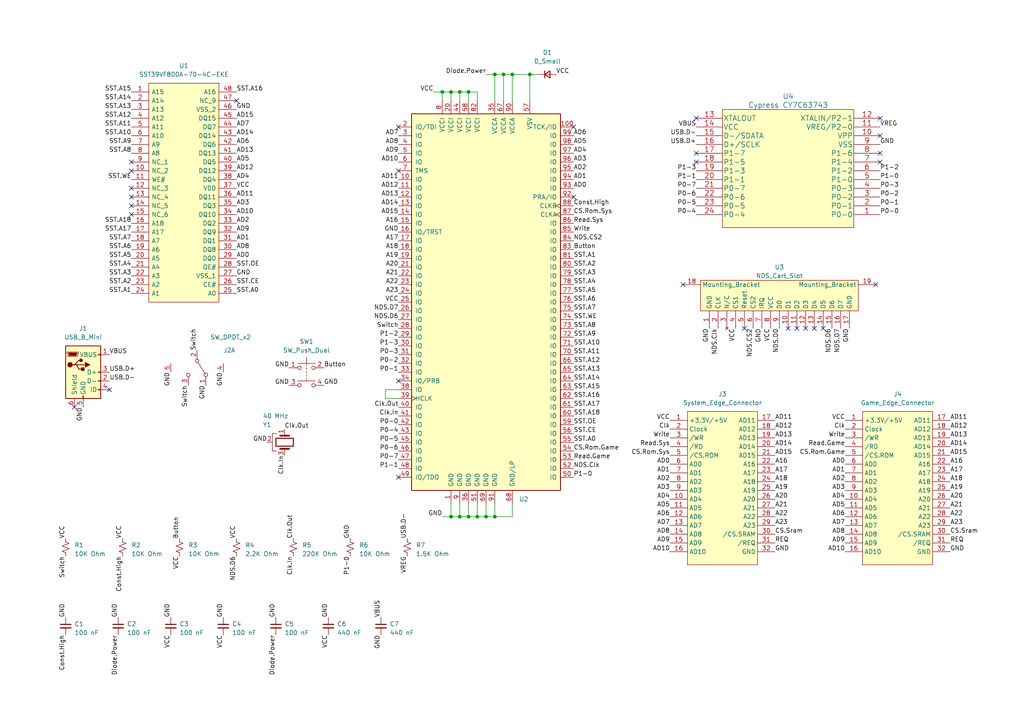
<source format=kicad_sch>
(kicad_sch (version 20230121) (generator eeschema)

  (uuid 33c5d90c-9e53-41a4-8e02-bf7337c18f70)

  (paper "A4")

  (lib_symbols
    (symbol "Cart_Edge_Connector_1" (in_bom yes) (on_board yes)
      (property "Reference" "J3" (at 0 15.24 0)
        (effects (font (size 1.27 1.27)))
      )
      (property "Value" "System_Edge_Connector" (at 0 12.7 0)
        (effects (font (size 1.27 1.27)))
      )
      (property "Footprint" "GBA:Edge Connector" (at 0 19.05 0)
        (effects (font (size 1.27 1.27)) hide)
      )
      (property "Datasheet" "" (at 0 0 0)
        (effects (font (size 1.27 1.27)) hide)
      )
      (symbol "Cart_Edge_Connector_1_1_1"
        (rectangle (start -10.16 10.16) (end 10.16 -34.29)
          (stroke (width 0) (type default))
          (fill (type background))
        )
        (pin power_in line (at -15.24 7.62 0) (length 5.08)
          (name "+3.3V/+5V" (effects (font (size 1.27 1.27))))
          (number "1" (effects (font (size 1.27 1.27))))
        )
        (pin bidirectional line (at -15.24 -15.24 0) (length 5.08)
          (name "AD4" (effects (font (size 1.27 1.27))))
          (number "10" (effects (font (size 1.27 1.27))))
        )
        (pin bidirectional line (at -15.24 -17.78 0) (length 5.08)
          (name "AD5" (effects (font (size 1.27 1.27))))
          (number "11" (effects (font (size 1.27 1.27))))
        )
        (pin bidirectional line (at -15.24 -20.32 0) (length 5.08)
          (name "AD6" (effects (font (size 1.27 1.27))))
          (number "12" (effects (font (size 1.27 1.27))))
        )
        (pin bidirectional line (at -15.24 -22.86 0) (length 5.08)
          (name "AD7" (effects (font (size 1.27 1.27))))
          (number "13" (effects (font (size 1.27 1.27))))
        )
        (pin bidirectional line (at -15.24 -25.4 0) (length 5.08)
          (name "AD8" (effects (font (size 1.27 1.27))))
          (number "14" (effects (font (size 1.27 1.27))))
        )
        (pin bidirectional line (at -15.24 -27.94 0) (length 5.08)
          (name "AD9" (effects (font (size 1.27 1.27))))
          (number "15" (effects (font (size 1.27 1.27))))
        )
        (pin bidirectional line (at -15.24 -30.48 0) (length 5.08)
          (name "AD10" (effects (font (size 1.27 1.27))))
          (number "16" (effects (font (size 1.27 1.27))))
        )
        (pin bidirectional line (at 15.24 7.62 180) (length 5.08)
          (name "AD11" (effects (font (size 1.27 1.27))))
          (number "17" (effects (font (size 1.27 1.27))))
        )
        (pin bidirectional line (at 15.24 5.08 180) (length 5.08)
          (name "AD12" (effects (font (size 1.27 1.27))))
          (number "18" (effects (font (size 1.27 1.27))))
        )
        (pin bidirectional line (at 15.24 2.54 180) (length 5.08)
          (name "AD13" (effects (font (size 1.27 1.27))))
          (number "19" (effects (font (size 1.27 1.27))))
        )
        (pin bidirectional line (at -15.24 5.08 0) (length 5.08)
          (name "Clock" (effects (font (size 1.27 1.27))))
          (number "2" (effects (font (size 1.27 1.27))))
        )
        (pin bidirectional line (at 15.24 0 180) (length 5.08)
          (name "AD14" (effects (font (size 1.27 1.27))))
          (number "20" (effects (font (size 1.27 1.27))))
        )
        (pin bidirectional line (at 15.24 -2.54 180) (length 5.08)
          (name "AD15" (effects (font (size 1.27 1.27))))
          (number "21" (effects (font (size 1.27 1.27))))
        )
        (pin bidirectional line (at 15.24 -5.08 180) (length 5.08)
          (name "A16" (effects (font (size 1.27 1.27))))
          (number "22" (effects (font (size 1.27 1.27))))
        )
        (pin bidirectional line (at 15.24 -7.62 180) (length 5.08)
          (name "A17" (effects (font (size 1.27 1.27))))
          (number "23" (effects (font (size 1.27 1.27))))
        )
        (pin bidirectional line (at 15.24 -10.16 180) (length 5.08)
          (name "A18" (effects (font (size 1.27 1.27))))
          (number "24" (effects (font (size 1.27 1.27))))
        )
        (pin bidirectional line (at 15.24 -12.7 180) (length 5.08)
          (name "A19" (effects (font (size 1.27 1.27))))
          (number "25" (effects (font (size 1.27 1.27))))
        )
        (pin bidirectional line (at 15.24 -15.24 180) (length 5.08)
          (name "A20" (effects (font (size 1.27 1.27))))
          (number "26" (effects (font (size 1.27 1.27))))
        )
        (pin bidirectional line (at 15.24 -17.78 180) (length 5.08)
          (name "A21" (effects (font (size 1.27 1.27))))
          (number "27" (effects (font (size 1.27 1.27))))
        )
        (pin bidirectional line (at 15.24 -20.32 180) (length 5.08)
          (name "A22" (effects (font (size 1.27 1.27))))
          (number "28" (effects (font (size 1.27 1.27))))
        )
        (pin bidirectional line (at 15.24 -22.86 180) (length 5.08)
          (name "A23" (effects (font (size 1.27 1.27))))
          (number "29" (effects (font (size 1.27 1.27))))
        )
        (pin bidirectional line (at -15.24 2.54 0) (length 5.08)
          (name "/WR" (effects (font (size 1.27 1.27))))
          (number "3" (effects (font (size 1.27 1.27))))
        )
        (pin bidirectional line (at 15.24 -25.4 180) (length 5.08)
          (name "/CS.SRAM" (effects (font (size 1.27 1.27))))
          (number "30" (effects (font (size 1.27 1.27))))
        )
        (pin bidirectional line (at 15.24 -27.94 180) (length 5.08)
          (name "/REQ" (effects (font (size 1.27 1.27))))
          (number "31" (effects (font (size 1.27 1.27))))
        )
        (pin bidirectional line (at 15.24 -30.48 180) (length 5.08)
          (name "GND" (effects (font (size 1.27 1.27))))
          (number "32" (effects (font (size 1.27 1.27))))
        )
        (pin bidirectional line (at -15.24 0 0) (length 5.08)
          (name "/RD" (effects (font (size 1.27 1.27))))
          (number "4" (effects (font (size 1.27 1.27))))
        )
        (pin bidirectional line (at -15.24 -2.54 0) (length 5.08)
          (name "/CS.ROM" (effects (font (size 1.27 1.27))))
          (number "5" (effects (font (size 1.27 1.27))))
        )
        (pin bidirectional line (at -15.24 -5.08 0) (length 5.08)
          (name "AD0" (effects (font (size 1.27 1.27))))
          (number "6" (effects (font (size 1.27 1.27))))
        )
        (pin bidirectional line (at -15.24 -7.62 0) (length 5.08)
          (name "AD1" (effects (font (size 1.27 1.27))))
          (number "7" (effects (font (size 1.27 1.27))))
        )
        (pin bidirectional line (at -15.24 -10.16 0) (length 5.08)
          (name "AD2" (effects (font (size 1.27 1.27))))
          (number "8" (effects (font (size 1.27 1.27))))
        )
        (pin bidirectional line (at -15.24 -12.7 0) (length 5.08)
          (name "AD3" (effects (font (size 1.27 1.27))))
          (number "9" (effects (font (size 1.27 1.27))))
        )
      )
    )
    (symbol "Connector:USB_B_Mini" (pin_names (offset 1.016)) (in_bom yes) (on_board yes)
      (property "Reference" "J" (at -5.08 11.43 0)
        (effects (font (size 1.27 1.27)) (justify left))
      )
      (property "Value" "USB_B_Mini" (at -5.08 8.89 0)
        (effects (font (size 1.27 1.27)) (justify left))
      )
      (property "Footprint" "" (at 3.81 -1.27 0)
        (effects (font (size 1.27 1.27)) hide)
      )
      (property "Datasheet" "~" (at 3.81 -1.27 0)
        (effects (font (size 1.27 1.27)) hide)
      )
      (property "ki_keywords" "connector USB mini" (at 0 0 0)
        (effects (font (size 1.27 1.27)) hide)
      )
      (property "ki_description" "USB Mini Type B connector" (at 0 0 0)
        (effects (font (size 1.27 1.27)) hide)
      )
      (property "ki_fp_filters" "USB*" (at 0 0 0)
        (effects (font (size 1.27 1.27)) hide)
      )
      (symbol "USB_B_Mini_0_1"
        (rectangle (start -5.08 -7.62) (end 5.08 7.62)
          (stroke (width 0.254) (type default))
          (fill (type background))
        )
        (circle (center -3.81 2.159) (radius 0.635)
          (stroke (width 0.254) (type default))
          (fill (type outline))
        )
        (circle (center -0.635 3.429) (radius 0.381)
          (stroke (width 0.254) (type default))
          (fill (type outline))
        )
        (rectangle (start -0.127 -7.62) (end 0.127 -6.858)
          (stroke (width 0) (type default))
          (fill (type none))
        )
        (polyline
          (pts
            (xy -1.905 2.159)
            (xy 0.635 2.159)
          )
          (stroke (width 0.254) (type default))
          (fill (type none))
        )
        (polyline
          (pts
            (xy -3.175 2.159)
            (xy -2.54 2.159)
            (xy -1.27 3.429)
            (xy -0.635 3.429)
          )
          (stroke (width 0.254) (type default))
          (fill (type none))
        )
        (polyline
          (pts
            (xy -2.54 2.159)
            (xy -1.905 2.159)
            (xy -1.27 0.889)
            (xy 0 0.889)
          )
          (stroke (width 0.254) (type default))
          (fill (type none))
        )
        (polyline
          (pts
            (xy 0.635 2.794)
            (xy 0.635 1.524)
            (xy 1.905 2.159)
            (xy 0.635 2.794)
          )
          (stroke (width 0.254) (type default))
          (fill (type outline))
        )
        (polyline
          (pts
            (xy -4.318 5.588)
            (xy -1.778 5.588)
            (xy -2.032 4.826)
            (xy -4.064 4.826)
            (xy -4.318 5.588)
          )
          (stroke (width 0) (type default))
          (fill (type outline))
        )
        (polyline
          (pts
            (xy -4.699 5.842)
            (xy -4.699 5.588)
            (xy -4.445 4.826)
            (xy -4.445 4.572)
            (xy -1.651 4.572)
            (xy -1.651 4.826)
            (xy -1.397 5.588)
            (xy -1.397 5.842)
            (xy -4.699 5.842)
          )
          (stroke (width 0) (type default))
          (fill (type none))
        )
        (rectangle (start 0.254 1.27) (end -0.508 0.508)
          (stroke (width 0.254) (type default))
          (fill (type outline))
        )
        (rectangle (start 5.08 -5.207) (end 4.318 -4.953)
          (stroke (width 0) (type default))
          (fill (type none))
        )
        (rectangle (start 5.08 -2.667) (end 4.318 -2.413)
          (stroke (width 0) (type default))
          (fill (type none))
        )
        (rectangle (start 5.08 -0.127) (end 4.318 0.127)
          (stroke (width 0) (type default))
          (fill (type none))
        )
        (rectangle (start 5.08 4.953) (end 4.318 5.207)
          (stroke (width 0) (type default))
          (fill (type none))
        )
      )
      (symbol "USB_B_Mini_1_1"
        (pin power_out line (at 7.62 5.08 180) (length 2.54)
          (name "VBUS" (effects (font (size 1.27 1.27))))
          (number "1" (effects (font (size 1.27 1.27))))
        )
        (pin bidirectional line (at 7.62 -2.54 180) (length 2.54)
          (name "D-" (effects (font (size 1.27 1.27))))
          (number "2" (effects (font (size 1.27 1.27))))
        )
        (pin bidirectional line (at 7.62 0 180) (length 2.54)
          (name "D+" (effects (font (size 1.27 1.27))))
          (number "3" (effects (font (size 1.27 1.27))))
        )
        (pin passive line (at 7.62 -5.08 180) (length 2.54)
          (name "ID" (effects (font (size 1.27 1.27))))
          (number "4" (effects (font (size 1.27 1.27))))
        )
        (pin power_out line (at 0 -10.16 90) (length 2.54)
          (name "GND" (effects (font (size 1.27 1.27))))
          (number "5" (effects (font (size 1.27 1.27))))
        )
        (pin passive line (at -2.54 -10.16 90) (length 2.54)
          (name "Shield" (effects (font (size 1.27 1.27))))
          (number "6" (effects (font (size 1.27 1.27))))
        )
      )
    )
    (symbol "Device:C_Small" (pin_numbers hide) (pin_names (offset 0.254) hide) (in_bom yes) (on_board yes)
      (property "Reference" "C" (at 0.254 1.778 0)
        (effects (font (size 1.27 1.27)) (justify left))
      )
      (property "Value" "C_Small" (at 0.254 -2.032 0)
        (effects (font (size 1.27 1.27)) (justify left))
      )
      (property "Footprint" "" (at 0 0 0)
        (effects (font (size 1.27 1.27)) hide)
      )
      (property "Datasheet" "~" (at 0 0 0)
        (effects (font (size 1.27 1.27)) hide)
      )
      (property "ki_keywords" "capacitor cap" (at 0 0 0)
        (effects (font (size 1.27 1.27)) hide)
      )
      (property "ki_description" "Unpolarized capacitor, small symbol" (at 0 0 0)
        (effects (font (size 1.27 1.27)) hide)
      )
      (property "ki_fp_filters" "C_*" (at 0 0 0)
        (effects (font (size 1.27 1.27)) hide)
      )
      (symbol "C_Small_0_1"
        (polyline
          (pts
            (xy -1.524 -0.508)
            (xy 1.524 -0.508)
          )
          (stroke (width 0.3302) (type default))
          (fill (type none))
        )
        (polyline
          (pts
            (xy -1.524 0.508)
            (xy 1.524 0.508)
          )
          (stroke (width 0.3048) (type default))
          (fill (type none))
        )
      )
      (symbol "C_Small_1_1"
        (pin passive line (at 0 2.54 270) (length 2.032)
          (name "~" (effects (font (size 1.27 1.27))))
          (number "1" (effects (font (size 1.27 1.27))))
        )
        (pin passive line (at 0 -2.54 90) (length 2.032)
          (name "~" (effects (font (size 1.27 1.27))))
          (number "2" (effects (font (size 1.27 1.27))))
        )
      )
    )
    (symbol "Device:Crystal_GND3" (pin_names (offset 1.016) hide) (in_bom yes) (on_board yes)
      (property "Reference" "Y1" (at 0 7.62 0)
        (effects (font (size 1.27 1.27)))
      )
      (property "Value" "40 MHz" (at 0 5.08 0)
        (effects (font (size 1.27 1.27)))
      )
      (property "Footprint" "GBA:40MHz Crystal" (at 0 10.16 0)
        (effects (font (size 1.27 1.27)) hide)
      )
      (property "Datasheet" "~" (at 0 0 0)
        (effects (font (size 1.27 1.27)) hide)
      )
      (property "ki_keywords" "quartz ceramic resonator oscillator" (at 0 0 0)
        (effects (font (size 1.27 1.27)) hide)
      )
      (property "ki_description" "Three pin crystal, GND on pin 3" (at 0 0 0)
        (effects (font (size 1.27 1.27)) hide)
      )
      (property "ki_fp_filters" "Crystal*" (at 0 0 0)
        (effects (font (size 1.27 1.27)) hide)
      )
      (symbol "Crystal_GND3_0_1"
        (rectangle (start -1.143 2.54) (end 1.143 -2.54)
          (stroke (width 0.3048) (type default))
          (fill (type none))
        )
        (polyline
          (pts
            (xy -2.54 0)
            (xy -1.905 0)
          )
          (stroke (width 0) (type default))
          (fill (type none))
        )
        (polyline
          (pts
            (xy -1.905 -1.27)
            (xy -1.905 1.27)
          )
          (stroke (width 0.508) (type default))
          (fill (type none))
        )
        (polyline
          (pts
            (xy 0 -3.81)
            (xy 0 -3.556)
          )
          (stroke (width 0) (type default))
          (fill (type none))
        )
        (polyline
          (pts
            (xy 1.905 0)
            (xy 2.54 0)
          )
          (stroke (width 0) (type default))
          (fill (type none))
        )
        (polyline
          (pts
            (xy 1.905 1.27)
            (xy 1.905 -1.27)
          )
          (stroke (width 0.508) (type default))
          (fill (type none))
        )
        (polyline
          (pts
            (xy -2.54 -2.286)
            (xy -2.54 -3.556)
            (xy 2.54 -3.556)
            (xy 2.54 -2.286)
          )
          (stroke (width 0) (type default))
          (fill (type none))
        )
      )
      (symbol "Crystal_GND3_1_1"
        (pin passive line (at -3.81 0 0) (length 1.27)
          (name "1" (effects (font (size 1.27 1.27))))
          (number "1" (effects (font (size 1.27 1.27))))
        )
        (pin passive line (at 0 -5.08 90) (length 1.27)
          (name "2" (effects (font (size 1.27 1.27))))
          (number "2" (effects (font (size 1.27 1.27))))
        )
        (pin passive line (at 3.81 0 180) (length 1.27)
          (name "3" (effects (font (size 1.27 1.27))))
          (number "3" (effects (font (size 1.27 1.27))))
        )
      )
    )
    (symbol "Device:D_Small" (pin_numbers hide) (pin_names (offset 0.254) hide) (in_bom yes) (on_board yes)
      (property "Reference" "D" (at -1.27 2.032 0)
        (effects (font (size 1.27 1.27)) (justify left))
      )
      (property "Value" "D_Small" (at -3.81 -2.032 0)
        (effects (font (size 1.27 1.27)) (justify left))
      )
      (property "Footprint" "" (at 0 0 90)
        (effects (font (size 1.27 1.27)) hide)
      )
      (property "Datasheet" "~" (at 0 0 90)
        (effects (font (size 1.27 1.27)) hide)
      )
      (property "Sim.Device" "D" (at 0 0 0)
        (effects (font (size 1.27 1.27)) hide)
      )
      (property "Sim.Pins" "1=K 2=A" (at 0 0 0)
        (effects (font (size 1.27 1.27)) hide)
      )
      (property "ki_keywords" "diode" (at 0 0 0)
        (effects (font (size 1.27 1.27)) hide)
      )
      (property "ki_description" "Diode, small symbol" (at 0 0 0)
        (effects (font (size 1.27 1.27)) hide)
      )
      (property "ki_fp_filters" "TO-???* *_Diode_* *SingleDiode* D_*" (at 0 0 0)
        (effects (font (size 1.27 1.27)) hide)
      )
      (symbol "D_Small_0_1"
        (polyline
          (pts
            (xy -0.762 -1.016)
            (xy -0.762 1.016)
          )
          (stroke (width 0.254) (type default))
          (fill (type none))
        )
        (polyline
          (pts
            (xy -0.762 0)
            (xy 0.762 0)
          )
          (stroke (width 0) (type default))
          (fill (type none))
        )
        (polyline
          (pts
            (xy 0.762 -1.016)
            (xy -0.762 0)
            (xy 0.762 1.016)
            (xy 0.762 -1.016)
          )
          (stroke (width 0.254) (type default))
          (fill (type none))
        )
      )
      (symbol "D_Small_1_1"
        (pin passive line (at -2.54 0 0) (length 1.778)
          (name "K" (effects (font (size 1.27 1.27))))
          (number "1" (effects (font (size 1.27 1.27))))
        )
        (pin passive line (at 2.54 0 180) (length 1.778)
          (name "A" (effects (font (size 1.27 1.27))))
          (number "2" (effects (font (size 1.27 1.27))))
        )
      )
    )
    (symbol "Device:R_Small_US" (pin_numbers hide) (pin_names (offset 0.254) hide) (in_bom yes) (on_board yes)
      (property "Reference" "R" (at 0.762 0.508 0)
        (effects (font (size 1.27 1.27)) (justify left))
      )
      (property "Value" "R_Small_US" (at 0.762 -1.016 0)
        (effects (font (size 1.27 1.27)) (justify left))
      )
      (property "Footprint" "" (at 0 0 0)
        (effects (font (size 1.27 1.27)) hide)
      )
      (property "Datasheet" "~" (at 0 0 0)
        (effects (font (size 1.27 1.27)) hide)
      )
      (property "ki_keywords" "r resistor" (at 0 0 0)
        (effects (font (size 1.27 1.27)) hide)
      )
      (property "ki_description" "Resistor, small US symbol" (at 0 0 0)
        (effects (font (size 1.27 1.27)) hide)
      )
      (property "ki_fp_filters" "R_*" (at 0 0 0)
        (effects (font (size 1.27 1.27)) hide)
      )
      (symbol "R_Small_US_1_1"
        (polyline
          (pts
            (xy 0 0)
            (xy 1.016 -0.381)
            (xy 0 -0.762)
            (xy -1.016 -1.143)
            (xy 0 -1.524)
          )
          (stroke (width 0) (type default))
          (fill (type none))
        )
        (polyline
          (pts
            (xy 0 1.524)
            (xy 1.016 1.143)
            (xy 0 0.762)
            (xy -1.016 0.381)
            (xy 0 0)
          )
          (stroke (width 0) (type default))
          (fill (type none))
        )
        (pin passive line (at 0 2.54 270) (length 1.016)
          (name "~" (effects (font (size 1.27 1.27))))
          (number "1" (effects (font (size 1.27 1.27))))
        )
        (pin passive line (at 0 -2.54 90) (length 1.016)
          (name "~" (effects (font (size 1.27 1.27))))
          (number "2" (effects (font (size 1.27 1.27))))
        )
      )
    )
    (symbol "FPGA_Microsemi:EX256-TQ100" (pin_names (offset 1.016)) (in_bom yes) (on_board yes)
      (property "Reference" "U" (at 15.24 60.96 0)
        (effects (font (size 1.27 1.27)) (justify left))
      )
      (property "Value" "EX256-TQ100" (at 15.24 58.42 0)
        (effects (font (size 1.27 1.27)) (justify left))
      )
      (property "Footprint" "Package_QFP:TQFP-100_14x14mm_P0.5mm" (at 15.24 55.88 0)
        (effects (font (size 1.27 1.27) italic) (justify left) hide)
      )
      (property "Datasheet" "http://www.microsemi.com/document-portal/doc_download/130687-ex-datasheet" (at 0 0 0)
        (effects (font (size 1.27 1.27)) hide)
      )
      (property "ki_keywords" "Actel FPGA eX eX256" (at 0 0 0)
        (effects (font (size 1.27 1.27)) hide)
      )
      (property "ki_description" "Actel eX FPGA Family, 100pin QFP" (at 0 0 0)
        (effects (font (size 1.27 1.27)) hide)
      )
      (property "ki_fp_filters" "*QFP*14x14mm*P0.5mm*" (at 0 0 0)
        (effects (font (size 1.27 1.27)) hide)
      )
      (symbol "EX256-TQ100_0_1"
        (rectangle (start -21.59 54.61) (end 21.59 -54.61)
          (stroke (width 0.254) (type default))
          (fill (type background))
        )
      )
      (symbol "EX256-TQ100_1_1"
        (pin power_in line (at -10.16 -58.42 90) (length 3.81)
          (name "GND" (effects (font (size 1.27 1.27))))
          (number "1" (effects (font (size 1.27 1.27))))
        )
        (pin bidirectional line (at -25.4 35.56 0) (length 3.81)
          (name "IO" (effects (font (size 1.27 1.27))))
          (number "10" (effects (font (size 1.27 1.27))))
        )
        (pin bidirectional line (at 25.4 50.8 180) (length 3.81)
          (name "TCK/IO" (effects (font (size 1.27 1.27))))
          (number "100" (effects (font (size 1.27 1.27))))
        )
        (pin bidirectional line (at -25.4 33.02 0) (length 3.81)
          (name "IO" (effects (font (size 1.27 1.27))))
          (number "11" (effects (font (size 1.27 1.27))))
        )
        (pin bidirectional line (at -25.4 30.48 0) (length 3.81)
          (name "IO" (effects (font (size 1.27 1.27))))
          (number "12" (effects (font (size 1.27 1.27))))
        )
        (pin bidirectional line (at -25.4 27.94 0) (length 3.81)
          (name "IO" (effects (font (size 1.27 1.27))))
          (number "13" (effects (font (size 1.27 1.27))))
        )
        (pin bidirectional line (at -25.4 25.4 0) (length 3.81)
          (name "IO" (effects (font (size 1.27 1.27))))
          (number "14" (effects (font (size 1.27 1.27))))
        )
        (pin bidirectional line (at -25.4 22.86 0) (length 3.81)
          (name "IO" (effects (font (size 1.27 1.27))))
          (number "15" (effects (font (size 1.27 1.27))))
        )
        (pin bidirectional line (at -25.4 20.32 0) (length 3.81)
          (name "IO/TRST" (effects (font (size 1.27 1.27))))
          (number "16" (effects (font (size 1.27 1.27))))
        )
        (pin bidirectional line (at -25.4 17.78 0) (length 3.81)
          (name "IO" (effects (font (size 1.27 1.27))))
          (number "17" (effects (font (size 1.27 1.27))))
        )
        (pin bidirectional line (at -25.4 15.24 0) (length 3.81)
          (name "IO" (effects (font (size 1.27 1.27))))
          (number "18" (effects (font (size 1.27 1.27))))
        )
        (pin bidirectional line (at -25.4 12.7 0) (length 3.81)
          (name "IO" (effects (font (size 1.27 1.27))))
          (number "19" (effects (font (size 1.27 1.27))))
        )
        (pin bidirectional line (at -25.4 50.8 0) (length 3.81)
          (name "IO/TDI" (effects (font (size 1.27 1.27))))
          (number "2" (effects (font (size 1.27 1.27))))
        )
        (pin power_in line (at -10.16 58.42 270) (length 3.81)
          (name "VCCI" (effects (font (size 1.27 1.27))))
          (number "20" (effects (font (size 1.27 1.27))))
        )
        (pin bidirectional line (at -25.4 10.16 0) (length 3.81)
          (name "IO" (effects (font (size 1.27 1.27))))
          (number "21" (effects (font (size 1.27 1.27))))
        )
        (pin bidirectional line (at -25.4 7.62 0) (length 3.81)
          (name "IO" (effects (font (size 1.27 1.27))))
          (number "22" (effects (font (size 1.27 1.27))))
        )
        (pin bidirectional line (at -25.4 5.08 0) (length 3.81)
          (name "IO" (effects (font (size 1.27 1.27))))
          (number "23" (effects (font (size 1.27 1.27))))
        )
        (pin bidirectional line (at -25.4 2.54 0) (length 3.81)
          (name "IO" (effects (font (size 1.27 1.27))))
          (number "24" (effects (font (size 1.27 1.27))))
        )
        (pin bidirectional line (at -25.4 0 0) (length 3.81)
          (name "IO" (effects (font (size 1.27 1.27))))
          (number "25" (effects (font (size 1.27 1.27))))
        )
        (pin bidirectional line (at -25.4 -2.54 0) (length 3.81)
          (name "IO" (effects (font (size 1.27 1.27))))
          (number "26" (effects (font (size 1.27 1.27))))
        )
        (pin bidirectional line (at -25.4 -5.08 0) (length 3.81)
          (name "IO" (effects (font (size 1.27 1.27))))
          (number "27" (effects (font (size 1.27 1.27))))
        )
        (pin bidirectional line (at -25.4 -7.62 0) (length 3.81)
          (name "IO" (effects (font (size 1.27 1.27))))
          (number "28" (effects (font (size 1.27 1.27))))
        )
        (pin bidirectional line (at -25.4 -10.16 0) (length 3.81)
          (name "IO" (effects (font (size 1.27 1.27))))
          (number "29" (effects (font (size 1.27 1.27))))
        )
        (pin bidirectional line (at -25.4 48.26 0) (length 3.81)
          (name "IO" (effects (font (size 1.27 1.27))))
          (number "3" (effects (font (size 1.27 1.27))))
        )
        (pin bidirectional line (at -25.4 -12.7 0) (length 3.81)
          (name "IO" (effects (font (size 1.27 1.27))))
          (number "30" (effects (font (size 1.27 1.27))))
        )
        (pin bidirectional line (at -25.4 -15.24 0) (length 3.81)
          (name "IO" (effects (font (size 1.27 1.27))))
          (number "31" (effects (font (size 1.27 1.27))))
        )
        (pin bidirectional line (at -25.4 -17.78 0) (length 3.81)
          (name "IO" (effects (font (size 1.27 1.27))))
          (number "32" (effects (font (size 1.27 1.27))))
        )
        (pin bidirectional line (at -25.4 -20.32 0) (length 3.81)
          (name "IO" (effects (font (size 1.27 1.27))))
          (number "33" (effects (font (size 1.27 1.27))))
        )
        (pin bidirectional line (at -25.4 -22.86 0) (length 3.81)
          (name "IO/PRB" (effects (font (size 1.27 1.27))))
          (number "34" (effects (font (size 1.27 1.27))))
        )
        (pin power_in line (at 2.54 58.42 270) (length 3.81)
          (name "VCCA" (effects (font (size 1.27 1.27))))
          (number "35" (effects (font (size 1.27 1.27))))
        )
        (pin power_in line (at -5.08 -58.42 90) (length 3.81)
          (name "GND" (effects (font (size 1.27 1.27))))
          (number "36" (effects (font (size 1.27 1.27))))
        )
        (pin bidirectional line (at -25.4 -25.4 0) (length 3.81)
          (name "IO" (effects (font (size 1.27 1.27))))
          (number "38" (effects (font (size 1.27 1.27))))
        )
        (pin input clock (at -25.4 -27.94 0) (length 3.81)
          (name "HCLK" (effects (font (size 1.27 1.27))))
          (number "39" (effects (font (size 1.27 1.27))))
        )
        (pin bidirectional line (at -25.4 45.72 0) (length 3.81)
          (name "IO" (effects (font (size 1.27 1.27))))
          (number "4" (effects (font (size 1.27 1.27))))
        )
        (pin bidirectional line (at -25.4 -30.48 0) (length 3.81)
          (name "IO" (effects (font (size 1.27 1.27))))
          (number "40" (effects (font (size 1.27 1.27))))
        )
        (pin bidirectional line (at -25.4 -33.02 0) (length 3.81)
          (name "IO" (effects (font (size 1.27 1.27))))
          (number "41" (effects (font (size 1.27 1.27))))
        )
        (pin bidirectional line (at -25.4 -35.56 0) (length 3.81)
          (name "IO" (effects (font (size 1.27 1.27))))
          (number "42" (effects (font (size 1.27 1.27))))
        )
        (pin bidirectional line (at -25.4 -38.1 0) (length 3.81)
          (name "IO" (effects (font (size 1.27 1.27))))
          (number "43" (effects (font (size 1.27 1.27))))
        )
        (pin power_in line (at -7.62 58.42 270) (length 3.81)
          (name "VCCI" (effects (font (size 1.27 1.27))))
          (number "44" (effects (font (size 1.27 1.27))))
        )
        (pin bidirectional line (at -25.4 -40.64 0) (length 3.81)
          (name "IO" (effects (font (size 1.27 1.27))))
          (number "45" (effects (font (size 1.27 1.27))))
        )
        (pin bidirectional line (at -25.4 -43.18 0) (length 3.81)
          (name "IO" (effects (font (size 1.27 1.27))))
          (number "46" (effects (font (size 1.27 1.27))))
        )
        (pin bidirectional line (at -25.4 -45.72 0) (length 3.81)
          (name "IO" (effects (font (size 1.27 1.27))))
          (number "47" (effects (font (size 1.27 1.27))))
        )
        (pin bidirectional line (at -25.4 -48.26 0) (length 3.81)
          (name "IO" (effects (font (size 1.27 1.27))))
          (number "48" (effects (font (size 1.27 1.27))))
        )
        (pin bidirectional line (at -25.4 -50.8 0) (length 3.81)
          (name "IO/TDO" (effects (font (size 1.27 1.27))))
          (number "49" (effects (font (size 1.27 1.27))))
        )
        (pin bidirectional line (at -25.4 43.18 0) (length 3.81)
          (name "IO" (effects (font (size 1.27 1.27))))
          (number "5" (effects (font (size 1.27 1.27))))
        )
        (pin bidirectional line (at 25.4 -50.8 180) (length 3.81)
          (name "IO" (effects (font (size 1.27 1.27))))
          (number "50" (effects (font (size 1.27 1.27))))
        )
        (pin power_in line (at -2.54 -58.42 90) (length 3.81)
          (name "GND" (effects (font (size 1.27 1.27))))
          (number "51" (effects (font (size 1.27 1.27))))
        )
        (pin bidirectional line (at 25.4 -48.26 180) (length 3.81)
          (name "IO" (effects (font (size 1.27 1.27))))
          (number "52" (effects (font (size 1.27 1.27))))
        )
        (pin bidirectional line (at 25.4 -45.72 180) (length 3.81)
          (name "IO" (effects (font (size 1.27 1.27))))
          (number "53" (effects (font (size 1.27 1.27))))
        )
        (pin bidirectional line (at 25.4 -43.18 180) (length 3.81)
          (name "IO" (effects (font (size 1.27 1.27))))
          (number "54" (effects (font (size 1.27 1.27))))
        )
        (pin bidirectional line (at 25.4 -40.64 180) (length 3.81)
          (name "IO" (effects (font (size 1.27 1.27))))
          (number "55" (effects (font (size 1.27 1.27))))
        )
        (pin bidirectional line (at 25.4 -38.1 180) (length 3.81)
          (name "IO" (effects (font (size 1.27 1.27))))
          (number "56" (effects (font (size 1.27 1.27))))
        )
        (pin power_in line (at 12.7 58.42 270) (length 3.81)
          (name "VSV" (effects (font (size 1.27 1.27))))
          (number "57" (effects (font (size 1.27 1.27))))
        )
        (pin power_in line (at -5.08 58.42 270) (length 3.81)
          (name "VCCI" (effects (font (size 1.27 1.27))))
          (number "58" (effects (font (size 1.27 1.27))))
        )
        (pin bidirectional line (at 25.4 -35.56 180) (length 3.81)
          (name "IO" (effects (font (size 1.27 1.27))))
          (number "59" (effects (font (size 1.27 1.27))))
        )
        (pin bidirectional line (at -25.4 40.64 0) (length 3.81)
          (name "IO" (effects (font (size 1.27 1.27))))
          (number "6" (effects (font (size 1.27 1.27))))
        )
        (pin bidirectional line (at 25.4 -33.02 180) (length 3.81)
          (name "IO" (effects (font (size 1.27 1.27))))
          (number "60" (effects (font (size 1.27 1.27))))
        )
        (pin bidirectional line (at 25.4 -30.48 180) (length 3.81)
          (name "IO" (effects (font (size 1.27 1.27))))
          (number "61" (effects (font (size 1.27 1.27))))
        )
        (pin bidirectional line (at 25.4 -27.94 180) (length 3.81)
          (name "IO" (effects (font (size 1.27 1.27))))
          (number "62" (effects (font (size 1.27 1.27))))
        )
        (pin bidirectional line (at 25.4 -25.4 180) (length 3.81)
          (name "IO" (effects (font (size 1.27 1.27))))
          (number "63" (effects (font (size 1.27 1.27))))
        )
        (pin bidirectional line (at 25.4 -22.86 180) (length 3.81)
          (name "IO" (effects (font (size 1.27 1.27))))
          (number "64" (effects (font (size 1.27 1.27))))
        )
        (pin bidirectional line (at 25.4 -20.32 180) (length 3.81)
          (name "IO" (effects (font (size 1.27 1.27))))
          (number "65" (effects (font (size 1.27 1.27))))
        )
        (pin bidirectional line (at 25.4 -17.78 180) (length 3.81)
          (name "IO" (effects (font (size 1.27 1.27))))
          (number "66" (effects (font (size 1.27 1.27))))
        )
        (pin power_in line (at 5.08 58.42 270) (length 3.81)
          (name "VCCA" (effects (font (size 1.27 1.27))))
          (number "67" (effects (font (size 1.27 1.27))))
        )
        (pin power_in line (at 7.62 -58.42 90) (length 3.81)
          (name "GND/LP" (effects (font (size 1.27 1.27))))
          (number "68" (effects (font (size 1.27 1.27))))
        )
        (pin power_in line (at 0 -58.42 90) (length 3.81)
          (name "GND" (effects (font (size 1.27 1.27))))
          (number "69" (effects (font (size 1.27 1.27))))
        )
        (pin input line (at -25.4 38.1 0) (length 3.81)
          (name "TMS" (effects (font (size 1.27 1.27))))
          (number "7" (effects (font (size 1.27 1.27))))
        )
        (pin bidirectional line (at 25.4 -15.24 180) (length 3.81)
          (name "IO" (effects (font (size 1.27 1.27))))
          (number "70" (effects (font (size 1.27 1.27))))
        )
        (pin bidirectional line (at 25.4 -12.7 180) (length 3.81)
          (name "IO" (effects (font (size 1.27 1.27))))
          (number "71" (effects (font (size 1.27 1.27))))
        )
        (pin bidirectional line (at 25.4 -10.16 180) (length 3.81)
          (name "IO" (effects (font (size 1.27 1.27))))
          (number "72" (effects (font (size 1.27 1.27))))
        )
        (pin bidirectional line (at 25.4 -7.62 180) (length 3.81)
          (name "IO" (effects (font (size 1.27 1.27))))
          (number "73" (effects (font (size 1.27 1.27))))
        )
        (pin bidirectional line (at 25.4 -5.08 180) (length 3.81)
          (name "IO" (effects (font (size 1.27 1.27))))
          (number "74" (effects (font (size 1.27 1.27))))
        )
        (pin bidirectional line (at 25.4 -2.54 180) (length 3.81)
          (name "IO" (effects (font (size 1.27 1.27))))
          (number "75" (effects (font (size 1.27 1.27))))
        )
        (pin bidirectional line (at 25.4 0 180) (length 3.81)
          (name "IO" (effects (font (size 1.27 1.27))))
          (number "76" (effects (font (size 1.27 1.27))))
        )
        (pin bidirectional line (at 25.4 2.54 180) (length 3.81)
          (name "IO" (effects (font (size 1.27 1.27))))
          (number "77" (effects (font (size 1.27 1.27))))
        )
        (pin bidirectional line (at 25.4 5.08 180) (length 3.81)
          (name "IO" (effects (font (size 1.27 1.27))))
          (number "78" (effects (font (size 1.27 1.27))))
        )
        (pin bidirectional line (at 25.4 7.62 180) (length 3.81)
          (name "IO" (effects (font (size 1.27 1.27))))
          (number "79" (effects (font (size 1.27 1.27))))
        )
        (pin power_in line (at -12.7 58.42 270) (length 3.81)
          (name "VCCI" (effects (font (size 1.27 1.27))))
          (number "8" (effects (font (size 1.27 1.27))))
        )
        (pin bidirectional line (at 25.4 10.16 180) (length 3.81)
          (name "IO" (effects (font (size 1.27 1.27))))
          (number "80" (effects (font (size 1.27 1.27))))
        )
        (pin bidirectional line (at 25.4 12.7 180) (length 3.81)
          (name "IO" (effects (font (size 1.27 1.27))))
          (number "81" (effects (font (size 1.27 1.27))))
        )
        (pin power_in line (at -2.54 58.42 270) (length 3.81)
          (name "VCCI" (effects (font (size 1.27 1.27))))
          (number "82" (effects (font (size 1.27 1.27))))
        )
        (pin bidirectional line (at 25.4 15.24 180) (length 3.81)
          (name "IO" (effects (font (size 1.27 1.27))))
          (number "83" (effects (font (size 1.27 1.27))))
        )
        (pin bidirectional line (at 25.4 17.78 180) (length 3.81)
          (name "IO" (effects (font (size 1.27 1.27))))
          (number "84" (effects (font (size 1.27 1.27))))
        )
        (pin bidirectional line (at 25.4 20.32 180) (length 3.81)
          (name "IO" (effects (font (size 1.27 1.27))))
          (number "85" (effects (font (size 1.27 1.27))))
        )
        (pin bidirectional line (at 25.4 22.86 180) (length 3.81)
          (name "IO" (effects (font (size 1.27 1.27))))
          (number "86" (effects (font (size 1.27 1.27))))
        )
        (pin input clock (at 25.4 25.4 180) (length 3.81)
          (name "CLKA" (effects (font (size 1.27 1.27))))
          (number "87" (effects (font (size 1.27 1.27))))
        )
        (pin input clock (at 25.4 27.94 180) (length 3.81)
          (name "CLKB" (effects (font (size 1.27 1.27))))
          (number "88" (effects (font (size 1.27 1.27))))
        )
        (pin power_in line (at -7.62 -58.42 90) (length 3.81)
          (name "GND" (effects (font (size 1.27 1.27))))
          (number "9" (effects (font (size 1.27 1.27))))
        )
        (pin power_in line (at 7.62 58.42 270) (length 3.81)
          (name "VCCA" (effects (font (size 1.27 1.27))))
          (number "90" (effects (font (size 1.27 1.27))))
        )
        (pin power_in line (at 2.54 -58.42 90) (length 3.81)
          (name "GND" (effects (font (size 1.27 1.27))))
          (number "91" (effects (font (size 1.27 1.27))))
        )
        (pin bidirectional line (at 25.4 30.48 180) (length 3.81)
          (name "PRA/IO" (effects (font (size 1.27 1.27))))
          (number "92" (effects (font (size 1.27 1.27))))
        )
        (pin bidirectional line (at 25.4 33.02 180) (length 3.81)
          (name "IO" (effects (font (size 1.27 1.27))))
          (number "93" (effects (font (size 1.27 1.27))))
        )
        (pin bidirectional line (at 25.4 35.56 180) (length 3.81)
          (name "IO" (effects (font (size 1.27 1.27))))
          (number "94" (effects (font (size 1.27 1.27))))
        )
        (pin bidirectional line (at 25.4 38.1 180) (length 3.81)
          (name "IO" (effects (font (size 1.27 1.27))))
          (number "95" (effects (font (size 1.27 1.27))))
        )
        (pin bidirectional line (at 25.4 40.64 180) (length 3.81)
          (name "IO" (effects (font (size 1.27 1.27))))
          (number "96" (effects (font (size 1.27 1.27))))
        )
        (pin bidirectional line (at 25.4 43.18 180) (length 3.81)
          (name "IO" (effects (font (size 1.27 1.27))))
          (number "97" (effects (font (size 1.27 1.27))))
        )
        (pin bidirectional line (at 25.4 45.72 180) (length 3.81)
          (name "IO" (effects (font (size 1.27 1.27))))
          (number "98" (effects (font (size 1.27 1.27))))
        )
        (pin bidirectional line (at 25.4 48.26 180) (length 3.81)
          (name "IO" (effects (font (size 1.27 1.27))))
          (number "99" (effects (font (size 1.27 1.27))))
        )
      )
    )
    (symbol "GBA:CY7C63743-PC" (pin_names (offset 0.254)) (in_bom yes) (on_board yes)
      (property "Reference" "U3" (at 0 -25.4 0)
        (effects (font (size 1.524 1.524)))
      )
      (property "Value" "Cypress CY7C63743" (at 0 -21.59 0)
        (effects (font (size 1.524 1.524)))
      )
      (property "Footprint" "GBA:AR Max Cypress" (at 0 19.05 0)
        (effects (font (size 1.524 1.524)) hide)
      )
      (property "Datasheet" "" (at -26.67 12.7 0)
        (effects (font (size 1.524 1.524)))
      )
      (property "ki_locked" "" (at 0 0 0)
        (effects (font (size 1.27 1.27)))
      )
      (property "ki_fp_filters" "PDIP-24" (at 0 0 0)
        (effects (font (size 1.27 1.27)) hide)
      )
      (symbol "CY7C63743-PC_1_1"
        (rectangle (start -19.05 16.51) (end 19.05 -17.78)
          (stroke (width 0) (type default))
          (fill (type background))
        )
        (pin unspecified line (at -26.67 12.7 0) (length 7.62)
          (name "P0-0" (effects (font (size 1.4986 1.4986))))
          (number "1" (effects (font (size 1.4986 1.4986))))
        )
        (pin power_in line (at -26.67 -10.16 0) (length 7.62)
          (name "VPP" (effects (font (size 1.4986 1.4986))))
          (number "10" (effects (font (size 1.4986 1.4986))))
        )
        (pin unspecified line (at -26.67 -12.7 0) (length 7.62)
          (name "VREG/P2-0" (effects (font (size 1.4986 1.4986))))
          (number "11" (effects (font (size 1.4986 1.4986))))
        )
        (pin unspecified line (at -26.67 -15.24 0) (length 7.62)
          (name "XTALIN/P2-1" (effects (font (size 1.4986 1.4986))))
          (number "12" (effects (font (size 1.4986 1.4986))))
        )
        (pin output line (at 26.67 -15.24 180) (length 7.62)
          (name "XTALOUT" (effects (font (size 1.4986 1.4986))))
          (number "13" (effects (font (size 1.4986 1.4986))))
        )
        (pin power_in line (at 26.67 -12.7 180) (length 7.62)
          (name "VCC" (effects (font (size 1.4986 1.4986))))
          (number "14" (effects (font (size 1.4986 1.4986))))
        )
        (pin unspecified line (at 26.67 -10.16 180) (length 7.62)
          (name "D-/SDATA" (effects (font (size 1.4986 1.4986))))
          (number "15" (effects (font (size 1.4986 1.4986))))
        )
        (pin unspecified line (at 26.67 -7.62 180) (length 7.62)
          (name "D+/SCLK" (effects (font (size 1.4986 1.4986))))
          (number "16" (effects (font (size 1.4986 1.4986))))
        )
        (pin unspecified line (at 26.67 -5.08 180) (length 7.62)
          (name "P1-7" (effects (font (size 1.4986 1.4986))))
          (number "17" (effects (font (size 1.4986 1.4986))))
        )
        (pin unspecified line (at 26.67 -2.54 180) (length 7.62)
          (name "P1-5" (effects (font (size 1.4986 1.4986))))
          (number "18" (effects (font (size 1.4986 1.4986))))
        )
        (pin unspecified line (at 26.67 0 180) (length 7.62)
          (name "P1-3" (effects (font (size 1.4986 1.4986))))
          (number "19" (effects (font (size 1.4986 1.4986))))
        )
        (pin unspecified line (at -26.67 10.16 0) (length 7.62)
          (name "P0-1" (effects (font (size 1.4986 1.4986))))
          (number "2" (effects (font (size 1.4986 1.4986))))
        )
        (pin unspecified line (at 26.67 2.54 180) (length 7.62)
          (name "P1-1" (effects (font (size 1.4986 1.4986))))
          (number "20" (effects (font (size 1.4986 1.4986))))
        )
        (pin unspecified line (at 26.67 5.08 180) (length 7.62)
          (name "P0-7" (effects (font (size 1.4986 1.4986))))
          (number "21" (effects (font (size 1.4986 1.4986))))
        )
        (pin unspecified line (at 26.67 7.62 180) (length 7.62)
          (name "P0-6" (effects (font (size 1.4986 1.4986))))
          (number "22" (effects (font (size 1.4986 1.4986))))
        )
        (pin unspecified line (at 26.67 10.16 180) (length 7.62)
          (name "P0-5" (effects (font (size 1.4986 1.4986))))
          (number "23" (effects (font (size 1.4986 1.4986))))
        )
        (pin unspecified line (at 26.67 12.7 180) (length 7.62)
          (name "P0-4" (effects (font (size 1.4986 1.4986))))
          (number "24" (effects (font (size 1.4986 1.4986))))
        )
        (pin unspecified line (at -26.67 7.62 0) (length 7.62)
          (name "P0-2" (effects (font (size 1.4986 1.4986))))
          (number "3" (effects (font (size 1.4986 1.4986))))
        )
        (pin unspecified line (at -26.67 5.08 0) (length 7.62)
          (name "P0-3" (effects (font (size 1.4986 1.4986))))
          (number "4" (effects (font (size 1.4986 1.4986))))
        )
        (pin unspecified line (at -26.67 2.54 0) (length 7.62)
          (name "P1-0" (effects (font (size 1.4986 1.4986))))
          (number "5" (effects (font (size 1.4986 1.4986))))
        )
        (pin unspecified line (at -26.67 0 0) (length 7.62)
          (name "P1-2" (effects (font (size 1.4986 1.4986))))
          (number "6" (effects (font (size 1.4986 1.4986))))
        )
        (pin unspecified line (at -26.67 -2.54 0) (length 7.62)
          (name "P1-4" (effects (font (size 1.4986 1.4986))))
          (number "7" (effects (font (size 1.4986 1.4986))))
        )
        (pin unspecified line (at -26.67 -5.08 0) (length 7.62)
          (name "P1-6" (effects (font (size 1.4986 1.4986))))
          (number "8" (effects (font (size 1.4986 1.4986))))
        )
        (pin power_in line (at -26.67 -7.62 0) (length 7.62)
          (name "VSS" (effects (font (size 1.4986 1.4986))))
          (number "9" (effects (font (size 1.4986 1.4986))))
        )
      )
    )
    (symbol "GBA:NDS_Cart_Slot" (in_bom yes) (on_board yes)
      (property "Reference" "U2" (at 0 5.08 0)
        (effects (font (size 1.27 1.27)))
      )
      (property "Value" "NDS_Cart_Slot" (at 0 2.54 0)
        (effects (font (size 1.27 1.27)))
      )
      (property "Footprint" "GBA:NDS Slot" (at 0 3.81 0)
        (effects (font (size 1.27 1.27)) hide)
      )
      (property "Datasheet" "" (at 0 3.81 0)
        (effects (font (size 1.27 1.27)) hide)
      )
      (symbol "NDS_Cart_Slot_0_0"
        (pin power_in line (at -20.32 -13.97 90) (length 5.08)
          (name "GND" (effects (font (size 1.27 1.27))))
          (number "1" (effects (font (size 1.27 1.27))))
        )
        (pin bidirectional line (at 2.54 -13.97 90) (length 5.08)
          (name "D1" (effects (font (size 1.27 1.27))))
          (number "10" (effects (font (size 1.27 1.27))))
        )
        (pin bidirectional line (at 5.08 -13.97 90) (length 5.08)
          (name "D2" (effects (font (size 1.27 1.27))))
          (number "11" (effects (font (size 1.27 1.27))))
        )
        (pin bidirectional line (at 7.62 -13.97 90) (length 5.08)
          (name "D3" (effects (font (size 1.27 1.27))))
          (number "12" (effects (font (size 1.27 1.27))))
        )
        (pin bidirectional line (at 10.16 -13.97 90) (length 5.08)
          (name "D4" (effects (font (size 1.27 1.27))))
          (number "13" (effects (font (size 1.27 1.27))))
        )
        (pin bidirectional line (at 12.7 -13.97 90) (length 5.08)
          (name "D5" (effects (font (size 1.27 1.27))))
          (number "14" (effects (font (size 1.27 1.27))))
        )
        (pin bidirectional line (at 15.24 -13.97 90) (length 5.08)
          (name "D6" (effects (font (size 1.27 1.27))))
          (number "15" (effects (font (size 1.27 1.27))))
        )
        (pin bidirectional line (at 17.78 -13.97 90) (length 5.08)
          (name "D7" (effects (font (size 1.27 1.27))))
          (number "16" (effects (font (size 1.27 1.27))))
        )
        (pin power_in line (at 20.32 -13.97 90) (length 5.08)
          (name "GND" (effects (font (size 1.27 1.27))))
          (number "17" (effects (font (size 1.27 1.27))))
        )
        (pin power_in line (at -27.94 -1.27 0) (length 5.08)
          (name "Mounting_Bracket" (effects (font (size 1.27 1.27))))
          (number "18" (effects (font (size 1.27 1.27))))
        )
        (pin power_in line (at 27.94 -1.27 180) (length 5.08)
          (name "Mounting_Bracket" (effects (font (size 1.27 1.27))))
          (number "19" (effects (font (size 1.27 1.27))))
        )
        (pin input line (at -17.78 -13.97 90) (length 5.08)
          (name "CLK" (effects (font (size 1.27 1.27))))
          (number "2" (effects (font (size 1.27 1.27))))
        )
        (pin no_connect line (at -15.24 -13.97 90) (length 5.08)
          (name "N/C" (effects (font (size 1.27 1.27))))
          (number "3" (effects (font (size 1.27 1.27))))
        )
        (pin input line (at -12.7 -13.97 90) (length 5.08)
          (name "CS1" (effects (font (size 1.27 1.27))))
          (number "4" (effects (font (size 1.27 1.27))))
        )
        (pin input line (at -10.16 -13.97 90) (length 5.08)
          (name "Reset" (effects (font (size 1.27 1.27))))
          (number "5" (effects (font (size 1.27 1.27))))
        )
        (pin input line (at -7.62 -13.97 90) (length 5.08)
          (name "CS2" (effects (font (size 1.27 1.27))))
          (number "6" (effects (font (size 1.27 1.27))))
        )
        (pin input line (at -5.08 -13.97 90) (length 5.08)
          (name "IRQ" (effects (font (size 1.27 1.27))))
          (number "7" (effects (font (size 1.27 1.27))))
        )
        (pin power_in line (at -2.54 -13.97 90) (length 5.08)
          (name "VCC" (effects (font (size 1.27 1.27))))
          (number "8" (effects (font (size 1.27 1.27))))
        )
        (pin bidirectional line (at 0 -13.97 90) (length 5.08)
          (name "D0" (effects (font (size 1.27 1.27))))
          (number "9" (effects (font (size 1.27 1.27))))
        )
      )
      (symbol "NDS_Cart_Slot_1_1"
        (rectangle (start -22.86 0) (end 22.86 -8.89)
          (stroke (width 0) (type default))
          (fill (type background))
        )
      )
    )
    (symbol "GBA:SST39VF200A-70-4C-EKE" (pin_names (offset 0.762)) (in_bom yes) (on_board yes)
      (property "Reference" "U1" (at 15.24 7.62 0)
        (effects (font (size 1.27 1.27)))
      )
      (property "Value" "SST39VF800A-70-4C-EKE" (at 15.24 5.08 0)
        (effects (font (size 1.27 1.27)))
      )
      (property "Footprint" "GBA:sst39vf800a-70-4c-eke" (at 26.67 2.54 0)
        (effects (font (size 1.27 1.27)) (justify left) hide)
      )
      (property "Datasheet" "http://ww1.microchip.com/downloads/en/DeviceDoc/25001A.pdf" (at 26.67 0 0)
        (effects (font (size 1.27 1.27)) (justify left) hide)
      )
      (property "Height" "1.2" (at 26.67 -5.08 0)
        (effects (font (size 1.27 1.27)) (justify left) hide)
      )
      (property "Description" "2.7 to 3.6V 2Mbit Multi-Purpose Flash" (at 26.67 -2.54 0)
        (effects (font (size 1.27 1.27)) (justify left) hide)
      )
      (property "Manufacturer_Name" "Microchip" (at 26.67 -7.62 0)
        (effects (font (size 1.27 1.27)) (justify left) hide)
      )
      (property "Manufacturer_Part_Number" "SST39VF200A-70-4C-EKE" (at 26.67 -10.16 0)
        (effects (font (size 1.27 1.27)) (justify left) hide)
      )
      (property "Mouser Part Number" "" (at 26.67 -12.7 0)
        (effects (font (size 1.27 1.27)) (justify left) hide)
      )
      (property "Mouser Price/Stock" "" (at 26.67 -15.24 0)
        (effects (font (size 1.27 1.27)) (justify left) hide)
      )
      (property "Arrow Part Number" "SST39VF200A-70-4C-EKE" (at 26.67 -17.78 0)
        (effects (font (size 1.27 1.27)) (justify left) hide)
      )
      (property "Arrow Price/Stock" "https://www.arrow.com/en/products/sst39vf200a-70-4c-eke/microchip-technology" (at 26.67 -20.32 0)
        (effects (font (size 1.27 1.27)) (justify left) hide)
      )
      (property "ki_description" "2.7 to 3.6V 2Mbit Multi-Purpose Flash" (at 0 0 0)
        (effects (font (size 1.27 1.27)) hide)
      )
      (symbol "SST39VF200A-70-4C-EKE_0_0"
        (pin passive line (at 0 0 0) (length 5.08)
          (name "A15" (effects (font (size 1.27 1.27))))
          (number "1" (effects (font (size 1.27 1.27))))
        )
        (pin passive line (at 0 -22.86 0) (length 5.08)
          (name "NC_2" (effects (font (size 1.27 1.27))))
          (number "10" (effects (font (size 1.27 1.27))))
        )
        (pin passive line (at 0 -25.4 0) (length 5.08)
          (name "WE#" (effects (font (size 1.27 1.27))))
          (number "11" (effects (font (size 1.27 1.27))))
        )
        (pin passive line (at 0 -27.94 0) (length 5.08)
          (name "NC_3" (effects (font (size 1.27 1.27))))
          (number "12" (effects (font (size 1.27 1.27))))
        )
        (pin passive line (at 0 -30.48 0) (length 5.08)
          (name "NC_4" (effects (font (size 1.27 1.27))))
          (number "13" (effects (font (size 1.27 1.27))))
        )
        (pin passive line (at 0 -33.02 0) (length 5.08)
          (name "NC_5" (effects (font (size 1.27 1.27))))
          (number "14" (effects (font (size 1.27 1.27))))
        )
        (pin passive line (at 0 -35.56 0) (length 5.08)
          (name "NC_6" (effects (font (size 1.27 1.27))))
          (number "15" (effects (font (size 1.27 1.27))))
        )
        (pin passive line (at 0 -38.1 0) (length 5.08)
          (name "A18" (effects (font (size 1.27 1.27))))
          (number "16" (effects (font (size 1.27 1.27))))
        )
        (pin passive line (at 0 -40.64 0) (length 5.08)
          (name "A17" (effects (font (size 1.27 1.27))))
          (number "17" (effects (font (size 1.27 1.27))))
        )
        (pin passive line (at 0 -43.18 0) (length 5.08)
          (name "A7" (effects (font (size 1.27 1.27))))
          (number "18" (effects (font (size 1.27 1.27))))
        )
        (pin passive line (at 0 -45.72 0) (length 5.08)
          (name "A6" (effects (font (size 1.27 1.27))))
          (number "19" (effects (font (size 1.27 1.27))))
        )
        (pin passive line (at 0 -2.54 0) (length 5.08)
          (name "A14" (effects (font (size 1.27 1.27))))
          (number "2" (effects (font (size 1.27 1.27))))
        )
        (pin passive line (at 0 -48.26 0) (length 5.08)
          (name "A5" (effects (font (size 1.27 1.27))))
          (number "20" (effects (font (size 1.27 1.27))))
        )
        (pin passive line (at 0 -50.8 0) (length 5.08)
          (name "A4" (effects (font (size 1.27 1.27))))
          (number "21" (effects (font (size 1.27 1.27))))
        )
        (pin passive line (at 0 -53.34 0) (length 5.08)
          (name "A3" (effects (font (size 1.27 1.27))))
          (number "22" (effects (font (size 1.27 1.27))))
        )
        (pin passive line (at 0 -55.88 0) (length 5.08)
          (name "A2" (effects (font (size 1.27 1.27))))
          (number "23" (effects (font (size 1.27 1.27))))
        )
        (pin passive line (at 0 -58.42 0) (length 5.08)
          (name "A1" (effects (font (size 1.27 1.27))))
          (number "24" (effects (font (size 1.27 1.27))))
        )
        (pin passive line (at 30.48 -58.42 180) (length 5.08)
          (name "A0" (effects (font (size 1.27 1.27))))
          (number "25" (effects (font (size 1.27 1.27))))
        )
        (pin passive line (at 30.48 -55.88 180) (length 5.08)
          (name "CE#" (effects (font (size 1.27 1.27))))
          (number "26" (effects (font (size 1.27 1.27))))
        )
        (pin passive line (at 30.48 -53.34 180) (length 5.08)
          (name "VSS_1" (effects (font (size 1.27 1.27))))
          (number "27" (effects (font (size 1.27 1.27))))
        )
        (pin passive line (at 30.48 -50.8 180) (length 5.08)
          (name "OE#" (effects (font (size 1.27 1.27))))
          (number "28" (effects (font (size 1.27 1.27))))
        )
        (pin passive line (at 30.48 -48.26 180) (length 5.08)
          (name "DQ0" (effects (font (size 1.27 1.27))))
          (number "29" (effects (font (size 1.27 1.27))))
        )
        (pin passive line (at 0 -5.08 0) (length 5.08)
          (name "A13" (effects (font (size 1.27 1.27))))
          (number "3" (effects (font (size 1.27 1.27))))
        )
        (pin passive line (at 30.48 -45.72 180) (length 5.08)
          (name "DQ8" (effects (font (size 1.27 1.27))))
          (number "30" (effects (font (size 1.27 1.27))))
        )
        (pin passive line (at 30.48 -43.18 180) (length 5.08)
          (name "DQ1" (effects (font (size 1.27 1.27))))
          (number "31" (effects (font (size 1.27 1.27))))
        )
        (pin passive line (at 30.48 -40.64 180) (length 5.08)
          (name "DQ9" (effects (font (size 1.27 1.27))))
          (number "32" (effects (font (size 1.27 1.27))))
        )
        (pin passive line (at 30.48 -38.1 180) (length 5.08)
          (name "DQ2" (effects (font (size 1.27 1.27))))
          (number "33" (effects (font (size 1.27 1.27))))
        )
        (pin passive line (at 30.48 -35.56 180) (length 5.08)
          (name "DQ10" (effects (font (size 1.27 1.27))))
          (number "34" (effects (font (size 1.27 1.27))))
        )
        (pin passive line (at 30.48 -33.02 180) (length 5.08)
          (name "DQ3" (effects (font (size 1.27 1.27))))
          (number "35" (effects (font (size 1.27 1.27))))
        )
        (pin passive line (at 30.48 -30.48 180) (length 5.08)
          (name "DQ11" (effects (font (size 1.27 1.27))))
          (number "36" (effects (font (size 1.27 1.27))))
        )
        (pin passive line (at 30.48 -27.94 180) (length 5.08)
          (name "VDD" (effects (font (size 1.27 1.27))))
          (number "37" (effects (font (size 1.27 1.27))))
        )
        (pin passive line (at 30.48 -25.4 180) (length 5.08)
          (name "DQ4" (effects (font (size 1.27 1.27))))
          (number "38" (effects (font (size 1.27 1.27))))
        )
        (pin passive line (at 30.48 -22.86 180) (length 5.08)
          (name "DQ12" (effects (font (size 1.27 1.27))))
          (number "39" (effects (font (size 1.27 1.27))))
        )
        (pin passive line (at 0 -7.62 0) (length 5.08)
          (name "A12" (effects (font (size 1.27 1.27))))
          (number "4" (effects (font (size 1.27 1.27))))
        )
        (pin passive line (at 30.48 -20.32 180) (length 5.08)
          (name "DQ5" (effects (font (size 1.27 1.27))))
          (number "40" (effects (font (size 1.27 1.27))))
        )
        (pin passive line (at 30.48 -17.78 180) (length 5.08)
          (name "DQ13" (effects (font (size 1.27 1.27))))
          (number "41" (effects (font (size 1.27 1.27))))
        )
        (pin passive line (at 30.48 -15.24 180) (length 5.08)
          (name "DQ6" (effects (font (size 1.27 1.27))))
          (number "42" (effects (font (size 1.27 1.27))))
        )
        (pin passive line (at 30.48 -12.7 180) (length 5.08)
          (name "DQ14" (effects (font (size 1.27 1.27))))
          (number "43" (effects (font (size 1.27 1.27))))
        )
        (pin passive line (at 30.48 -10.16 180) (length 5.08)
          (name "DQ7" (effects (font (size 1.27 1.27))))
          (number "44" (effects (font (size 1.27 1.27))))
        )
        (pin passive line (at 30.48 -7.62 180) (length 5.08)
          (name "DQ15" (effects (font (size 1.27 1.27))))
          (number "45" (effects (font (size 1.27 1.27))))
        )
        (pin passive line (at 30.48 -5.08 180) (length 5.08)
          (name "VSS_2" (effects (font (size 1.27 1.27))))
          (number "46" (effects (font (size 1.27 1.27))))
        )
        (pin passive line (at 30.48 -2.54 180) (length 5.08)
          (name "NC_9" (effects (font (size 1.27 1.27))))
          (number "47" (effects (font (size 1.27 1.27))))
        )
        (pin passive line (at 30.48 0 180) (length 5.08)
          (name "A16" (effects (font (size 1.27 1.27))))
          (number "48" (effects (font (size 1.27 1.27))))
        )
        (pin passive line (at 0 -10.16 0) (length 5.08)
          (name "A11" (effects (font (size 1.27 1.27))))
          (number "5" (effects (font (size 1.27 1.27))))
        )
        (pin passive line (at 0 -12.7 0) (length 5.08)
          (name "A10" (effects (font (size 1.27 1.27))))
          (number "6" (effects (font (size 1.27 1.27))))
        )
        (pin passive line (at 0 -15.24 0) (length 5.08)
          (name "A9" (effects (font (size 1.27 1.27))))
          (number "7" (effects (font (size 1.27 1.27))))
        )
        (pin passive line (at 0 -17.78 0) (length 5.08)
          (name "A8" (effects (font (size 1.27 1.27))))
          (number "8" (effects (font (size 1.27 1.27))))
        )
        (pin passive line (at 0 -20.32 0) (length 5.08)
          (name "NC_1" (effects (font (size 1.27 1.27))))
          (number "9" (effects (font (size 1.27 1.27))))
        )
      )
      (symbol "SST39VF200A-70-4C-EKE_1_1"
        (polyline
          (pts
            (xy 5.08 2.54)
            (xy 25.4 2.54)
            (xy 25.4 -60.96)
            (xy 5.08 -60.96)
            (xy 5.08 2.54)
          )
          (stroke (width 0.1524) (type default))
          (fill (type background))
        )
      )
    )
    (symbol "Gameboy:Cart_Edge_Connector" (in_bom yes) (on_board yes)
      (property "Reference" "J4" (at 0 15.24 0)
        (effects (font (size 1.27 1.27)))
      )
      (property "Value" "Game_Edge_Connector" (at 0 12.7 0)
        (effects (font (size 1.27 1.27)))
      )
      (property "Footprint" "GBA:Cartridge Slot, GBC" (at 0 19.05 0)
        (effects (font (size 1.27 1.27)) hide)
      )
      (property "Datasheet" "" (at 0 0 0)
        (effects (font (size 1.27 1.27)) hide)
      )
      (symbol "Cart_Edge_Connector_1_1"
        (rectangle (start -10.16 10.16) (end 10.16 -34.29)
          (stroke (width 0) (type default))
          (fill (type background))
        )
        (pin power_in line (at -15.24 7.62 0) (length 5.08)
          (name "+3.3V/+5V" (effects (font (size 1.27 1.27))))
          (number "1" (effects (font (size 1.27 1.27))))
        )
        (pin bidirectional line (at -15.24 -15.24 0) (length 5.08)
          (name "AD4" (effects (font (size 1.27 1.27))))
          (number "10" (effects (font (size 1.27 1.27))))
        )
        (pin bidirectional line (at -15.24 -17.78 0) (length 5.08)
          (name "AD5" (effects (font (size 1.27 1.27))))
          (number "11" (effects (font (size 1.27 1.27))))
        )
        (pin bidirectional line (at -15.24 -20.32 0) (length 5.08)
          (name "AD6" (effects (font (size 1.27 1.27))))
          (number "12" (effects (font (size 1.27 1.27))))
        )
        (pin bidirectional line (at -15.24 -22.86 0) (length 5.08)
          (name "AD7" (effects (font (size 1.27 1.27))))
          (number "13" (effects (font (size 1.27 1.27))))
        )
        (pin bidirectional line (at -15.24 -25.4 0) (length 5.08)
          (name "AD8" (effects (font (size 1.27 1.27))))
          (number "14" (effects (font (size 1.27 1.27))))
        )
        (pin bidirectional line (at -15.24 -27.94 0) (length 5.08)
          (name "AD9" (effects (font (size 1.27 1.27))))
          (number "15" (effects (font (size 1.27 1.27))))
        )
        (pin bidirectional line (at -15.24 -30.48 0) (length 5.08)
          (name "AD10" (effects (font (size 1.27 1.27))))
          (number "16" (effects (font (size 1.27 1.27))))
        )
        (pin bidirectional line (at 15.24 7.62 180) (length 5.08)
          (name "AD11" (effects (font (size 1.27 1.27))))
          (number "17" (effects (font (size 1.27 1.27))))
        )
        (pin bidirectional line (at 15.24 5.08 180) (length 5.08)
          (name "AD12" (effects (font (size 1.27 1.27))))
          (number "18" (effects (font (size 1.27 1.27))))
        )
        (pin bidirectional line (at 15.24 2.54 180) (length 5.08)
          (name "AD13" (effects (font (size 1.27 1.27))))
          (number "19" (effects (font (size 1.27 1.27))))
        )
        (pin bidirectional line (at -15.24 5.08 0) (length 5.08)
          (name "Clock" (effects (font (size 1.27 1.27))))
          (number "2" (effects (font (size 1.27 1.27))))
        )
        (pin bidirectional line (at 15.24 0 180) (length 5.08)
          (name "AD14" (effects (font (size 1.27 1.27))))
          (number "20" (effects (font (size 1.27 1.27))))
        )
        (pin bidirectional line (at 15.24 -2.54 180) (length 5.08)
          (name "AD15" (effects (font (size 1.27 1.27))))
          (number "21" (effects (font (size 1.27 1.27))))
        )
        (pin bidirectional line (at 15.24 -5.08 180) (length 5.08)
          (name "A16" (effects (font (size 1.27 1.27))))
          (number "22" (effects (font (size 1.27 1.27))))
        )
        (pin bidirectional line (at 15.24 -7.62 180) (length 5.08)
          (name "A17" (effects (font (size 1.27 1.27))))
          (number "23" (effects (font (size 1.27 1.27))))
        )
        (pin bidirectional line (at 15.24 -10.16 180) (length 5.08)
          (name "A18" (effects (font (size 1.27 1.27))))
          (number "24" (effects (font (size 1.27 1.27))))
        )
        (pin bidirectional line (at 15.24 -12.7 180) (length 5.08)
          (name "A19" (effects (font (size 1.27 1.27))))
          (number "25" (effects (font (size 1.27 1.27))))
        )
        (pin bidirectional line (at 15.24 -15.24 180) (length 5.08)
          (name "A20" (effects (font (size 1.27 1.27))))
          (number "26" (effects (font (size 1.27 1.27))))
        )
        (pin bidirectional line (at 15.24 -17.78 180) (length 5.08)
          (name "A21" (effects (font (size 1.27 1.27))))
          (number "27" (effects (font (size 1.27 1.27))))
        )
        (pin bidirectional line (at 15.24 -20.32 180) (length 5.08)
          (name "A22" (effects (font (size 1.27 1.27))))
          (number "28" (effects (font (size 1.27 1.27))))
        )
        (pin bidirectional line (at 15.24 -22.86 180) (length 5.08)
          (name "A23" (effects (font (size 1.27 1.27))))
          (number "29" (effects (font (size 1.27 1.27))))
        )
        (pin bidirectional line (at -15.24 2.54 0) (length 5.08)
          (name "/WR" (effects (font (size 1.27 1.27))))
          (number "3" (effects (font (size 1.27 1.27))))
        )
        (pin bidirectional line (at 15.24 -25.4 180) (length 5.08)
          (name "/CS.SRAM" (effects (font (size 1.27 1.27))))
          (number "30" (effects (font (size 1.27 1.27))))
        )
        (pin bidirectional line (at 15.24 -27.94 180) (length 5.08)
          (name "/REQ" (effects (font (size 1.27 1.27))))
          (number "31" (effects (font (size 1.27 1.27))))
        )
        (pin bidirectional line (at 15.24 -30.48 180) (length 5.08)
          (name "GND" (effects (font (size 1.27 1.27))))
          (number "32" (effects (font (size 1.27 1.27))))
        )
        (pin bidirectional line (at -15.24 0 0) (length 5.08)
          (name "/RD" (effects (font (size 1.27 1.27))))
          (number "4" (effects (font (size 1.27 1.27))))
        )
        (pin bidirectional line (at -15.24 -2.54 0) (length 5.08)
          (name "/CS.ROM" (effects (font (size 1.27 1.27))))
          (number "5" (effects (font (size 1.27 1.27))))
        )
        (pin bidirectional line (at -15.24 -5.08 0) (length 5.08)
          (name "AD0" (effects (font (size 1.27 1.27))))
          (number "6" (effects (font (size 1.27 1.27))))
        )
        (pin bidirectional line (at -15.24 -7.62 0) (length 5.08)
          (name "AD1" (effects (font (size 1.27 1.27))))
          (number "7" (effects (font (size 1.27 1.27))))
        )
        (pin bidirectional line (at -15.24 -10.16 0) (length 5.08)
          (name "AD2" (effects (font (size 1.27 1.27))))
          (number "8" (effects (font (size 1.27 1.27))))
        )
        (pin bidirectional line (at -15.24 -12.7 0) (length 5.08)
          (name "AD3" (effects (font (size 1.27 1.27))))
          (number "9" (effects (font (size 1.27 1.27))))
        )
      )
    )
    (symbol "Switch:SW_DPDT_x2" (pin_names (offset 0) hide) (in_bom yes) (on_board yes)
      (property "Reference" "J?" (at 12.7 2.54 90)
        (effects (font (size 1.27 1.27)) (justify left))
      )
      (property "Value" "SW_DPDT_x2" (at 10.16 6.35 90)
        (effects (font (size 1.27 1.27)) (justify left))
      )
      (property "Footprint" "Gameboy:Switch_Wide" (at 0 0 0)
        (effects (font (size 1.27 1.27)) hide)
      )
      (property "Datasheet" "~" (at 0 0 0)
        (effects (font (size 1.27 1.27)) hide)
      )
      (property "ki_keywords" "switch dual-pole double-throw DPDT spdt ON-ON" (at 0 0 0)
        (effects (font (size 1.27 1.27)) hide)
      )
      (property "ki_description" "Switch, dual pole double throw, separate symbols" (at 0 0 0)
        (effects (font (size 1.27 1.27)) hide)
      )
      (property "ki_fp_filters" "SW*DPDT*" (at 0 0 0)
        (effects (font (size 1.27 1.27)) hide)
      )
      (symbol "SW_DPDT_x2_0_0"
        (circle (center -2.032 0) (radius 0.508)
          (stroke (width 0) (type default))
          (fill (type none))
        )
        (circle (center 2.032 -2.54) (radius 0.508)
          (stroke (width 0) (type default))
          (fill (type none))
        )
      )
      (symbol "SW_DPDT_x2_0_1"
        (polyline
          (pts
            (xy -1.524 0.254)
            (xy 1.651 2.286)
          )
          (stroke (width 0) (type default))
          (fill (type none))
        )
        (circle (center 2.032 2.54) (radius 0.508)
          (stroke (width 0) (type default))
          (fill (type none))
        )
      )
      (symbol "SW_DPDT_x2_1_1"
        (pin passive line (at 5.08 2.54 180) (length 2.54)
          (name "A" (effects (font (size 1.27 1.27))))
          (number "1" (effects (font (size 1.27 1.27))))
        )
        (pin passive line (at -5.08 0 0) (length 2.54)
          (name "B" (effects (font (size 1.27 1.27))))
          (number "2" (effects (font (size 1.27 1.27))))
        )
        (pin passive line (at 5.08 -2.54 180) (length 2.54)
          (name "C" (effects (font (size 1.27 1.27))))
          (number "3" (effects (font (size 1.27 1.27))))
        )
        (pin power_in line (at 1.27 7.62 180) (length 2.54)
          (name "Case_GND" (effects (font (size 1.27 1.27))))
          (number "4" (effects (font (size 1.27 1.27))))
        )
        (pin power_in line (at 1.27 -7.62 180) (length 2.54)
          (name "Case_GND" (effects (font (size 1.27 1.27))))
          (number "5" (effects (font (size 1.27 1.27))))
        )
      )
      (symbol "SW_DPDT_x2_2_1"
        (pin passive line (at 5.08 2.54 180) (length 2.54)
          (name "A" (effects (font (size 1.27 1.27))))
          (number "4" (effects (font (size 1.27 1.27))))
        )
        (pin power_in line (at 1.27 7.62 0) (length 2.54)
          (name "Case_GND" (effects (font (size 1.27 1.27))))
          (number "4-UB" (effects (font (size 1.27 1.27))))
        )
        (pin passive line (at -5.08 0 0) (length 2.54)
          (name "B" (effects (font (size 1.27 1.27))))
          (number "5" (effects (font (size 1.27 1.27))))
        )
        (pin power_in line (at 1.27 -7.62 0) (length 2.54)
          (name "Case_GND" (effects (font (size 1.27 1.27))))
          (number "5-UB" (effects (font (size 1.27 1.27))))
        )
        (pin passive line (at 5.08 -2.54 180) (length 2.54)
          (name "C" (effects (font (size 1.27 1.27))))
          (number "6" (effects (font (size 1.27 1.27))))
        )
      )
    )
    (symbol "Switch:SW_Push_Dual" (pin_names (offset 1.016) hide) (in_bom yes) (on_board yes)
      (property "Reference" "SW" (at 1.27 2.54 0)
        (effects (font (size 1.27 1.27)) (justify left))
      )
      (property "Value" "SW_Push_Dual" (at 0 -6.858 0)
        (effects (font (size 1.27 1.27)))
      )
      (property "Footprint" "" (at 0 5.08 0)
        (effects (font (size 1.27 1.27)) hide)
      )
      (property "Datasheet" "~" (at 0 5.08 0)
        (effects (font (size 1.27 1.27)) hide)
      )
      (property "ki_keywords" "switch normally-open pushbutton push-button" (at 0 0 0)
        (effects (font (size 1.27 1.27)) hide)
      )
      (property "ki_description" "Push button switch, generic, symbol, four pins" (at 0 0 0)
        (effects (font (size 1.27 1.27)) hide)
      )
      (symbol "SW_Push_Dual_0_1"
        (circle (center -2.032 -5.08) (radius 0.508)
          (stroke (width 0) (type default))
          (fill (type none))
        )
        (circle (center -2.032 0) (radius 0.508)
          (stroke (width 0) (type default))
          (fill (type none))
        )
        (polyline
          (pts
            (xy 0 -3.048)
            (xy 0 -3.556)
          )
          (stroke (width 0) (type default))
          (fill (type none))
        )
        (polyline
          (pts
            (xy 0 -2.032)
            (xy 0 -2.54)
          )
          (stroke (width 0) (type default))
          (fill (type none))
        )
        (polyline
          (pts
            (xy 0 -1.524)
            (xy 0 -1.016)
          )
          (stroke (width 0) (type default))
          (fill (type none))
        )
        (polyline
          (pts
            (xy 0 -0.508)
            (xy 0 0)
          )
          (stroke (width 0) (type default))
          (fill (type none))
        )
        (polyline
          (pts
            (xy 0 0.508)
            (xy 0 1.016)
          )
          (stroke (width 0) (type default))
          (fill (type none))
        )
        (polyline
          (pts
            (xy 0 1.27)
            (xy 0 3.048)
          )
          (stroke (width 0) (type default))
          (fill (type none))
        )
        (polyline
          (pts
            (xy 2.54 -3.81)
            (xy -2.54 -3.81)
          )
          (stroke (width 0) (type default))
          (fill (type none))
        )
        (polyline
          (pts
            (xy 2.54 1.27)
            (xy -2.54 1.27)
          )
          (stroke (width 0) (type default))
          (fill (type none))
        )
        (circle (center 2.032 -5.08) (radius 0.508)
          (stroke (width 0) (type default))
          (fill (type none))
        )
        (circle (center 2.032 0) (radius 0.508)
          (stroke (width 0) (type default))
          (fill (type none))
        )
        (pin passive line (at -5.08 0 0) (length 2.54)
          (name "1" (effects (font (size 1.27 1.27))))
          (number "1" (effects (font (size 1.27 1.27))))
        )
        (pin passive line (at 5.08 0 180) (length 2.54)
          (name "2" (effects (font (size 1.27 1.27))))
          (number "2" (effects (font (size 1.27 1.27))))
        )
        (pin passive line (at -5.08 -5.08 0) (length 2.54)
          (name "3" (effects (font (size 1.27 1.27))))
          (number "3" (effects (font (size 1.27 1.27))))
        )
        (pin passive line (at 5.08 -5.08 180) (length 2.54)
          (name "4" (effects (font (size 1.27 1.27))))
          (number "4" (effects (font (size 1.27 1.27))))
        )
      )
    )
  )

  (junction (at 135.89 149.86) (diameter 0) (color 0 0 0 0)
    (uuid 3a830f8c-0c97-44b2-aa8b-9f1a4280ea70)
  )
  (junction (at 148.59 21.59) (diameter 0) (color 0 0 0 0)
    (uuid 4aa90024-d2e1-435f-987b-bc15fe02b922)
  )
  (junction (at 143.51 21.59) (diameter 0) (color 0 0 0 0)
    (uuid 4c0d8a90-746f-433e-a05d-4215d975184a)
  )
  (junction (at 128.27 26.67) (diameter 0) (color 0 0 0 0)
    (uuid 4f54011a-1e42-484c-b47f-f6dd0518e01a)
  )
  (junction (at 133.35 26.67) (diameter 0) (color 0 0 0 0)
    (uuid 90e1ae85-d8a7-419b-8070-3569f70f6455)
  )
  (junction (at 135.89 26.67) (diameter 0) (color 0 0 0 0)
    (uuid 9432501c-067a-43af-bbbb-ac365e71a76a)
  )
  (junction (at 140.97 149.86) (diameter 0) (color 0 0 0 0)
    (uuid 9f2f5cc9-4830-4d7d-b6b4-b315ce445423)
  )
  (junction (at 143.51 149.86) (diameter 0) (color 0 0 0 0)
    (uuid c74fb7a0-d34d-4a30-a99e-a382e2e2a3fd)
  )
  (junction (at 130.81 26.67) (diameter 0) (color 0 0 0 0)
    (uuid ce961031-5567-4bf9-9a36-14954b797470)
  )
  (junction (at 133.35 149.86) (diameter 0) (color 0 0 0 0)
    (uuid cea377d1-c81b-453d-beda-26986edda040)
  )
  (junction (at 146.05 21.59) (diameter 0) (color 0 0 0 0)
    (uuid db168b65-cc0f-4692-8c11-480058090f2e)
  )
  (junction (at 138.43 149.86) (diameter 0) (color 0 0 0 0)
    (uuid df2d5fb0-b88a-4bc6-aa93-fdfbf78e1c2f)
  )
  (junction (at 153.67 21.59) (diameter 0) (color 0 0 0 0)
    (uuid e5663029-5373-49d2-b8c5-71cc5d10c794)
  )
  (junction (at 130.81 149.86) (diameter 0) (color 0 0 0 0)
    (uuid e6206681-f81e-4acc-9e24-b18e0b92c4a8)
  )

  (no_connect (at 215.9 95.25) (uuid 0166fabd-e191-4d37-b8a2-fbfd027b0ca2))
  (no_connect (at 255.27 44.45) (uuid 0476e922-e6f4-4e0d-81fb-324e149bb3c5))
  (no_connect (at 201.93 46.99) (uuid 0af5684f-736f-4268-8eac-19323f669f5d))
  (no_connect (at 228.6 95.25) (uuid 16216ae9-c49f-4e0c-a731-8e5bccf82646))
  (no_connect (at 254 82.55) (uuid 1cb34bbe-8364-42eb-9771-64fc80841c3a))
  (no_connect (at 236.22 95.25) (uuid 1deffa0f-c448-4691-923c-ccf347d4455f))
  (no_connect (at 231.14 95.25) (uuid 1e2e1fbc-7c87-4d3e-8794-f4570f30bebd))
  (no_connect (at 21.59 118.11) (uuid 2c831c51-89ba-4bbe-a1bf-57c5af58bb3a))
  (no_connect (at 238.76 95.25) (uuid 350a65d3-7214-4c7e-9086-4d5b6643b5b9))
  (no_connect (at 166.37 57.15) (uuid 38295a02-c8f3-471e-9178-a7cd637186cd))
  (no_connect (at 31.75 113.03) (uuid 43439771-60ac-4a95-8983-28e78eff62dd))
  (no_connect (at 166.37 36.83) (uuid 45c119dc-8e30-4d2b-b3d4-b2c6a8695014))
  (no_connect (at 115.57 138.43) (uuid 530a6f10-eae6-42b4-a75a-c6c0de1e8d04))
  (no_connect (at 255.27 34.29) (uuid 5a4785bd-b679-4208-8f1f-d6e4d4cd3955))
  (no_connect (at 38.1 62.23) (uuid 6f3a33f7-2eb2-4f2e-9fe4-b6575436d5e6))
  (no_connect (at 201.93 44.45) (uuid 735a60b2-cb9d-47af-9cc4-c2fed9063088))
  (no_connect (at 115.57 49.53) (uuid 79644c23-6001-438c-8681-07b20662b1f0))
  (no_connect (at 255.27 46.99) (uuid 80c2281b-46c3-46f7-aed9-80aedfba358b))
  (no_connect (at 255.27 39.37) (uuid 82e085cf-a66d-457d-b9b9-924b187fbaad))
  (no_connect (at 115.57 36.83) (uuid 8f930555-da80-4d55-a68b-9919262f73dc))
  (no_connect (at 198.12 82.55) (uuid 97355d06-208b-4164-adfc-aa52f8a37459))
  (no_connect (at 38.1 57.15) (uuid a695a9e5-b96b-48e3-8b5c-3deec82829e7))
  (no_connect (at 68.58 29.21) (uuid b0310102-aa34-4b45-9415-331c355ba96e))
  (no_connect (at 201.93 34.29) (uuid b7dce388-e601-4972-9b40-a9a5a87e9e60))
  (no_connect (at 233.68 95.25) (uuid bc62a97c-db7f-4e18-90e2-fd540ab8aeb3))
  (no_connect (at 38.1 59.69) (uuid bec9246b-5311-44a4-ba9b-d0500ce1a1c5))
  (no_connect (at 115.57 110.49) (uuid dc978505-4dbc-4405-b3ff-4ce5ea768cc3))
  (no_connect (at 38.1 54.61) (uuid df534a25-b14b-45a5-8766-ce62052a7210))
  (no_connect (at 38.1 46.99) (uuid e070a97e-4edc-463c-b41c-5cb58016839b))
  (no_connect (at 38.1 49.53) (uuid fcf3254a-6513-46d0-9699-c361d2427b6f))

  (wire (pts (xy 130.81 149.86) (xy 133.35 149.86))
    (stroke (width 0) (type default))
    (uuid 0b27bd2a-d421-4a05-bab0-6810f39e44e1)
  )
  (wire (pts (xy 148.59 146.05) (xy 148.59 149.86))
    (stroke (width 0) (type default))
    (uuid 0ec5f97f-5d6c-46d8-bd71-3e4fb5dd403e)
  )
  (wire (pts (xy 111.76 113.03) (xy 115.57 113.03))
    (stroke (width 0) (type default))
    (uuid 0fb12d39-853f-403a-ac42-51ac76ba3a52)
  )
  (wire (pts (xy 133.35 149.86) (xy 135.89 149.86))
    (stroke (width 0) (type default))
    (uuid 172b1e7b-1e5e-4b3e-b258-ee072ebf008e)
  )
  (wire (pts (xy 130.81 26.67) (xy 130.81 29.21))
    (stroke (width 0) (type default))
    (uuid 1fd27248-f944-4a06-a642-1e128c4685fc)
  )
  (wire (pts (xy 153.67 21.59) (xy 153.67 29.21))
    (stroke (width 0) (type default))
    (uuid 266c8e74-c12a-480d-8e73-0f69b6da1291)
  )
  (wire (pts (xy 148.59 21.59) (xy 148.59 29.21))
    (stroke (width 0) (type default))
    (uuid 27281d10-9c16-4fbb-a562-c124d08ab575)
  )
  (wire (pts (xy 111.76 113.03) (xy 111.76 115.57))
    (stroke (width 0) (type default))
    (uuid 327785c6-2a18-4b9b-9789-9432269d6b43)
  )
  (wire (pts (xy 138.43 149.86) (xy 140.97 149.86))
    (stroke (width 0) (type default))
    (uuid 419a683a-8fd0-4b16-804b-946da4d4fd27)
  )
  (wire (pts (xy 143.51 21.59) (xy 146.05 21.59))
    (stroke (width 0) (type default))
    (uuid 49a9b80f-0984-449c-bd22-95f4f7e836e6)
  )
  (wire (pts (xy 130.81 26.67) (xy 133.35 26.67))
    (stroke (width 0) (type default))
    (uuid 4dc6e46c-3c58-43ef-9c87-73f76cbb39cb)
  )
  (wire (pts (xy 128.27 26.67) (xy 128.27 29.21))
    (stroke (width 0) (type default))
    (uuid 631d673a-e3d3-4794-bd69-8a86ba4bd35d)
  )
  (wire (pts (xy 128.27 149.86) (xy 130.81 149.86))
    (stroke (width 0) (type default))
    (uuid 6f5cfa1c-0883-4d90-af67-70ccca11249e)
  )
  (wire (pts (xy 111.76 115.57) (xy 115.57 115.57))
    (stroke (width 0) (type default))
    (uuid 71c7a022-3571-4927-bcd8-89fb1de8ca02)
  )
  (wire (pts (xy 153.67 21.59) (xy 156.21 21.59))
    (stroke (width 0) (type default))
    (uuid 77a6ed21-8e04-4ceb-9822-596757b5858a)
  )
  (wire (pts (xy 146.05 21.59) (xy 148.59 21.59))
    (stroke (width 0) (type default))
    (uuid 7c0935f6-eb5d-4ad8-b65b-eee1b5b599e5)
  )
  (wire (pts (xy 138.43 26.67) (xy 138.43 29.21))
    (stroke (width 0) (type default))
    (uuid 7d235dda-9474-4648-888d-032eedbe69f5)
  )
  (wire (pts (xy 138.43 146.05) (xy 138.43 149.86))
    (stroke (width 0) (type default))
    (uuid 7f9762de-8813-485d-bca1-223e25a40c59)
  )
  (wire (pts (xy 148.59 21.59) (xy 153.67 21.59))
    (stroke (width 0) (type default))
    (uuid 826c2c87-91a4-4870-816b-d26f71d0f742)
  )
  (wire (pts (xy 135.89 26.67) (xy 135.89 29.21))
    (stroke (width 0) (type default))
    (uuid 8fb76eac-c102-48be-96c5-f2a96884babc)
  )
  (wire (pts (xy 146.05 21.59) (xy 146.05 29.21))
    (stroke (width 0) (type default))
    (uuid 951b6089-27b1-4892-bebf-5a579f6eef59)
  )
  (wire (pts (xy 125.73 26.67) (xy 128.27 26.67))
    (stroke (width 0) (type default))
    (uuid a44b124d-20c2-4460-80f8-3991bb764f16)
  )
  (wire (pts (xy 130.81 146.05) (xy 130.81 149.86))
    (stroke (width 0) (type default))
    (uuid a516be16-76ba-4939-85ae-1c43ce8ad6e2)
  )
  (wire (pts (xy 133.35 146.05) (xy 133.35 149.86))
    (stroke (width 0) (type default))
    (uuid add17019-b81b-42c9-a67f-aa01057f9fd1)
  )
  (wire (pts (xy 143.51 21.59) (xy 143.51 29.21))
    (stroke (width 0) (type default))
    (uuid ba8af93a-edad-4b9c-85ed-9c5dcba33b72)
  )
  (wire (pts (xy 140.97 149.86) (xy 143.51 149.86))
    (stroke (width 0) (type default))
    (uuid bc23eda1-68fe-4bbe-93c8-da533b394f96)
  )
  (wire (pts (xy 133.35 26.67) (xy 133.35 29.21))
    (stroke (width 0) (type default))
    (uuid c4615261-ddaf-4421-b5e2-a21541b10120)
  )
  (wire (pts (xy 140.97 21.59) (xy 143.51 21.59))
    (stroke (width 0) (type default))
    (uuid cf0ad363-82d6-4a0e-9eb3-c06a638a57bf)
  )
  (wire (pts (xy 143.51 149.86) (xy 148.59 149.86))
    (stroke (width 0) (type default))
    (uuid d0624564-a73c-4466-b7cc-30e8649483d7)
  )
  (wire (pts (xy 140.97 146.05) (xy 140.97 149.86))
    (stroke (width 0) (type default))
    (uuid d55bd75e-3e10-41ed-8ecb-9a1682385721)
  )
  (wire (pts (xy 133.35 26.67) (xy 135.89 26.67))
    (stroke (width 0) (type default))
    (uuid d6a3a462-38c4-44b1-a0e9-6a75e6a54e09)
  )
  (wire (pts (xy 135.89 149.86) (xy 138.43 149.86))
    (stroke (width 0) (type default))
    (uuid db8516a9-5477-485a-b5f0-4c4e63afff1d)
  )
  (wire (pts (xy 135.89 146.05) (xy 135.89 149.86))
    (stroke (width 0) (type default))
    (uuid ec3f1fc3-7e6e-4a63-9d04-302f05179f95)
  )
  (wire (pts (xy 128.27 26.67) (xy 130.81 26.67))
    (stroke (width 0) (type default))
    (uuid efa7b22c-09ca-41cb-80d3-68993d24214b)
  )
  (wire (pts (xy 135.89 26.67) (xy 138.43 26.67))
    (stroke (width 0) (type default))
    (uuid f533f31c-cf2f-44a6-b41a-84b73bcbf5ab)
  )
  (wire (pts (xy 143.51 146.05) (xy 143.51 149.86))
    (stroke (width 0) (type default))
    (uuid f7061a6d-8638-4b7b-a6b8-15d887078b72)
  )

  (label "GND" (at 205.74 95.25 270) (fields_autoplaced)
    (effects (font (size 1.27 1.27)) (justify right bottom))
    (uuid 008b6de8-15dc-40fe-b1c0-8d318d983ea8)
  )
  (label "SST.A17" (at 38.1 67.31 180) (fields_autoplaced)
    (effects (font (size 1.27 1.27)) (justify right bottom))
    (uuid 025cba42-548b-4fec-9f79-d411d9205b37)
  )
  (label "A20" (at 224.79 144.78 0) (fields_autoplaced)
    (effects (font (size 1.27 1.27)) (justify left bottom))
    (uuid 035ddb9e-3c2d-4e15-b2ca-b923dfb3b612)
  )
  (label "AD12" (at 68.58 49.53 0) (fields_autoplaced)
    (effects (font (size 1.27 1.27)) (justify left bottom))
    (uuid 04c9787b-4902-4dcd-ba25-a1ef1cdf8ee2)
  )
  (label "USB.D-" (at 118.11 156.21 90) (fields_autoplaced)
    (effects (font (size 1.27 1.27)) (justify left bottom))
    (uuid 06093d53-90b1-4d52-bc7b-5da687339cfe)
  )
  (label "Clk.Out" (at 85.09 156.21 90) (fields_autoplaced)
    (effects (font (size 1.27 1.27)) (justify left bottom))
    (uuid 06aa6e41-1d4a-4e43-8828-ee451af69f15)
  )
  (label "NDS.D6" (at 241.3 95.25 270) (fields_autoplaced)
    (effects (font (size 1.27 1.27)) (justify right bottom))
    (uuid 06dc4928-ae2e-4168-87f2-0f931ac37b3e)
  )
  (label "VCC" (at 115.57 87.63 180) (fields_autoplaced)
    (effects (font (size 1.27 1.27)) (justify right bottom))
    (uuid 07d083a8-1bd3-421c-beec-40b074277638)
  )
  (label "Diode.Power" (at 80.01 184.15 270) (fields_autoplaced)
    (effects (font (size 1.27 1.27)) (justify right bottom))
    (uuid 0886303d-199b-43e2-a6e6-96822fd534a9)
  )
  (label "AD14" (at 68.58 39.37 0) (fields_autoplaced)
    (effects (font (size 1.27 1.27)) (justify left bottom))
    (uuid 088f7c2e-42cf-429a-9b04-bd4891e99101)
  )
  (label "AD13" (at 224.79 127 0) (fields_autoplaced)
    (effects (font (size 1.27 1.27)) (justify left bottom))
    (uuid 08b6b5f7-a155-4e92-93fd-b187e81fb1f9)
  )
  (label "AD9" (at 68.58 67.31 0) (fields_autoplaced)
    (effects (font (size 1.27 1.27)) (justify left bottom))
    (uuid 0a829a6a-f56d-45d8-bae3-0d683c984ac9)
  )
  (label "VBUS" (at 201.93 36.83 180) (fields_autoplaced)
    (effects (font (size 1.27 1.27)) (justify right bottom))
    (uuid 11dd5c66-7240-4263-b843-2c696ec2cdae)
  )
  (label "A22" (at 275.59 149.86 0) (fields_autoplaced)
    (effects (font (size 1.27 1.27)) (justify left bottom))
    (uuid 13b005f1-77f2-44dd-bcff-0712933db6e5)
  )
  (label "SST.A12" (at 166.37 105.41 0) (fields_autoplaced)
    (effects (font (size 1.27 1.27)) (justify left bottom))
    (uuid 14b10b8b-bbfe-4977-bcf8-643ad5763c88)
  )
  (label "GND" (at 246.38 95.25 270) (fields_autoplaced)
    (effects (font (size 1.27 1.27)) (justify right bottom))
    (uuid 15541ad6-c7bc-4da2-a372-7d6926c019f2)
  )
  (label "A22" (at 224.79 149.86 0) (fields_autoplaced)
    (effects (font (size 1.27 1.27)) (justify left bottom))
    (uuid 163409f8-adb9-48b9-aac4-ff6e617146c6)
  )
  (label "AD8" (at 245.11 154.94 180) (fields_autoplaced)
    (effects (font (size 1.27 1.27)) (justify right bottom))
    (uuid 19407c5e-7964-4404-84e5-94dfe3e3c737)
  )
  (label "P0-6" (at 201.93 57.15 180) (fields_autoplaced)
    (effects (font (size 1.27 1.27)) (justify right bottom))
    (uuid 1c64dba9-d6ea-47ab-863c-dd2531532027)
  )
  (label "VCC" (at 245.11 121.92 180) (fields_autoplaced)
    (effects (font (size 1.27 1.27)) (justify right bottom))
    (uuid 1d6ccf62-0efc-4a42-8af4-4f078cca44de)
  )
  (label "A20" (at 115.57 77.47 180) (fields_autoplaced)
    (effects (font (size 1.27 1.27)) (justify right bottom))
    (uuid 1d77d457-239f-4431-b30b-f9cc28365207)
  )
  (label "Clk" (at 194.31 124.46 180) (fields_autoplaced)
    (effects (font (size 1.27 1.27)) (justify right bottom))
    (uuid 1ee8223c-bc88-4a85-be4d-7c0194b22fe3)
  )
  (label "Write" (at 194.31 127 180) (fields_autoplaced)
    (effects (font (size 1.27 1.27)) (justify right bottom))
    (uuid 1eead2c9-eb99-434c-9897-a016d47aaf1f)
  )
  (label "SST.A14" (at 38.1 29.21 180) (fields_autoplaced)
    (effects (font (size 1.27 1.27)) (justify right bottom))
    (uuid 1f5cc535-3fbb-4542-9270-40b9dc5bf2fd)
  )
  (label "Write" (at 166.37 67.31 0) (fields_autoplaced)
    (effects (font (size 1.27 1.27)) (justify left bottom))
    (uuid 200bd662-06aa-42eb-bf63-0b47d8c26cbb)
  )
  (label "AD12" (at 115.57 54.61 180) (fields_autoplaced)
    (effects (font (size 1.27 1.27)) (justify right bottom))
    (uuid 21f7e103-96c7-4ca3-a59e-59ede7171119)
  )
  (label "VCC" (at 95.25 184.15 270) (fields_autoplaced)
    (effects (font (size 1.27 1.27)) (justify right bottom))
    (uuid 2236c597-1a9e-4d44-95a3-cf34b6c2a459)
  )
  (label "GND" (at 19.05 179.07 90) (fields_autoplaced)
    (effects (font (size 1.27 1.27)) (justify left bottom))
    (uuid 22f9cb66-db2f-41f2-8f5c-f937d4ad6ae1)
  )
  (label "CS.Rom.Game" (at 166.37 130.81 0) (fields_autoplaced)
    (effects (font (size 1.27 1.27)) (justify left bottom))
    (uuid 23cca7da-18b5-41f7-8f98-f03bd8dd29ea)
  )
  (label "AD14" (at 275.59 129.54 0) (fields_autoplaced)
    (effects (font (size 1.27 1.27)) (justify left bottom))
    (uuid 245a8473-796b-48e0-9cbc-161882f7865d)
  )
  (label "VCC" (at 194.31 121.92 180) (fields_autoplaced)
    (effects (font (size 1.27 1.27)) (justify right bottom))
    (uuid 2520436b-e89d-40f7-b3f1-3bb08abf41db)
  )
  (label "GND" (at 220.98 95.25 270) (fields_autoplaced)
    (effects (font (size 1.27 1.27)) (justify right bottom))
    (uuid 256dc5ed-5753-41b2-9235-240ac6d912fc)
  )
  (label "AD0" (at 166.37 54.61 0) (fields_autoplaced)
    (effects (font (size 1.27 1.27)) (justify left bottom))
    (uuid 25771f4d-96f0-46d5-b37a-0bf4d9616b57)
  )
  (label "CS.Rom.Sys" (at 194.31 132.08 180) (fields_autoplaced)
    (effects (font (size 1.27 1.27)) (justify right bottom))
    (uuid 28c7d09e-b3ca-481e-8c6e-ff42abe56cfc)
  )
  (label "P0-1" (at 255.27 59.69 0) (fields_autoplaced)
    (effects (font (size 1.27 1.27)) (justify left bottom))
    (uuid 2987839e-7e75-418c-a171-2e4f18dbb9b2)
  )
  (label "GND" (at 110.49 184.15 270) (fields_autoplaced)
    (effects (font (size 1.27 1.27)) (justify right bottom))
    (uuid 2ae19007-fd06-486a-9027-85b5c9064638)
  )
  (label "VCC" (at 52.07 161.29 270) (fields_autoplaced)
    (effects (font (size 1.27 1.27)) (justify right bottom))
    (uuid 2b473320-c47d-4c50-a029-fff4e3cd103d)
  )
  (label "A18" (at 275.59 139.7 0) (fields_autoplaced)
    (effects (font (size 1.27 1.27)) (justify left bottom))
    (uuid 2c57cd2b-5c91-47f4-bb27-9b046865c91f)
  )
  (label "AD14" (at 115.57 59.69 180) (fields_autoplaced)
    (effects (font (size 1.27 1.27)) (justify right bottom))
    (uuid 2d522781-b343-4c8a-a7de-d7bd2dbbcbad)
  )
  (label "AD10" (at 68.58 62.23 0) (fields_autoplaced)
    (effects (font (size 1.27 1.27)) (justify left bottom))
    (uuid 2dbeaa4e-0685-40c1-975d-498ed916c3b2)
  )
  (label "A19" (at 275.59 142.24 0) (fields_autoplaced)
    (effects (font (size 1.27 1.27)) (justify left bottom))
    (uuid 2fca68ba-f236-4a5b-87c0-e1b35be3e0ac)
  )
  (label "SST.WE" (at 166.37 92.71 0) (fields_autoplaced)
    (effects (font (size 1.27 1.27)) (justify left bottom))
    (uuid 3488e851-bd91-495f-8e19-2bbbdff2ac50)
  )
  (label "Clk.Out" (at 115.57 118.11 180) (fields_autoplaced)
    (effects (font (size 1.27 1.27)) (justify right bottom))
    (uuid 362e8dcd-1c8f-4193-83bd-4ebbd3992b28)
  )
  (label "AD9" (at 194.31 157.48 180) (fields_autoplaced)
    (effects (font (size 1.27 1.27)) (justify right bottom))
    (uuid 3735af0a-a9ab-425d-a12a-380a70a2be9b)
  )
  (label "AD1" (at 194.31 137.16 180) (fields_autoplaced)
    (effects (font (size 1.27 1.27)) (justify right bottom))
    (uuid 3749f127-b066-4b46-9f68-5387683f682f)
  )
  (label "P1-0" (at 255.27 52.07 0) (fields_autoplaced)
    (effects (font (size 1.27 1.27)) (justify left bottom))
    (uuid 374a4f38-97ae-4e84-bd40-3600f8e28505)
  )
  (label "A17" (at 275.59 137.16 0) (fields_autoplaced)
    (effects (font (size 1.27 1.27)) (justify left bottom))
    (uuid 37cdeee5-5945-441a-9baf-8bf064f24dd2)
  )
  (label "SST.A9" (at 166.37 97.79 0) (fields_autoplaced)
    (effects (font (size 1.27 1.27)) (justify left bottom))
    (uuid 385ca267-b105-4674-b9c6-0b570a233f40)
  )
  (label "Switch" (at 54.61 111.76 270) (fields_autoplaced)
    (effects (font (size 1.27 1.27)) (justify right bottom))
    (uuid 3c53c71f-41d0-40b9-bf33-7d57b9ecf425)
  )
  (label "SST.A11" (at 166.37 102.87 0) (fields_autoplaced)
    (effects (font (size 1.27 1.27)) (justify left bottom))
    (uuid 3cf73a93-1762-4721-9775-c6197e1d2060)
  )
  (label "SST.A7" (at 38.1 69.85 180) (fields_autoplaced)
    (effects (font (size 1.27 1.27)) (justify right bottom))
    (uuid 3d4d0a38-e7aa-45e0-aa6c-e68fe8e698c5)
  )
  (label "Const.High" (at 35.56 161.29 270) (fields_autoplaced)
    (effects (font (size 1.27 1.27)) (justify right bottom))
    (uuid 3d5f4d9d-45ed-45c8-b7c3-45fdec59dc63)
  )
  (label "AD13" (at 275.59 127 0) (fields_autoplaced)
    (effects (font (size 1.27 1.27)) (justify left bottom))
    (uuid 3f191a86-d351-4c8d-adc6-c3656eb677bd)
  )
  (label "USB.D-" (at 31.75 110.49 0) (fields_autoplaced)
    (effects (font (size 1.27 1.27)) (justify left bottom))
    (uuid 3ff5e66e-b4e9-4a39-82f0-0bd9caaea63c)
  )
  (label "AD11" (at 68.58 57.15 0) (fields_autoplaced)
    (effects (font (size 1.27 1.27)) (justify left bottom))
    (uuid 40180691-07d1-4538-b5b4-f6975e5f0bff)
  )
  (label "AD8" (at 115.57 41.91 180) (fields_autoplaced)
    (effects (font (size 1.27 1.27)) (justify right bottom))
    (uuid 4083d50e-25e0-40c4-ae61-b59407504eee)
  )
  (label "AD3" (at 194.31 142.24 180) (fields_autoplaced)
    (effects (font (size 1.27 1.27)) (justify right bottom))
    (uuid 417a8e00-7d80-4493-a8cc-71d82a2d77bb)
  )
  (label "GND" (at 255.27 41.91 0) (fields_autoplaced)
    (effects (font (size 1.27 1.27)) (justify left bottom))
    (uuid 41f1514e-9220-42b0-9bd5-080485aa17ba)
  )
  (label "NDS.D6" (at 68.58 161.29 270) (fields_autoplaced)
    (effects (font (size 1.27 1.27)) (justify right bottom))
    (uuid 42190c35-8fb9-41e1-b856-4a8c0939c809)
  )
  (label "Read.Game" (at 166.37 133.35 0) (fields_autoplaced)
    (effects (font (size 1.27 1.27)) (justify left bottom))
    (uuid 42cefd94-555d-425c-814a-0db97d321c55)
  )
  (label "Clk" (at 245.11 124.46 180) (fields_autoplaced)
    (effects (font (size 1.27 1.27)) (justify right bottom))
    (uuid 431cbf22-1210-4add-94f2-d19bf6872c51)
  )
  (label "A16" (at 224.79 134.62 0) (fields_autoplaced)
    (effects (font (size 1.27 1.27)) (justify left bottom))
    (uuid 43689636-72c4-4c8b-855f-983e7ace88d0)
  )
  (label "NDS.D0" (at 226.06 95.25 270) (fields_autoplaced)
    (effects (font (size 1.27 1.27)) (justify right bottom))
    (uuid 438d46c3-c88e-4ac8-b3c8-cfb1b8d9861c)
  )
  (label "AD2" (at 194.31 139.7 180) (fields_autoplaced)
    (effects (font (size 1.27 1.27)) (justify right bottom))
    (uuid 43f6421c-cbef-42e4-86b6-4455becb6155)
  )
  (label "A23" (at 115.57 85.09 180) (fields_autoplaced)
    (effects (font (size 1.27 1.27)) (justify right bottom))
    (uuid 45406e02-6e73-40a1-a342-4541f43c7362)
  )
  (label "VCC" (at 223.52 95.25 270) (fields_autoplaced)
    (effects (font (size 1.27 1.27)) (justify right bottom))
    (uuid 46091807-8fb7-4361-8b98-3a286c9a1984)
  )
  (label "SST.A18" (at 166.37 120.65 0) (fields_autoplaced)
    (effects (font (size 1.27 1.27)) (justify left bottom))
    (uuid 4672a871-cd43-44bc-bc62-edd55e865a58)
  )
  (label "AD15" (at 68.58 34.29 0) (fields_autoplaced)
    (effects (font (size 1.27 1.27)) (justify left bottom))
    (uuid 4743848f-9f02-4b4c-809e-79ef822060b5)
  )
  (label "AD7" (at 68.58 36.83 0) (fields_autoplaced)
    (effects (font (size 1.27 1.27)) (justify left bottom))
    (uuid 48e5ef40-19a9-4abe-9623-1f98382dca3e)
  )
  (label "P1-3" (at 201.93 49.53 180) (fields_autoplaced)
    (effects (font (size 1.27 1.27)) (justify right bottom))
    (uuid 490ecdd0-43dc-46fb-bd3a-b0ebcd3a3a08)
  )
  (label "A19" (at 224.79 142.24 0) (fields_autoplaced)
    (effects (font (size 1.27 1.27)) (justify left bottom))
    (uuid 4985b790-9ee7-47fa-9e03-9f32e3b7d3e4)
  )
  (label "P1-1" (at 201.93 52.07 180) (fields_autoplaced)
    (effects (font (size 1.27 1.27)) (justify right bottom))
    (uuid 49ca71ef-eaa9-41d7-aafb-a1ecfc962c86)
  )
  (label "SST.A2" (at 166.37 77.47 0) (fields_autoplaced)
    (effects (font (size 1.27 1.27)) (justify left bottom))
    (uuid 4a57c3d6-b7b8-4424-9e31-4ac56cd44f33)
  )
  (label "P0-0" (at 255.27 62.23 0) (fields_autoplaced)
    (effects (font (size 1.27 1.27)) (justify left bottom))
    (uuid 4bae5808-4853-4ecd-a232-eb0e3deec0f7)
  )
  (label "Button" (at 166.37 72.39 0) (fields_autoplaced)
    (effects (font (size 1.27 1.27)) (justify left bottom))
    (uuid 4e1b57f4-ab48-44d9-bf58-1ee5d3ea1bc4)
  )
  (label "VBUS" (at 110.49 179.07 90) (fields_autoplaced)
    (effects (font (size 1.27 1.27)) (justify left bottom))
    (uuid 4ee0bc8e-8907-4410-bcf7-bff71926424f)
  )
  (label "AD10" (at 115.57 46.99 180) (fields_autoplaced)
    (effects (font (size 1.27 1.27)) (justify right bottom))
    (uuid 4f7193c3-0ffc-43af-bb9d-28dfb7ee5bc3)
  )
  (label "AD9" (at 245.11 157.48 180) (fields_autoplaced)
    (effects (font (size 1.27 1.27)) (justify right bottom))
    (uuid 51d65ad1-c5f9-49ba-81ad-df464201be90)
  )
  (label "A18" (at 115.57 72.39 180) (fields_autoplaced)
    (effects (font (size 1.27 1.27)) (justify right bottom))
    (uuid 5217e856-ac65-44ee-a779-a012d9dd42aa)
  )
  (label "SST.A15" (at 38.1 26.67 180) (fields_autoplaced)
    (effects (font (size 1.27 1.27)) (justify right bottom))
    (uuid 52cabbc5-965b-4fa3-a580-7b08ee06d867)
  )
  (label "AD12" (at 224.79 124.46 0) (fields_autoplaced)
    (effects (font (size 1.27 1.27)) (justify left bottom))
    (uuid 54078d92-941f-42ed-b8cf-2e0f1621e3a7)
  )
  (label "VREG" (at 255.27 36.83 0) (fields_autoplaced)
    (effects (font (size 1.27 1.27)) (justify left bottom))
    (uuid 544aae17-6fb7-4de5-bcc1-cc22b3b34fe7)
  )
  (label "VCC" (at 35.56 156.21 90) (fields_autoplaced)
    (effects (font (size 1.27 1.27)) (justify left bottom))
    (uuid 5543353e-1a4e-4b01-aea2-092dfd29dca7)
  )
  (label "GND" (at 68.58 80.01 0) (fields_autoplaced)
    (effects (font (size 1.27 1.27)) (justify left bottom))
    (uuid 56da06f1-4e6b-4f90-995a-53a8af6ae46a)
  )
  (label "SST.A5" (at 166.37 85.09 0) (fields_autoplaced)
    (effects (font (size 1.27 1.27)) (justify left bottom))
    (uuid 5766bddd-6373-4740-b256-47f5b249f189)
  )
  (label "SST.A11" (at 38.1 36.83 180) (fields_autoplaced)
    (effects (font (size 1.27 1.27)) (justify right bottom))
    (uuid 5bfb637c-1a62-44f5-9ac2-369ed6735595)
  )
  (label "SST.A6" (at 38.1 72.39 180) (fields_autoplaced)
    (effects (font (size 1.27 1.27)) (justify right bottom))
    (uuid 5d7328cf-96bd-44b7-889d-b70619edb3aa)
  )
  (label "NDS.CS2" (at 218.44 95.25 270) (fields_autoplaced)
    (effects (font (size 1.27 1.27)) (justify right bottom))
    (uuid 5d76d2c8-61b3-474a-9962-79b4379e8b38)
  )
  (label "Button" (at 52.07 156.21 90) (fields_autoplaced)
    (effects (font (size 1.27 1.27)) (justify left bottom))
    (uuid 5d8aca29-0d72-46de-8b26-272a50d29a38)
  )
  (label "Clk.In" (at 82.55 132.08 270) (fields_autoplaced)
    (effects (font (size 1.27 1.27)) (justify right bottom))
    (uuid 5f0751c9-48f2-45de-9c32-613dece99583)
  )
  (label "AD5" (at 245.11 147.32 180) (fields_autoplaced)
    (effects (font (size 1.27 1.27)) (justify right bottom))
    (uuid 5f33f1ec-444f-4037-a2b7-21fbaea4f947)
  )
  (label "SST.OE" (at 68.58 77.47 0) (fields_autoplaced)
    (effects (font (size 1.27 1.27)) (justify left bottom))
    (uuid 617f60e8-3559-4f3e-ab70-5681c2a03265)
  )
  (label "VREG" (at 118.11 161.29 270) (fields_autoplaced)
    (effects (font (size 1.27 1.27)) (justify right bottom))
    (uuid 624cf8af-0012-4b15-9dda-26f0369d8c31)
  )
  (label "CS.Sram" (at 275.59 154.94 0) (fields_autoplaced)
    (effects (font (size 1.27 1.27)) (justify left bottom))
    (uuid 6283a565-2e98-458f-be75-37fcc962fc02)
  )
  (label "VCC" (at 49.53 184.15 270) (fields_autoplaced)
    (effects (font (size 1.27 1.27)) (justify right bottom))
    (uuid 63a22b28-c344-4c91-8ee9-97ce9f172dd2)
  )
  (label "A17" (at 224.79 137.16 0) (fields_autoplaced)
    (effects (font (size 1.27 1.27)) (justify left bottom))
    (uuid 66395070-7d98-452a-9857-e0b8dbd135cf)
  )
  (label "NDS.D7" (at 243.84 95.25 270) (fields_autoplaced)
    (effects (font (size 1.27 1.27)) (justify right bottom))
    (uuid 66ed2428-2c11-42eb-8285-aecf38cc2daa)
  )
  (label "AD9" (at 115.57 44.45 180) (fields_autoplaced)
    (effects (font (size 1.27 1.27)) (justify right bottom))
    (uuid 69a96218-6928-4f6f-b99c-b2ed602c514a)
  )
  (label "A16" (at 115.57 64.77 180) (fields_autoplaced)
    (effects (font (size 1.27 1.27)) (justify right bottom))
    (uuid 6a6061de-f69c-481a-b7e8-d8b98f65ea1d)
  )
  (label "AD0" (at 68.58 74.93 0) (fields_autoplaced)
    (effects (font (size 1.27 1.27)) (justify left bottom))
    (uuid 6b770e4d-fc55-445b-a38a-de54a80fc281)
  )
  (label "AD4" (at 194.31 144.78 180) (fields_autoplaced)
    (effects (font (size 1.27 1.27)) (justify right bottom))
    (uuid 6cf69da8-8e78-4789-ad22-dcc44961dca5)
  )
  (label "AD1" (at 245.11 137.16 180) (fields_autoplaced)
    (effects (font (size 1.27 1.27)) (justify right bottom))
    (uuid 6d72384d-705b-4e73-be8c-13790ce16279)
  )
  (label "SST.A10" (at 166.37 100.33 0) (fields_autoplaced)
    (effects (font (size 1.27 1.27)) (justify left bottom))
    (uuid 6da8f911-7690-497d-a32a-e85d7ea9af30)
  )
  (label "SST.A12" (at 38.1 34.29 180) (fields_autoplaced)
    (effects (font (size 1.27 1.27)) (justify right bottom))
    (uuid 6df42278-bb20-416f-8106-e2fd200f7e3e)
  )
  (label "AD6" (at 68.58 41.91 0) (fields_autoplaced)
    (effects (font (size 1.27 1.27)) (justify left bottom))
    (uuid 6e13a0d3-7547-4d26-98e8-c8f7344cdfc5)
  )
  (label "SST.A2" (at 38.1 82.55 180) (fields_autoplaced)
    (effects (font (size 1.27 1.27)) (justify right bottom))
    (uuid 6ebf2474-d750-4455-ac6f-caaf28a045ed)
  )
  (label "GND" (at 77.47 128.27 180) (fields_autoplaced)
    (effects (font (size 1.27 1.27)) (justify right bottom))
    (uuid 6ef9f7a3-eb9b-4186-870a-dbd576fe697a)
  )
  (label "P1-1" (at 115.57 135.89 180) (fields_autoplaced)
    (effects (font (size 1.27 1.27)) (justify right bottom))
    (uuid 6f5b1933-11b7-4d31-9733-e073ffdbae4d)
  )
  (label "GND" (at 64.77 179.07 90) (fields_autoplaced)
    (effects (font (size 1.27 1.27)) (justify left bottom))
    (uuid 70ce4259-0dc1-44ce-9d5c-5d817a5da1af)
  )
  (label "P1-0" (at 101.6 161.29 270) (fields_autoplaced)
    (effects (font (size 1.27 1.27)) (justify right bottom))
    (uuid 70dee027-858d-4121-a1d5-802488e981a7)
  )
  (label "AD11" (at 115.57 52.07 180) (fields_autoplaced)
    (effects (font (size 1.27 1.27)) (justify right bottom))
    (uuid 7136b54e-aca2-4190-af8f-5f168e0084a4)
  )
  (label "AD2" (at 68.58 64.77 0) (fields_autoplaced)
    (effects (font (size 1.27 1.27)) (justify left bottom))
    (uuid 7152fef7-5fe4-4ade-a561-34c29407dd7a)
  )
  (label "AD2" (at 245.11 139.7 180) (fields_autoplaced)
    (effects (font (size 1.27 1.27)) (justify right bottom))
    (uuid 722a8160-9ad3-4a2a-88fa-1fa259f46f8c)
  )
  (label "GND" (at 80.01 179.07 90) (fields_autoplaced)
    (effects (font (size 1.27 1.27)) (justify left bottom))
    (uuid 7451785f-8004-4222-96f3-db1af7fbf81b)
  )
  (label "SST.A4" (at 38.1 77.47 180) (fields_autoplaced)
    (effects (font (size 1.27 1.27)) (justify right bottom))
    (uuid 752e0f9f-1e2b-46aa-9e6d-4663c09aacd8)
  )
  (label "P0-4" (at 115.57 125.73 180) (fields_autoplaced)
    (effects (font (size 1.27 1.27)) (justify right bottom))
    (uuid 76175cfa-46a4-4cec-8616-998db012d835)
  )
  (label "USB.D+" (at 31.75 107.95 0) (fields_autoplaced)
    (effects (font (size 1.27 1.27)) (justify left bottom))
    (uuid 76396ca9-5b9a-4a98-8b54-ab1d4507c905)
  )
  (label "NDS.D6" (at 115.57 92.71 180) (fields_autoplaced)
    (effects (font (size 1.27 1.27)) (justify right bottom))
    (uuid 77dc7431-079c-4885-8942-18b15e4ef1e9)
  )
  (label "GND" (at 115.57 67.31 180) (fields_autoplaced)
    (effects (font (size 1.27 1.27)) (justify right bottom))
    (uuid 79093295-a57b-479d-95c0-c12c3c8f644f)
  )
  (label "AD1" (at 68.58 69.85 0) (fields_autoplaced)
    (effects (font (size 1.27 1.27)) (justify left bottom))
    (uuid 7a176962-b584-48b2-8fdd-fd278600693c)
  )
  (label "Switch" (at 57.15 101.6 90) (fields_autoplaced)
    (effects (font (size 1.27 1.27)) (justify left bottom))
    (uuid 7a719bc9-6326-4138-ab93-99b1748a9cf9)
  )
  (label "SST.CE" (at 166.37 125.73 0) (fields_autoplaced)
    (effects (font (size 1.27 1.27)) (justify left bottom))
    (uuid 7a92987a-0c41-4441-a8de-7871f65240e2)
  )
  (label "GND" (at 275.59 160.02 0) (fields_autoplaced)
    (effects (font (size 1.27 1.27)) (justify left bottom))
    (uuid 7b3c9d4e-b4e6-4ba5-b2ae-d855b14bc682)
  )
  (label "VCC" (at 19.05 156.21 90) (fields_autoplaced)
    (effects (font (size 1.27 1.27)) (justify left bottom))
    (uuid 7f159d9d-68fc-4e52-a6b8-8c25f76f410d)
  )
  (label "SST.A16" (at 166.37 115.57 0) (fields_autoplaced)
    (effects (font (size 1.27 1.27)) (justify left bottom))
    (uuid 8051a958-0ab7-4d28-8d4d-aefe4e35fdad)
  )
  (label "USB.D-" (at 201.93 39.37 180) (fields_autoplaced)
    (effects (font (size 1.27 1.27)) (justify right bottom))
    (uuid 80888a0b-d24e-4c9a-8db3-9cd3697e5ed1)
  )
  (label "A16" (at 275.59 134.62 0) (fields_autoplaced)
    (effects (font (size 1.27 1.27)) (justify left bottom))
    (uuid 81290ea3-1b8e-47a6-8eec-c6b6a8286cc2)
  )
  (label "VCC" (at 68.58 156.21 90) (fields_autoplaced)
    (effects (font (size 1.27 1.27)) (justify left bottom))
    (uuid 812a0ac4-c199-4f2c-8367-9b480d19f9fc)
  )
  (label "P0-0" (at 115.57 123.19 180) (fields_autoplaced)
    (effects (font (size 1.27 1.27)) (justify right bottom))
    (uuid 81a78b10-bf5c-4467-b9d6-b72eceb24e3f)
  )
  (label "CS.Sram" (at 224.79 154.94 0) (fields_autoplaced)
    (effects (font (size 1.27 1.27)) (justify left bottom))
    (uuid 83f0fb88-aaa6-4067-8372-c9764d1d8370)
  )
  (label "SST.CE" (at 68.58 82.55 0) (fields_autoplaced)
    (effects (font (size 1.27 1.27)) (justify left bottom))
    (uuid 87a8bf0d-3824-4f24-94d9-4612c980497c)
  )
  (label "A23" (at 224.79 152.4 0) (fields_autoplaced)
    (effects (font (size 1.27 1.27)) (justify left bottom))
    (uuid 89bfbfb6-d554-4dbb-8e2d-c039b1912130)
  )
  (label "P1-2" (at 115.57 97.79 180) (fields_autoplaced)
    (effects (font (size 1.27 1.27)) (justify right bottom))
    (uuid 8a1eacbb-2575-4ae5-b4dc-ee08336a0d80)
  )
  (label "GND" (at 101.6 156.21 90) (fields_autoplaced)
    (effects (font (size 1.27 1.27)) (justify left bottom))
    (uuid 8fc7e7e0-57e7-44d8-9c7b-8d6d908fd22e)
  )
  (label "SST.A15" (at 166.37 113.03 0) (fields_autoplaced)
    (effects (font (size 1.27 1.27)) (justify left bottom))
    (uuid 8fd97330-d6ff-43ab-8683-59fa5a1185a9)
  )
  (label "AD15" (at 115.57 62.23 180) (fields_autoplaced)
    (effects (font (size 1.27 1.27)) (justify right bottom))
    (uuid 8fde7084-a934-4b06-bb37-45801f89831b)
  )
  (label "AD15" (at 275.59 132.08 0) (fields_autoplaced)
    (effects (font (size 1.27 1.27)) (justify left bottom))
    (uuid 9187dddd-1967-4528-af53-389140279d2d)
  )
  (label "AD0" (at 245.11 134.62 180) (fields_autoplaced)
    (effects (font (size 1.27 1.27)) (justify right bottom))
    (uuid 922236a1-1a2d-4d65-bda0-18387995be7a)
  )
  (label "AD3" (at 245.11 142.24 180) (fields_autoplaced)
    (effects (font (size 1.27 1.27)) (justify right bottom))
    (uuid 92ef4e16-c7e7-4e8b-a7e9-1b4a6526b9dc)
  )
  (label "NDS.D7" (at 115.57 90.17 180) (fields_autoplaced)
    (effects (font (size 1.27 1.27)) (justify right bottom))
    (uuid 9481ce2a-a781-4b02-9021-8594c7f87b9e)
  )
  (label "REQ" (at 224.79 157.48 0) (fields_autoplaced)
    (effects (font (size 1.27 1.27)) (justify left bottom))
    (uuid 9542210a-9a3a-4a9f-81f0-86304bbc20a8)
  )
  (label "A23" (at 275.59 152.4 0) (fields_autoplaced)
    (effects (font (size 1.27 1.27)) (justify left bottom))
    (uuid 95436575-d848-4c02-9153-5bdf497125f9)
  )
  (label "Button" (at 93.98 106.68 0) (fields_autoplaced)
    (effects (font (size 1.27 1.27)) (justify left bottom))
    (uuid 956f96e9-fd77-4d14-a5b2-be6e11e42cf6)
  )
  (label "SST.A3" (at 38.1 80.01 180) (fields_autoplaced)
    (effects (font (size 1.27 1.27)) (justify right bottom))
    (uuid 973079f4-6129-475c-a1be-387d139f81bc)
  )
  (label "GND" (at 59.69 111.76 270) (fields_autoplaced)
    (effects (font (size 1.27 1.27)) (justify right bottom))
    (uuid 973ce35c-2236-4277-b9e5-7d694d900690)
  )
  (label "REQ" (at 275.59 157.48 0) (fields_autoplaced)
    (effects (font (size 1.27 1.27)) (justify left bottom))
    (uuid 98294571-2236-4dbb-a853-f46a73992f02)
  )
  (label "P1-0" (at 166.37 138.43 0) (fields_autoplaced)
    (effects (font (size 1.27 1.27)) (justify left bottom))
    (uuid 9be07abe-79aa-43da-b58b-a709e795505b)
  )
  (label "A21" (at 115.57 80.01 180) (fields_autoplaced)
    (effects (font (size 1.27 1.27)) (justify right bottom))
    (uuid 9c31a3d0-39c9-43b3-9401-410a8f760213)
  )
  (label "GND" (at 93.98 111.76 0) (fields_autoplaced)
    (effects (font (size 1.27 1.27)) (justify left bottom))
    (uuid 9d5a025a-5692-4830-8836-9f8867983e06)
  )
  (label "P0-5" (at 201.93 59.69 180) (fields_autoplaced)
    (effects (font (size 1.27 1.27)) (justify right bottom))
    (uuid 9dbba3bb-e38c-429c-8941-dc8102e77af6)
  )
  (label "SST.A13" (at 38.1 31.75 180) (fields_autoplaced)
    (effects (font (size 1.27 1.27)) (justify right bottom))
    (uuid 9e3f3639-9b42-44a5-91d1-fb0e9c401510)
  )
  (label "A21" (at 224.79 147.32 0) (fields_autoplaced)
    (effects (font (size 1.27 1.27)) (justify left bottom))
    (uuid 9ee3a7dc-7c29-462c-9181-64af59e8f0e9)
  )
  (label "Read.Sys" (at 194.31 129.54 180) (fields_autoplaced)
    (effects (font (size 1.27 1.27)) (justify right bottom))
    (uuid 9efbf517-36b1-4c3a-a03a-dc3d43b84e2a)
  )
  (label "AD7" (at 194.31 152.4 180) (fields_autoplaced)
    (effects (font (size 1.27 1.27)) (justify right bottom))
    (uuid a0d2eca2-b3c3-4996-8d10-5d85d06870f2)
  )
  (label "NDS.Clk" (at 208.28 95.25 270) (fields_autoplaced)
    (effects (font (size 1.27 1.27)) (justify right bottom))
    (uuid a1a6dd4a-c51b-47d4-8981-b5a8c058ed34)
  )
  (label "P0-4" (at 201.93 62.23 180) (fields_autoplaced)
    (effects (font (size 1.27 1.27)) (justify right bottom))
    (uuid a2c55079-8b78-44b5-a6c3-5162fba15cdd)
  )
  (label "SST.A17" (at 166.37 118.11 0) (fields_autoplaced)
    (effects (font (size 1.27 1.27)) (justify left bottom))
    (uuid a4466938-cb79-49e0-9a59-9916236ac577)
  )
  (label "P0-7" (at 201.93 54.61 180) (fields_autoplaced)
    (effects (font (size 1.27 1.27)) (justify right bottom))
    (uuid a993398a-59d0-43e4-b453-5772fe1c87c4)
  )
  (label "AD13" (at 115.57 57.15 180) (fields_autoplaced)
    (effects (font (size 1.27 1.27)) (justify right bottom))
    (uuid aa44a347-9e6d-44be-8ee2-5e3ade5d9097)
  )
  (label "AD4" (at 245.11 144.78 180) (fields_autoplaced)
    (effects (font (size 1.27 1.27)) (justify right bottom))
    (uuid ab897ae7-adbd-4b90-8373-2b1e7366a6dd)
  )
  (label "VCC" (at 64.77 184.15 270) (fields_autoplaced)
    (effects (font (size 1.27 1.27)) (justify right bottom))
    (uuid ac305133-711d-4830-8193-000df89e5b40)
  )
  (label "P0-2" (at 255.27 57.15 0) (fields_autoplaced)
    (effects (font (size 1.27 1.27)) (justify left bottom))
    (uuid ad3ad2ed-6495-4c35-8342-39ec3a225206)
  )
  (label "GND" (at 95.25 179.07 90) (fields_autoplaced)
    (effects (font (size 1.27 1.27)) (justify left bottom))
    (uuid adb4a60c-bb97-4eb2-87f8-8c14b8d16528)
  )
  (label "SST.A7" (at 166.37 90.17 0) (fields_autoplaced)
    (effects (font (size 1.27 1.27)) (justify left bottom))
    (uuid af67a553-60f9-43c9-b2b9-e05257ae80c7)
  )
  (label "SST.A14" (at 166.37 110.49 0) (fields_autoplaced)
    (effects (font (size 1.27 1.27)) (justify left bottom))
    (uuid af6ca220-e672-4f05-b41d-66e3f72b582e)
  )
  (label "P1-2" (at 255.27 49.53 0) (fields_autoplaced)
    (effects (font (size 1.27 1.27)) (justify left bottom))
    (uuid b013524d-32bd-4f3c-aaf3-5e15c5af260f)
  )
  (label "GND" (at 24.13 118.11 270) (fields_autoplaced)
    (effects (font (size 1.27 1.27)) (justify right bottom))
    (uuid b08a5fff-c877-40d7-966f-4864713defa8)
  )
  (label "P0-1" (at 115.57 107.95 180) (fields_autoplaced)
    (effects (font (size 1.27 1.27)) (justify right bottom))
    (uuid b135bfcd-275a-450f-b9b5-6c02baa711f7)
  )
  (label "P0-7" (at 115.57 133.35 180) (fields_autoplaced)
    (effects (font (size 1.27 1.27)) (justify right bottom))
    (uuid b180672a-2f89-4628-8e2c-7b01d26393ee)
  )
  (label "A22" (at 115.57 82.55 180) (fields_autoplaced)
    (effects (font (size 1.27 1.27)) (justify right bottom))
    (uuid b2aabbb3-e6a5-46c8-8f73-c50e1317069b)
  )
  (label "Clk.In" (at 85.09 161.29 270) (fields_autoplaced)
    (effects (font (size 1.27 1.27)) (justify right bottom))
    (uuid b2c10205-ad5b-4fd3-9876-04ed13f7a6e4)
  )
  (label "AD1" (at 166.37 52.07 0) (fields_autoplaced)
    (effects (font (size 1.27 1.27)) (justify left bottom))
    (uuid b34537b7-5b32-4761-a433-ac26891787ed)
  )
  (label "A21" (at 275.59 147.32 0) (fields_autoplaced)
    (effects (font (size 1.27 1.27)) (justify left bottom))
    (uuid b3dfe6ac-1c90-41d1-80f5-9cb3dc37e262)
  )
  (label "VCC" (at 125.73 26.67 180) (fields_autoplaced)
    (effects (font (size 1.27 1.27)) (justify right bottom))
    (uuid b6452555-9492-457d-934e-7f870943f240)
  )
  (label "VCC" (at 161.29 21.59 0) (fields_autoplaced)
    (effects (font (size 1.27 1.27)) (justify left bottom))
    (uuid b71073c7-9880-4dfa-8f74-dcd1277b8850)
  )
  (label "Switch" (at 115.57 95.25 180) (fields_autoplaced)
    (effects (font (size 1.27 1.27)) (justify right bottom))
    (uuid b7708a96-9322-4751-befb-bfbb15b6b162)
  )
  (label "CS.Rom.Game" (at 245.11 132.08 180) (fields_autoplaced)
    (effects (font (size 1.27 1.27)) (justify right bottom))
    (uuid b7df119b-d933-4b60-9a11-815b3690f1c5)
  )
  (label "P0-3" (at 115.57 102.87 180) (fields_autoplaced)
    (effects (font (size 1.27 1.27)) (justify right bottom))
    (uuid bae845b9-7312-4fe4-a4b5-9ed1e86cf25b)
  )
  (label "AD11" (at 224.79 121.92 0) (fields_autoplaced)
    (effects (font (size 1.27 1.27)) (justify left bottom))
    (uuid bb37cb8a-ba9d-4aaa-ab9b-c4a1516364e8)
  )
  (label "GND" (at 224.79 160.02 0) (fields_autoplaced)
    (effects (font (size 1.27 1.27)) (justify left bottom))
    (uuid bd052a5a-82a2-42aa-bcf1-96239f367ee8)
  )
  (label "AD4" (at 166.37 44.45 0) (fields_autoplaced)
    (effects (font (size 1.27 1.27)) (justify left bottom))
    (uuid bd0c204a-9749-4171-9618-7c3771fe562e)
  )
  (label "AD13" (at 68.58 44.45 0) (fields_autoplaced)
    (effects (font (size 1.27 1.27)) (justify left bottom))
    (uuid bea48323-b8e5-47f0-9cb5-b8361bb38510)
  )
  (label "AD5" (at 194.31 147.32 180) (fields_autoplaced)
    (effects (font (size 1.27 1.27)) (justify right bottom))
    (uuid bf0c17ff-f798-4cdf-9bf1-241e1d03c1a1)
  )
  (label "AD7" (at 245.11 152.4 180) (fields_autoplaced)
    (effects (font (size 1.27 1.27)) (justify right bottom))
    (uuid c1dd0a07-e605-4ccc-9624-36b1f97e1af8)
  )
  (label "GND" (at 68.58 31.75 0) (fields_autoplaced)
    (effects (font (size 1.27 1.27)) (justify left bottom))
    (uuid c2ce9ff2-321c-42ce-8456-985ed8a8a19f)
  )
  (label "CS.Rom.Sys" (at 166.37 62.23 0) (fields_autoplaced)
    (effects (font (size 1.27 1.27)) (justify left bottom))
    (uuid c308f691-0d92-4481-89be-44bfb12a9485)
  )
  (label "SST.A0" (at 68.58 85.09 0) (fields_autoplaced)
    (effects (font (size 1.27 1.27)) (justify left bottom))
    (uuid c5a25d55-8461-47f8-8ad3-faf323e0432c)
  )
  (label "Clk.Out" (at 82.55 124.46 0) (fields_autoplaced)
    (effects (font (size 1.27 1.27)) (justify left bottom))
    (uuid c6d20d8a-3042-4ac6-b9ce-61d3d281477b)
  )
  (label "AD6" (at 166.37 39.37 0) (fields_autoplaced)
    (effects (font (size 1.27 1.27)) (justify left bottom))
    (uuid c74caa69-6c9e-417a-b456-00a652750ecb)
  )
  (label "AD12" (at 275.59 124.46 0) (fields_autoplaced)
    (effects (font (size 1.27 1.27)) (justify left bottom))
    (uuid c7ad159e-407b-40e6-a5c9-35b820cc3731)
  )
  (label "USB.D+" (at 201.93 41.91 180) (fields_autoplaced)
    (effects (font (size 1.27 1.27)) (justify right bottom))
    (uuid c7dac79d-de42-4ab7-a838-bd2dcabccfe2)
  )
  (label "GND" (at 49.53 107.95 270) (fields_autoplaced)
    (effects (font (size 1.27 1.27)) (justify right bottom))
    (uuid ca7fc552-6f42-49a6-a651-13803f940b35)
  )
  (label "AD14" (at 224.79 129.54 0) (fields_autoplaced)
    (effects (font (size 1.27 1.27)) (justify left bottom))
    (uuid caa5e270-e2d7-40bf-9e81-722ad2df35d4)
  )
  (label "AD10" (at 245.11 160.02 180) (fields_autoplaced)
    (effects (font (size 1.27 1.27)) (justify right bottom))
    (uuid cac0faed-0a40-4f97-a025-6a84846f1a0e)
  )
  (label "SST.A10" (at 38.1 39.37 180) (fields_autoplaced)
    (effects (font (size 1.27 1.27)) (justify right bottom))
    (uuid caf0a812-d485-49d8-971b-dd7d646bcfdb)
  )
  (label "Read.Game" (at 245.11 129.54 180) (fields_autoplaced)
    (effects (font (size 1.27 1.27)) (justify right bottom))
    (uuid cb433482-fe0f-44ab-b9bd-556094729fc8)
  )
  (label "SST.A18" (at 38.1 64.77 180) (fields_autoplaced)
    (effects (font (size 1.27 1.27)) (justify right bottom))
    (uuid cba60744-a721-4a3c-9a33-1246601ec497)
  )
  (label "VCC" (at 213.36 95.25 270) (fields_autoplaced)
    (effects (font (size 1.27 1.27)) (justify right bottom))
    (uuid cbb455ef-e801-492c-bc1a-c405d64dc8d5)
  )
  (label "SST.OE" (at 166.37 123.19 0) (fields_autoplaced)
    (effects (font (size 1.27 1.27)) (justify left bottom))
    (uuid cda5f0e6-e61e-4948-b4e5-89a359d40b0f)
  )
  (label "SST.A8" (at 166.37 95.25 0) (fields_autoplaced)
    (effects (font (size 1.27 1.27)) (justify left bottom))
    (uuid ce313016-e9ea-4c3a-9283-5a2f59098036)
  )
  (label "SST.A8" (at 38.1 44.45 180) (fields_autoplaced)
    (effects (font (size 1.27 1.27)) (justify right bottom))
    (uuid ceee72fc-bebe-45df-90fd-6cc603089e38)
  )
  (label "Read.Sys" (at 166.37 64.77 0) (fields_autoplaced)
    (effects (font (size 1.27 1.27)) (justify left bottom))
    (uuid d019f487-0dd4-4a0b-99ac-95bc749a3a49)
  )
  (label "AD4" (at 68.58 52.07 0) (fields_autoplaced)
    (effects (font (size 1.27 1.27)) (justify left bottom))
    (uuid d04d851d-bf5c-4550-a8a6-bf765cb8ee71)
  )
  (label "GND" (at 64.77 107.95 270) (fields_autoplaced)
    (effects (font (size 1.27 1.27)) (justify right bottom))
    (uuid d0b155fb-b071-4748-a93e-dfef8b85f0f0)
  )
  (label "P0-5" (at 115.57 128.27 180) (fields_autoplaced)
    (effects (font (size 1.27 1.27)) (justify right bottom))
    (uuid d0ffa691-737c-4da9-846e-b60feb33af5a)
  )
  (label "Const.High" (at 166.37 59.69 0) (fields_autoplaced)
    (effects (font (size 1.27 1.27)) (justify left bottom))
    (uuid d1aadf85-6a0a-4330-8a1e-e2f03342edf8)
  )
  (label "NDS.Clk" (at 166.37 135.89 0) (fields_autoplaced)
    (effects (font (size 1.27 1.27)) (justify left bottom))
    (uuid d1bad0ae-c8ed-4b00-a98e-1ba3d01cd6e5)
  )
  (label "A20" (at 275.59 144.78 0) (fields_autoplaced)
    (effects (font (size 1.27 1.27)) (justify left bottom))
    (uuid d202354a-21f9-4719-be8f-538b79438218)
  )
  (label "AD0" (at 194.31 134.62 180) (fields_autoplaced)
    (effects (font (size 1.27 1.27)) (justify right bottom))
    (uuid d23a8bcd-a42a-41b6-a361-fda32d172429)
  )
  (label "Switch" (at 19.05 161.29 270) (fields_autoplaced)
    (effects (font (size 1.27 1.27)) (justify right bottom))
    (uuid d36e0f77-80a7-4120-b9e5-3dee21b64e86)
  )
  (label "AD3" (at 68.58 59.69 0) (fields_autoplaced)
    (effects (font (size 1.27 1.27)) (justify left bottom))
    (uuid d3835d95-b671-4e0c-854c-255d7f40fc83)
  )
  (label "AD15" (at 224.79 132.08 0) (fields_autoplaced)
    (effects (font (size 1.27 1.27)) (justify left bottom))
    (uuid d3aca536-9500-45b6-903e-98a3d8cfdc1f)
  )
  (label "AD3" (at 166.37 46.99 0) (fields_autoplaced)
    (effects (font (size 1.27 1.27)) (justify left bottom))
    (uuid d53cef60-1301-41bd-95af-44a090b9439f)
  )
  (label "VCC" (at 68.58 54.61 0) (fields_autoplaced)
    (effects (font (size 1.27 1.27)) (justify left bottom))
    (uuid d5bd47aa-b566-4738-9604-21ca5e5c8aba)
  )
  (label "SST.A13" (at 166.37 107.95 0) (fields_autoplaced)
    (effects (font (size 1.27 1.27)) (justify left bottom))
    (uuid d6b11eb2-4b6f-411e-a914-77993a460152)
  )
  (label "P0-2" (at 115.57 105.41 180) (fields_autoplaced)
    (effects (font (size 1.27 1.27)) (justify right bottom))
    (uuid d84a70ba-7cbb-43b3-a7dc-1cca321ec0fd)
  )
  (label "AD8" (at 68.58 72.39 0) (fields_autoplaced)
    (effects (font (size 1.27 1.27)) (justify left bottom))
    (uuid d8af888c-ea5b-4883-b5e5-665d8cc58de5)
  )
  (label "VBUS" (at 31.75 102.87 0) (fields_autoplaced)
    (effects (font (size 1.27 1.27)) (justify left bottom))
    (uuid d9408994-949a-411d-a7b6-bec042cfebb6)
  )
  (label "SST.A16" (at 68.58 26.67 0) (fields_autoplaced)
    (effects (font (size 1.27 1.27)) (justify left bottom))
    (uuid d9619d98-2b85-46b3-83ee-9abe182b8480)
  )
  (label "NDS.CS2" (at 166.37 69.85 0) (fields_autoplaced)
    (effects (font (size 1.27 1.27)) (justify left bottom))
    (uuid dac626de-bcda-4ea7-aa98-974f19cfd76c)
  )
  (label "AD7" (at 115.57 39.37 180) (fields_autoplaced)
    (effects (font (size 1.27 1.27)) (justify right bottom))
    (uuid db7e63d5-2370-4278-8561-c39b59b1cd41)
  )
  (label "Diode.Power" (at 34.29 184.15 270) (fields_autoplaced)
    (effects (font (size 1.27 1.27)) (justify right bottom))
    (uuid dcb97525-4cb9-4868-a08e-809051ee3141)
  )
  (label "SST.A1" (at 38.1 85.09 180) (fields_autoplaced)
    (effects (font (size 1.27 1.27)) (justify right bottom))
    (uuid dd89d466-8791-42fa-b80a-0cfa814d59fe)
  )
  (label "AD5" (at 68.58 46.99 0) (fields_autoplaced)
    (effects (font (size 1.27 1.27)) (justify left bottom))
    (uuid df115465-7d1c-46e8-9817-d7e7f8c8ed1d)
  )
  (label "A18" (at 224.79 139.7 0) (fields_autoplaced)
    (effects (font (size 1.27 1.27)) (justify left bottom))
    (uuid df8cffac-7389-415c-aa18-feadb906f4f0)
  )
  (label "P0-6" (at 115.57 130.81 180) (fields_autoplaced)
    (effects (font (size 1.27 1.27)) (justify right bottom))
    (uuid df987368-1292-4ebd-8160-a89a54633a32)
  )
  (label "GND" (at 83.82 106.68 180) (fields_autoplaced)
    (effects (font (size 1.27 1.27)) (justify right bottom))
    (uuid e20b3235-8cfe-4264-aa77-ee74dca64910)
  )
  (label "GND" (at 128.27 149.86 180) (fields_autoplaced)
    (effects (font (size 1.27 1.27)) (justify right bottom))
    (uuid e34a16af-4bfc-4331-b292-a516ee68adf8)
  )
  (label "Clk.In" (at 115.57 120.65 180) (fields_autoplaced)
    (effects (font (size 1.27 1.27)) (justify right bottom))
    (uuid e733c1a0-83bc-432d-b4b5-624183e6acb5)
  )
  (label "SST.WE" (at 38.1 52.07 180) (fields_autoplaced)
    (effects (font (size 1.27 1.27)) (justify right bottom))
    (uuid e735f357-831b-442a-aac4-bb33ce36f613)
  )
  (label "SST.A9" (at 38.1 41.91 180) (fields_autoplaced)
    (effects (font (size 1.27 1.27)) (justify right bottom))
    (uuid e75f4f4e-068c-4edf-874d-9b49c88bd5b5)
  )
  (label "SST.A5" (at 38.1 74.93 180) (fields_autoplaced)
    (effects (font (size 1.27 1.27)) (justify right bottom))
    (uuid e7c76af6-0490-4c7b-9f87-558c88eb5dfd)
  )
  (label "SST.A3" (at 166.37 80.01 0) (fields_autoplaced)
    (effects (font (size 1.27 1.27)) (justify left bottom))
    (uuid e91a7265-6c1e-4e2f-9541-de729401862a)
  )
  (label "GND" (at 34.29 179.07 90) (fields_autoplaced)
    (effects (font (size 1.27 1.27)) (justify left bottom))
    (uuid e9738521-61fa-4166-8a89-13c76e0e67c2)
  )
  (label "Write" (at 245.11 127 180) (fields_autoplaced)
    (effects (font (size 1.27 1.27)) (justify right bottom))
    (uuid eaa39483-8e76-4fbe-a8c4-9dbef94acf0c)
  )
  (label "SST.A6" (at 166.37 87.63 0) (fields_autoplaced)
    (effects (font (size 1.27 1.27)) (justify left bottom))
    (uuid eae9fdf9-cfbb-4d60-bace-7cd5662fe06b)
  )
  (label "GND" (at 49.53 179.07 90) (fields_autoplaced)
    (effects (font (size 1.27 1.27)) (justify left bottom))
    (uuid eb2fb6aa-da8a-4f21-ac24-185a6ef3b81d)
  )
  (label "AD6" (at 194.31 149.86 180) (fields_autoplaced)
    (effects (font (size 1.27 1.27)) (justify right bottom))
    (uuid eccd0d96-c384-4161-aa56-ef9c227a4411)
  )
  (label "AD6" (at 245.11 149.86 180) (fields_autoplaced)
    (effects (font (size 1.27 1.27)) (justify right bottom))
    (uuid ed13cc97-d23e-40c0-82b0-1febe2f2984c)
  )
  (label "AD11" (at 275.59 121.92 0) (fields_autoplaced)
    (effects (font (size 1.27 1.27)) (justify left bottom))
    (uuid ef9e5a16-1e20-4d6b-a43f-88ed3b392b91)
  )
  (label "Const.High" (at 19.05 184.15 270) (fields_autoplaced)
    (effects (font (size 1.27 1.27)) (justify right bottom))
    (uuid f000f907-a9d3-4a24-8d96-1c2e679ab5bf)
  )
  (label "AD10" (at 194.31 160.02 180) (fields_autoplaced)
    (effects (font (size 1.27 1.27)) (justify right bottom))
    (uuid f1239eb5-be4b-4025-9ff0-13cfc22b7271)
  )
  (label "GND" (at 83.82 111.76 180) (fields_autoplaced)
    (effects (font (size 1.27 1.27)) (justify right bottom))
    (uuid f228e5b3-1b34-4b21-935c-89b41d99e101)
  )
  (label "P1-3" (at 115.57 100.33 180) (fields_autoplaced)
    (effects (font (size 1.27 1.27)) (justify right bottom))
    (uuid f3cea48b-608b-4cae-aae0-4e6374286d3b)
  )
  (label "SST.A4" (at 166.37 82.55 0) (fields_autoplaced)
    (effects (font (size 1.27 1.27)) (justify left bottom))
    (uuid f45f2231-b592-460c-b0fc-06e2f97f9ca3)
  )
  (label "SST.A0" (at 166.37 128.27 0) (fields_autoplaced)
    (effects (font (size 1.27 1.27)) (justify left bottom))
    (uuid f4e1a144-44ce-43e4-86d6-9fab48557f80)
  )
  (label "SST.A1" (at 166.37 74.93 0) (fields_autoplaced)
    (effects (font (size 1.27 1.27)) (justify left bottom))
    (uuid f74037d2-1343-4c4f-a821-05e8543c3af5)
  )
  (label "AD2" (at 166.37 49.53 0) (fields_autoplaced)
    (effects (font (size 1.27 1.27)) (justify left bottom))
    (uuid fa8839cd-b7e2-4a7c-ade5-146ab38cdca1)
  )
  (label "AD8" (at 194.31 154.94 180) (fields_autoplaced)
    (effects (font (size 1.27 1.27)) (justify right bottom))
    (uuid fbeff303-b0ac-4f39-b76b-2e6e9c15828b)
  )
  (label "A17" (at 115.57 69.85 180) (fields_autoplaced)
    (effects (font (size 1.27 1.27)) (justify right bottom))
    (uuid fd40b25e-8c59-4e52-ae95-76ce44580dab)
  )
  (label "A19" (at 115.57 74.93 180) (fields_autoplaced)
    (effects (font (size 1.27 1.27)) (justify right bottom))
    (uuid fdd3500d-64b1-4ef1-b76a-1e634e47538f)
  )
  (label "Diode.Power" (at 140.97 21.59 180) (fields_autoplaced)
    (effects (font (size 1.27 1.27)) (justify right bottom))
    (uuid fe0f5ce9-43c8-45ab-aef1-2d2f088bb3b6)
  )
  (label "AD5" (at 166.37 41.91 0) (fields_autoplaced)
    (effects (font (size 1.27 1.27)) (justify left bottom))
    (uuid fecbce1a-75e9-48d1-b249-df94d4dd3abf)
  )
  (label "P0-3" (at 255.27 54.61 0) (fields_autoplaced)
    (effects (font (size 1.27 1.27)) (justify left bottom))
    (uuid ffd09e03-7fc5-41c9-867b-c3bcd0cc46ec)
  )

  (symbol (lib_id "Device:C_Small") (at 80.01 181.61 0) (unit 1)
    (in_bom yes) (on_board yes) (dnp no) (fields_autoplaced)
    (uuid 0527ddec-69dd-4c80-813e-f9be8e1b8fd9)
    (property "Reference" "C5" (at 82.55 180.9813 0)
      (effects (font (size 1.27 1.27)) (justify left))
    )
    (property "Value" "100 nF" (at 82.55 183.5213 0)
      (effects (font (size 1.27 1.27)) (justify left))
    )
    (property "Footprint" "REF1662:AR Max Capacitor" (at 80.01 181.61 0)
      (effects (font (size 1.27 1.27)) hide)
    )
    (property "Datasheet" "~" (at 80.01 181.61 0)
      (effects (font (size 1.27 1.27)) hide)
    )
    (pin "1" (uuid ed3e66f1-ff91-4b94-a46c-a5d05fc00ca1))
    (pin "2" (uuid 10d0b8b7-6e15-4835-a8d0-4bc56768dd32))
    (instances
      (project "REF1662"
        (path "/33c5d90c-9e53-41a4-8e02-bf7337c18f70"
          (reference "C5") (unit 1)
        )
      )
    )
  )

  (symbol (lib_id "Device:C_Small") (at 49.53 181.61 0) (unit 1)
    (in_bom yes) (on_board yes) (dnp no) (fields_autoplaced)
    (uuid 0723aaf4-bf57-499e-8a7e-e1e3978dd527)
    (property "Reference" "C3" (at 52.07 180.9813 0)
      (effects (font (size 1.27 1.27)) (justify left))
    )
    (property "Value" "100 nF" (at 52.07 183.5213 0)
      (effects (font (size 1.27 1.27)) (justify left))
    )
    (property "Footprint" "REF1662:AR Max Capacitor" (at 49.53 181.61 0)
      (effects (font (size 1.27 1.27)) hide)
    )
    (property "Datasheet" "~" (at 49.53 181.61 0)
      (effects (font (size 1.27 1.27)) hide)
    )
    (pin "1" (uuid 882a1e94-9978-400b-9e8f-5445ce08c0cf))
    (pin "2" (uuid 9ca6750a-b8c9-42e4-a21f-3867b3cb4133))
    (instances
      (project "REF1662"
        (path "/33c5d90c-9e53-41a4-8e02-bf7337c18f70"
          (reference "C3") (unit 1)
        )
      )
    )
  )

  (symbol (lib_id "Switch:SW_Push_Dual") (at 88.9 106.68 0) (unit 1)
    (in_bom yes) (on_board yes) (dnp no) (fields_autoplaced)
    (uuid 091a964a-b9a7-47a4-83b5-c7863c570c71)
    (property "Reference" "SW1" (at 88.9 99.06 0)
      (effects (font (size 1.27 1.27)))
    )
    (property "Value" "SW_Push_Dual" (at 88.9 101.6 0)
      (effects (font (size 1.27 1.27)))
    )
    (property "Footprint" "REF1662:Angled Button" (at 88.9 101.6 0)
      (effects (font (size 1.27 1.27)) hide)
    )
    (property "Datasheet" "~" (at 88.9 101.6 0)
      (effects (font (size 1.27 1.27)) hide)
    )
    (pin "1" (uuid 85c4b18e-df34-4151-be53-751a166da9d1))
    (pin "2" (uuid 817ecbda-7716-474a-9049-d6279aca01da))
    (pin "3" (uuid ccf409f8-1741-4466-b37b-bedbec9c8bb2))
    (pin "4" (uuid e011bf70-d2f5-4a23-b767-a4ab2663e322))
    (instances
      (project "REF1662"
        (path "/33c5d90c-9e53-41a4-8e02-bf7337c18f70"
          (reference "SW1") (unit 1)
        )
      )
      (project "REF1714"
        (path "/e63e39d7-6ac0-4ffd-8aa3-1841a4541b55"
          (reference "SW1") (unit 1)
        )
      )
    )
  )

  (symbol (lib_id "Device:R_Small_US") (at 35.56 158.75 0) (unit 1)
    (in_bom yes) (on_board yes) (dnp no) (fields_autoplaced)
    (uuid 0be51cbb-a2d3-4800-945f-f676795e2f2d)
    (property "Reference" "R2" (at 38.1 158.115 0)
      (effects (font (size 1.27 1.27)) (justify left))
    )
    (property "Value" "10K Ohm" (at 38.1 160.655 0)
      (effects (font (size 1.27 1.27)) (justify left))
    )
    (property "Footprint" "REF1662:AR Max Capacitor" (at 35.56 158.75 0)
      (effects (font (size 1.27 1.27)) hide)
    )
    (property "Datasheet" "~" (at 35.56 158.75 0)
      (effects (font (size 1.27 1.27)) hide)
    )
    (pin "1" (uuid dab4ff8e-9dee-4c55-8cab-57ee9a8ed079))
    (pin "2" (uuid c4653050-c4bb-4eb3-8b04-ee3de44d1219))
    (instances
      (project "REF1662"
        (path "/33c5d90c-9e53-41a4-8e02-bf7337c18f70"
          (reference "R2") (unit 1)
        )
      )
    )
  )

  (symbol (lib_id "Device:R_Small_US") (at 85.09 158.75 0) (unit 1)
    (in_bom yes) (on_board yes) (dnp no) (fields_autoplaced)
    (uuid 0db2ce43-333a-4ad8-9aee-b2b7dc227275)
    (property "Reference" "R5" (at 87.63 158.115 0)
      (effects (font (size 1.27 1.27)) (justify left))
    )
    (property "Value" "220K Ohm" (at 87.63 160.655 0)
      (effects (font (size 1.27 1.27)) (justify left))
    )
    (property "Footprint" "REF1662:AR Max Capacitor" (at 85.09 158.75 0)
      (effects (font (size 1.27 1.27)) hide)
    )
    (property "Datasheet" "~" (at 85.09 158.75 0)
      (effects (font (size 1.27 1.27)) hide)
    )
    (pin "1" (uuid 6b4e9ec2-e39e-4d0b-af6d-0f3d96b00823))
    (pin "2" (uuid bbd65cda-d282-4273-885b-9a9ac1da9fa8))
    (instances
      (project "REF1662"
        (path "/33c5d90c-9e53-41a4-8e02-bf7337c18f70"
          (reference "R5") (unit 1)
        )
      )
    )
  )

  (symbol (lib_id "FPGA_Microsemi:EX256-TQ100") (at 140.97 87.63 0) (unit 1)
    (in_bom yes) (on_board yes) (dnp no) (fields_autoplaced)
    (uuid 1323660c-b84c-4a20-8bf3-141005a74aa0)
    (property "Reference" "U2" (at 150.5459 144.78 0)
      (effects (font (size 1.27 1.27)) (justify left))
    )
    (property "Value" "EX256-TQ100" (at 150.5459 147.32 0)
      (effects (font (size 1.27 1.27)) (justify left) hide)
    )
    (property "Footprint" "Package_QFP:TQFP-100_14x14mm_P0.5mm" (at 156.21 31.75 0)
      (effects (font (size 1.27 1.27) italic) (justify left) hide)
    )
    (property "Datasheet" "http://www.microsemi.com/document-portal/doc_download/130687-ex-datasheet" (at 140.97 87.63 0)
      (effects (font (size 1.27 1.27)) hide)
    )
    (pin "1" (uuid bbc6b92c-a093-4edc-b4fa-5dc8e25de039))
    (pin "10" (uuid 285a05b5-c389-4069-8408-bfc917e662b9))
    (pin "100" (uuid 9c463253-55ec-461d-8532-a997f8048487))
    (pin "11" (uuid f547deed-fb0f-4ab4-a957-b2a741de2eaa))
    (pin "12" (uuid 5a6d43cc-864e-40d7-8e1d-27f0379ec607))
    (pin "13" (uuid a1d59e27-f629-4d6c-8049-c63a8ae8704f))
    (pin "14" (uuid 6833ef70-afff-447d-bbfe-71249f7dd544))
    (pin "15" (uuid 7867fda5-8319-4d11-89c9-6285f91b371f))
    (pin "16" (uuid f6125056-3032-4bb8-b01a-a82f58e2642a))
    (pin "17" (uuid c6e2f11f-ac1c-4944-9971-b04b067e61ed))
    (pin "18" (uuid 3bdf17ed-76e3-40af-9e48-efce67f387c3))
    (pin "19" (uuid 789b38b8-c53e-4cb8-8ef3-7956755952b9))
    (pin "2" (uuid b802cda4-ac52-4161-a2da-88e44bbbd34f))
    (pin "20" (uuid b0b990cd-de79-4ae3-9c2e-7c5cf1494a00))
    (pin "21" (uuid 5ff52765-255d-4d2b-ab8d-c35859dd12e8))
    (pin "22" (uuid dd3b762e-369e-48d6-845b-adf4144f25b1))
    (pin "23" (uuid 1b602fd3-9cb7-4918-8d00-a610f4d25485))
    (pin "24" (uuid efe3c4ce-5dc0-471d-93ff-a345521c2920))
    (pin "25" (uuid 5ceec928-ca4c-487d-9ce2-95b65b61f1e8))
    (pin "26" (uuid 7c46e563-ae36-4fab-8aae-06039b18438d))
    (pin "27" (uuid 80136172-8ead-47f2-afc8-dfd2777128d4))
    (pin "28" (uuid 56b581da-e87d-4739-bfcc-70d4f1a1c3a7))
    (pin "29" (uuid 5830a57c-b334-4543-be80-40b8dfbc1cab))
    (pin "3" (uuid 44ed36b7-36f4-4a01-a13c-7f1012ae4d93))
    (pin "30" (uuid dfb48307-88b6-4a05-b686-14784ed10ecb))
    (pin "31" (uuid 0737c989-b427-4a70-bdc8-4555b28b6bca))
    (pin "32" (uuid 59445437-f960-4743-801e-489d1b9a48f4))
    (pin "33" (uuid 7b3a3608-6342-4312-a3bd-d70053ef3798))
    (pin "34" (uuid 3ac7439c-9799-4709-b727-eaaa76cee890))
    (pin "35" (uuid dce7f3b2-24c4-4e83-97f9-e45c888594d3))
    (pin "36" (uuid 67538358-0647-4d61-85cd-94339dbd7689))
    (pin "38" (uuid cd6afb99-961d-49a9-83ca-36301d8bda5c))
    (pin "39" (uuid 91fda456-eb4c-4a45-a73c-a7ab195cf5a0))
    (pin "4" (uuid cc28ec2a-5e0c-4c1b-a666-f1dd7e0a8848))
    (pin "40" (uuid f3df1313-0ba3-4f79-ad91-4d5976908a8b))
    (pin "41" (uuid adc87b7f-b2b8-48ec-b53e-39f352e12167))
    (pin "42" (uuid 2f96ded7-154a-44b1-88c8-32a874516139))
    (pin "43" (uuid 2af74c34-c143-4fe6-b8cb-99b7ef1ade8a))
    (pin "44" (uuid d7a12421-0e9f-47d4-bd33-8985e336b0f1))
    (pin "45" (uuid 66ea68ad-7380-4980-9007-5544d64dd4c0))
    (pin "46" (uuid 0207d834-7e49-4ef0-9b2c-07b7959766f4))
    (pin "47" (uuid 9ac33e5c-ddc3-448b-b800-6e74ec619dcb))
    (pin "48" (uuid a883812b-73eb-4e7e-b748-c71bf6017e60))
    (pin "49" (uuid a671368b-6cf1-424a-9956-787fe5e114ce))
    (pin "5" (uuid 987a4fdc-8093-4e1e-b455-abd111bb4e3d))
    (pin "50" (uuid 59c17813-dee6-41fe-b908-1ab7f22c0ac3))
    (pin "51" (uuid 483898bd-8606-4372-87a2-4073ffce1eef))
    (pin "52" (uuid 9eed59bc-4e82-4eff-bddc-dfd29b129f31))
    (pin "53" (uuid cc968dee-e111-4f0e-96a0-566bc04f16d6))
    (pin "54" (uuid 30f95c2a-54c6-4eca-b995-4cca4f088c00))
    (pin "55" (uuid 22da1c0c-8ca1-45a8-aaf6-61bab4f8d417))
    (pin "56" (uuid db017195-81b8-4f6d-86f3-af4014e89551))
    (pin "57" (uuid 2e1a0941-65ba-4f9c-9302-69cc4072ff92))
    (pin "58" (uuid bca3c5b1-4ec0-4607-b0fd-337bc09ba56c))
    (pin "59" (uuid e039eefb-9fae-42f5-ae33-c0629fffa9f0))
    (pin "6" (uuid a17a8648-d011-4ca0-8efb-543a190549ab))
    (pin "60" (uuid 9b2b5b00-a58f-40fb-a66b-f8e7a25ae2bf))
    (pin "61" (uuid 790b5326-8b07-4f94-baf9-7978533d259b))
    (pin "62" (uuid 84a6dd32-b300-404c-868a-e86330f34bbe))
    (pin "63" (uuid 31e7b593-0c1d-4c8f-9409-766ae000e3aa))
    (pin "64" (uuid 8f499360-dfb7-470d-8b0a-8c5030b75013))
    (pin "65" (uuid 7df29195-f744-46ac-a97e-69a184fbd18c))
    (pin "66" (uuid f95dcd96-dad7-45d7-ac47-8ffa05afd4f9))
    (pin "67" (uuid 1bcf3c1d-4d5b-4b0b-af1e-a842ecdfd65c))
    (pin "68" (uuid d78e3982-9a85-463e-9d6b-ab2d994aa7d1))
    (pin "69" (uuid 99e59436-00ec-412d-9421-74f19bca16a9))
    (pin "7" (uuid 8af5b5b8-81dc-454d-b155-111bb87debad))
    (pin "70" (uuid f68b97a3-fa60-416f-92f1-24cbc0d2d123))
    (pin "71" (uuid fa639d83-0420-447c-b67d-4f43f3dc3235))
    (pin "72" (uuid 1f520ac3-985a-4dee-a050-23150fc27e44))
    (pin "73" (uuid e3e63e08-35ed-49a2-8de4-67a924987a77))
    (pin "74" (uuid 5b27a2a1-7716-43de-be09-905e6cb8c598))
    (pin "75" (uuid 21508c4e-ba30-4be2-9b4a-7b2eba648ea8))
    (pin "76" (uuid b3b4fc95-009f-4ae4-8326-d0cb26af7990))
    (pin "77" (uuid a504cd30-b479-4880-940e-b647aab2eb31))
    (pin "78" (uuid 2fb1f03c-35c6-47df-92e1-8a9399025101))
    (pin "79" (uuid 7f301130-b19b-4768-947e-886ab3c8da73))
    (pin "8" (uuid 1d9a366f-6893-487c-b1ee-a2a7c4fc0ce7))
    (pin "80" (uuid f033c591-e5fc-4049-8523-ddff0162a5a2))
    (pin "81" (uuid 0fb6362d-afa7-41df-bcd2-f2b2644b15f8))
    (pin "82" (uuid ed7c98ac-e62f-4db1-8261-d978f46691c4))
    (pin "83" (uuid 36a6a1ae-6d52-4914-b0b2-47e4a49b3d9f))
    (pin "84" (uuid a66d2bf8-6877-4b9a-ab27-3bab1c98d716))
    (pin "85" (uuid ca920bdd-00fa-49eb-a035-ae283fdd480e))
    (pin "86" (uuid 5fa821a5-9ae1-43a7-83c9-1161e7808e7c))
    (pin "87" (uuid 56f86900-24e0-4509-a63c-4548c03a200c))
    (pin "88" (uuid 2ffc8b35-d7ac-4958-8813-789b6716368b))
    (pin "9" (uuid 6443fc46-3af5-4ca3-a553-2dcbe5e6edd9))
    (pin "90" (uuid 34e80ee3-a263-4e87-b6ec-f5aa6b7d1fee))
    (pin "91" (uuid a5f7c9ea-b692-484e-9d03-3515ed18008c))
    (pin "92" (uuid 03354340-7fab-4628-b441-f549e3842c24))
    (pin "93" (uuid aa7ca895-2cec-440d-b589-8eeae0e0e768))
    (pin "94" (uuid ec662e63-a268-453a-bbf0-0b683608c724))
    (pin "95" (uuid ff5f9a5f-838b-439d-9770-3911d1dc4893))
    (pin "96" (uuid 9bb63429-36d1-48aa-8243-46036b23b4f8))
    (pin "97" (uuid a299bc19-4aec-4472-9638-ac046d38f13e))
    (pin "98" (uuid eacf1226-0c6a-461e-9fbe-9cdaf66a0dea))
    (pin "99" (uuid 44116422-7016-4f5a-89c1-c7aae9926056))
    (instances
      (project "REF1662"
        (path "/33c5d90c-9e53-41a4-8e02-bf7337c18f70"
          (reference "U2") (unit 1)
        )
      )
    )
  )

  (symbol (lib_id "Device:C_Small") (at 19.05 181.61 0) (unit 1)
    (in_bom yes) (on_board yes) (dnp no) (fields_autoplaced)
    (uuid 1959ac7c-6f70-4fbb-8345-08df5844bb53)
    (property "Reference" "C1" (at 21.59 180.9813 0)
      (effects (font (size 1.27 1.27)) (justify left))
    )
    (property "Value" "100 nF" (at 21.59 183.5213 0)
      (effects (font (size 1.27 1.27)) (justify left))
    )
    (property "Footprint" "REF1662:AR Max Capacitor" (at 19.05 181.61 0)
      (effects (font (size 1.27 1.27)) hide)
    )
    (property "Datasheet" "~" (at 19.05 181.61 0)
      (effects (font (size 1.27 1.27)) hide)
    )
    (pin "1" (uuid 2ed64f50-2297-45c2-9cc1-095501f76736))
    (pin "2" (uuid 8ff688f8-9c5f-422b-829b-19f198e93b3a))
    (instances
      (project "REF1662"
        (path "/33c5d90c-9e53-41a4-8e02-bf7337c18f70"
          (reference "C1") (unit 1)
        )
      )
    )
  )

  (symbol (lib_id "Device:Crystal_GND3") (at 82.55 128.27 270) (unit 1)
    (in_bom yes) (on_board yes) (dnp no)
    (uuid 1a87520d-3229-4e8a-a59e-3df5d193ac7e)
    (property "Reference" "Y1" (at 76.2 123.19 90)
      (effects (font (size 1.27 1.27)) (justify left))
    )
    (property "Value" "40 MHz" (at 76.2 120.65 90)
      (effects (font (size 1.27 1.27)) (justify left))
    )
    (property "Footprint" "REF1662:40MHz Crystal" (at 92.71 128.27 0)
      (effects (font (size 1.27 1.27)) hide)
    )
    (property "Datasheet" "~" (at 82.55 128.27 0)
      (effects (font (size 1.27 1.27)) hide)
    )
    (pin "1" (uuid 3cfbd153-a23e-494c-a1d5-6a5f0fb0238c))
    (pin "2" (uuid b6d742d5-9ea8-45f4-b6fb-f54d0be5d911))
    (pin "3" (uuid 1d55f6d8-c243-42e1-aae7-95b84a19cf19))
    (instances
      (project "REF1662"
        (path "/33c5d90c-9e53-41a4-8e02-bf7337c18f70"
          (reference "Y1") (unit 1)
        )
      )
      (project "REF1714"
        (path "/e63e39d7-6ac0-4ffd-8aa3-1841a4541b55"
          (reference "Y1") (unit 1)
        )
      )
    )
  )

  (symbol (lib_id "Device:C_Small") (at 95.25 181.61 0) (unit 1)
    (in_bom yes) (on_board yes) (dnp no) (fields_autoplaced)
    (uuid 22efff7a-e625-4b52-a1f8-296c7d3a34bd)
    (property "Reference" "C6" (at 97.79 180.9813 0)
      (effects (font (size 1.27 1.27)) (justify left))
    )
    (property "Value" "440 nF" (at 97.79 183.5213 0)
      (effects (font (size 1.27 1.27)) (justify left))
    )
    (property "Footprint" "REF1662:AR Max Capacitor" (at 95.25 181.61 0)
      (effects (font (size 1.27 1.27)) hide)
    )
    (property "Datasheet" "~" (at 95.25 181.61 0)
      (effects (font (size 1.27 1.27)) hide)
    )
    (pin "1" (uuid 9b32cf58-5eab-4ace-bafb-7985ecfb97f5))
    (pin "2" (uuid 57c14c12-90ee-4a10-881e-dff4f8a51511))
    (instances
      (project "REF1662"
        (path "/33c5d90c-9e53-41a4-8e02-bf7337c18f70"
          (reference "C6") (unit 1)
        )
      )
    )
  )

  (symbol (lib_id "Device:R_Small_US") (at 101.6 158.75 0) (unit 1)
    (in_bom yes) (on_board yes) (dnp no) (fields_autoplaced)
    (uuid 2c9069ff-53ae-4b2f-b0c5-e57d0bf82659)
    (property "Reference" "R6" (at 104.14 158.115 0)
      (effects (font (size 1.27 1.27)) (justify left))
    )
    (property "Value" "10K Ohm" (at 104.14 160.655 0)
      (effects (font (size 1.27 1.27)) (justify left))
    )
    (property "Footprint" "REF1662:AR Max Capacitor" (at 101.6 158.75 0)
      (effects (font (size 1.27 1.27)) hide)
    )
    (property "Datasheet" "~" (at 101.6 158.75 0)
      (effects (font (size 1.27 1.27)) hide)
    )
    (pin "1" (uuid d0d590ff-9d7c-4312-92f2-f59376b8bbe7))
    (pin "2" (uuid b14d90fa-4ada-454e-9109-3ed0201176d9))
    (instances
      (project "REF1662"
        (path "/33c5d90c-9e53-41a4-8e02-bf7337c18f70"
          (reference "R6") (unit 1)
        )
      )
    )
  )

  (symbol (lib_id "Device:C_Small") (at 64.77 181.61 0) (unit 1)
    (in_bom yes) (on_board yes) (dnp no) (fields_autoplaced)
    (uuid 2e40d6fa-825e-4738-b346-64940c1235b8)
    (property "Reference" "C4" (at 67.31 180.9813 0)
      (effects (font (size 1.27 1.27)) (justify left))
    )
    (property "Value" "100 nF" (at 67.31 183.5213 0)
      (effects (font (size 1.27 1.27)) (justify left))
    )
    (property "Footprint" "REF1662:AR Max Capacitor" (at 64.77 181.61 0)
      (effects (font (size 1.27 1.27)) hide)
    )
    (property "Datasheet" "~" (at 64.77 181.61 0)
      (effects (font (size 1.27 1.27)) hide)
    )
    (pin "1" (uuid 26d7b0da-665e-4205-bed2-c12a93627b5f))
    (pin "2" (uuid 3f38cfe3-fe09-463f-95d3-c44ebb6d26f8))
    (instances
      (project "REF1662"
        (path "/33c5d90c-9e53-41a4-8e02-bf7337c18f70"
          (reference "C4") (unit 1)
        )
      )
    )
  )

  (symbol (lib_id "Device:C_Small") (at 34.29 181.61 0) (unit 1)
    (in_bom yes) (on_board yes) (dnp no) (fields_autoplaced)
    (uuid 3ccd76b8-aeb4-4dd5-8db3-72cb76de7148)
    (property "Reference" "C2" (at 36.83 180.9813 0)
      (effects (font (size 1.27 1.27)) (justify left))
    )
    (property "Value" "100 nF" (at 36.83 183.5213 0)
      (effects (font (size 1.27 1.27)) (justify left))
    )
    (property "Footprint" "REF1662:AR Max Capacitor" (at 34.29 181.61 0)
      (effects (font (size 1.27 1.27)) hide)
    )
    (property "Datasheet" "~" (at 34.29 181.61 0)
      (effects (font (size 1.27 1.27)) hide)
    )
    (pin "1" (uuid c0732a2b-e8a4-4b31-89c2-5de1e73ec4d9))
    (pin "2" (uuid ee722928-7830-41b9-91db-f82e69bf40bc))
    (instances
      (project "REF1662"
        (path "/33c5d90c-9e53-41a4-8e02-bf7337c18f70"
          (reference "C2") (unit 1)
        )
      )
    )
  )

  (symbol (lib_id "Device:R_Small_US") (at 118.11 158.75 0) (unit 1)
    (in_bom yes) (on_board yes) (dnp no) (fields_autoplaced)
    (uuid 45532b1e-c94c-41cb-9d8b-718840605d3f)
    (property "Reference" "R7" (at 120.65 158.115 0)
      (effects (font (size 1.27 1.27)) (justify left))
    )
    (property "Value" "1.5K Ohm" (at 120.65 160.655 0)
      (effects (font (size 1.27 1.27)) (justify left))
    )
    (property "Footprint" "REF1662:AR Max Capacitor" (at 118.11 158.75 0)
      (effects (font (size 1.27 1.27)) hide)
    )
    (property "Datasheet" "~" (at 118.11 158.75 0)
      (effects (font (size 1.27 1.27)) hide)
    )
    (pin "1" (uuid d29083ac-e006-4b1c-8089-844e240c3ab0))
    (pin "2" (uuid e7f1da47-4e48-4e97-8067-244f8e78691a))
    (instances
      (project "REF1662"
        (path "/33c5d90c-9e53-41a4-8e02-bf7337c18f70"
          (reference "R7") (unit 1)
        )
      )
    )
  )

  (symbol (lib_id "Gameboy:Cart_Edge_Connector") (at 260.35 129.54 0) (unit 1)
    (in_bom yes) (on_board yes) (dnp no) (fields_autoplaced)
    (uuid 589b3eaa-e8f7-45a4-a858-ce5e74c5bffd)
    (property "Reference" "J4" (at 260.35 114.3 0)
      (effects (font (size 1.27 1.27)))
    )
    (property "Value" "Game_Edge_Connector" (at 260.35 116.84 0)
      (effects (font (size 1.27 1.27)))
    )
    (property "Footprint" "REF1662:Cartridge Slot, GBA" (at 260.35 110.49 0)
      (effects (font (size 1.27 1.27)) hide)
    )
    (property "Datasheet" "" (at 260.35 129.54 0)
      (effects (font (size 1.27 1.27)) hide)
    )
    (pin "1" (uuid efa76dc4-12c8-41a4-966d-61e57d3bee82))
    (pin "10" (uuid eda6e491-5a0b-4e06-a27f-501db9f730ec))
    (pin "11" (uuid c123f955-190a-4582-b29c-f0e0023b47db))
    (pin "12" (uuid c72fa4d3-2d33-4ad2-8798-8a3e83bc53a4))
    (pin "13" (uuid 2b196c1f-2ffa-4223-bf1c-1055a918cbd0))
    (pin "14" (uuid e1f7dcb4-d9ef-45fa-a8db-36eaccdc335f))
    (pin "15" (uuid a5d201f7-9d3a-4bc2-abde-5cbb26434ad2))
    (pin "16" (uuid 2c2d005a-ffe1-4d7f-a8c5-273f65cc6388))
    (pin "17" (uuid 44062bb9-bbfd-45f2-916c-b4ce922afab6))
    (pin "18" (uuid c5ed4b9b-2994-4031-8783-881ec48a530c))
    (pin "19" (uuid bd5228fc-d210-4258-8bef-6812a77f28cd))
    (pin "2" (uuid ead45e5a-cb42-4ec3-9072-edc3883b3af5))
    (pin "20" (uuid 9b10b698-85ff-4651-92a4-c5eb27950fac))
    (pin "21" (uuid 2e6054b1-e792-4b70-b4ff-bca0fb4dd724))
    (pin "22" (uuid 27374f44-9725-4517-9f88-7d4be53eb15d))
    (pin "23" (uuid 99d3c4a0-5c4f-43e0-967c-7317de271192))
    (pin "24" (uuid 0c90e76b-9668-4d47-b2b9-516a8620a6dd))
    (pin "25" (uuid 757347d5-35d6-4109-b052-c90d6e0b4bfd))
    (pin "26" (uuid d29dd450-4431-4a67-9935-413d4721047d))
    (pin "27" (uuid d0523667-25ee-48ec-b003-c1ace348a9d9))
    (pin "28" (uuid 3bc7a6f5-8b3e-4fea-8fe8-00e6c586d2ae))
    (pin "29" (uuid 10b67882-dda6-43d6-8247-57ad0f98cbb6))
    (pin "3" (uuid 36ec5ddc-fb78-4149-9171-9be991c222db))
    (pin "30" (uuid d93588ea-7a43-490a-98a3-65bb3381d6a1))
    (pin "31" (uuid 41be0d7d-6d31-443f-914e-f8f4f61cf0a1))
    (pin "32" (uuid 7627b7a7-f17b-4a76-be17-75ca17847696))
    (pin "4" (uuid 03e146c2-75f1-46c8-82ea-1b5435747534))
    (pin "5" (uuid f6e893a6-b154-4a90-950a-c6eeda2b2c42))
    (pin "6" (uuid cfb8528c-ec07-4fd8-8d57-81306daddbe2))
    (pin "7" (uuid 575ecee5-aedf-48d0-9870-48052b146b86))
    (pin "8" (uuid daf298f2-0113-4e12-bc07-75ca0f43731d))
    (pin "9" (uuid 1e56f3e8-8764-4476-9178-d5fb2e6f69c2))
    (instances
      (project "REF1662"
        (path "/33c5d90c-9e53-41a4-8e02-bf7337c18f70"
          (reference "J4") (unit 1)
        )
      )
      (project "REF1714"
        (path "/e63e39d7-6ac0-4ffd-8aa3-1841a4541b55"
          (reference "J4") (unit 1)
        )
      )
    )
  )

  (symbol (lib_id "Connector:USB_B_Mini") (at 24.13 107.95 0) (unit 1)
    (in_bom yes) (on_board yes) (dnp no) (fields_autoplaced)
    (uuid 5a52cb53-06be-47fe-b706-d3f7adc70273)
    (property "Reference" "J1" (at 24.13 95.25 0)
      (effects (font (size 1.27 1.27)))
    )
    (property "Value" "USB_B_Mini" (at 24.13 97.79 0)
      (effects (font (size 1.27 1.27)))
    )
    (property "Footprint" "REF1662:USB_Mini_B" (at 27.94 109.22 0)
      (effects (font (size 1.27 1.27)) hide)
    )
    (property "Datasheet" "~" (at 27.94 109.22 0)
      (effects (font (size 1.27 1.27)) hide)
    )
    (pin "1" (uuid f11cf2e4-ec5a-46b5-a9f6-dc892da2ffff))
    (pin "2" (uuid 3a3728af-cb58-4984-8c8f-12eaa9965fc1))
    (pin "3" (uuid 0ac0207b-5d34-45a7-a963-5a736104d3bb))
    (pin "4" (uuid 7dcdc814-5766-454b-9e6d-010978d089d2))
    (pin "5" (uuid 21578bff-dd20-4a00-a784-4925f810745f))
    (pin "6" (uuid c26ea05e-d3b7-400b-a824-a5b88da6f531))
    (instances
      (project "REF1662"
        (path "/33c5d90c-9e53-41a4-8e02-bf7337c18f70"
          (reference "J1") (unit 1)
        )
      )
      (project "REF1714"
        (path "/e63e39d7-6ac0-4ffd-8aa3-1841a4541b55"
          (reference "J1") (unit 1)
        )
      )
    )
  )

  (symbol (lib_id "Device:R_Small_US") (at 52.07 158.75 0) (unit 1)
    (in_bom yes) (on_board yes) (dnp no) (fields_autoplaced)
    (uuid 86bd964c-3715-401c-9f19-670f8e64e0aa)
    (property "Reference" "R3" (at 54.61 158.115 0)
      (effects (font (size 1.27 1.27)) (justify left))
    )
    (property "Value" "10K Ohm" (at 54.61 160.655 0)
      (effects (font (size 1.27 1.27)) (justify left))
    )
    (property "Footprint" "REF1662:AR Max Capacitor" (at 52.07 158.75 0)
      (effects (font (size 1.27 1.27)) hide)
    )
    (property "Datasheet" "~" (at 52.07 158.75 0)
      (effects (font (size 1.27 1.27)) hide)
    )
    (pin "1" (uuid 3cc54201-fbc3-4a98-9976-3e81e0ba7b3c))
    (pin "2" (uuid 528bb51a-060a-4368-9a9e-827e9425882d))
    (instances
      (project "REF1662"
        (path "/33c5d90c-9e53-41a4-8e02-bf7337c18f70"
          (reference "R3") (unit 1)
        )
      )
    )
  )

  (symbol (lib_id "Device:D_Small") (at 158.75 21.59 0) (unit 1)
    (in_bom yes) (on_board yes) (dnp no)
    (uuid 877b217d-46d6-44c8-9eef-5f7192f9b710)
    (property "Reference" "D1" (at 158.75 15.24 0)
      (effects (font (size 1.27 1.27)))
    )
    (property "Value" "D_Small" (at 158.75 17.78 0)
      (effects (font (size 1.27 1.27)))
    )
    (property "Footprint" "REF1662:Diode" (at 158.75 21.59 90)
      (effects (font (size 1.27 1.27)) hide)
    )
    (property "Datasheet" "~" (at 158.75 21.59 90)
      (effects (font (size 1.27 1.27)) hide)
    )
    (property "Sim.Device" "D" (at 158.75 21.59 0)
      (effects (font (size 1.27 1.27)) hide)
    )
    (property "Sim.Pins" "1=K 2=A" (at 158.75 21.59 0)
      (effects (font (size 1.27 1.27)) hide)
    )
    (pin "1" (uuid 91fcbc7e-41a0-4c5c-9979-966a718bd47a))
    (pin "2" (uuid a7257f8f-ef9d-4410-86a9-cda1eb843b94))
    (instances
      (project "REF1662"
        (path "/33c5d90c-9e53-41a4-8e02-bf7337c18f70"
          (reference "D1") (unit 1)
        )
      )
    )
  )

  (symbol (lib_id "Device:C_Small") (at 110.49 181.61 0) (unit 1)
    (in_bom yes) (on_board yes) (dnp no) (fields_autoplaced)
    (uuid 881a3f8f-d8bb-4805-ba8c-136ea4ed97b0)
    (property "Reference" "C7" (at 113.03 180.9813 0)
      (effects (font (size 1.27 1.27)) (justify left))
    )
    (property "Value" "440 nF" (at 113.03 183.5213 0)
      (effects (font (size 1.27 1.27)) (justify left))
    )
    (property "Footprint" "REF1662:AR Max Capacitor" (at 110.49 181.61 0)
      (effects (font (size 1.27 1.27)) hide)
    )
    (property "Datasheet" "~" (at 110.49 181.61 0)
      (effects (font (size 1.27 1.27)) hide)
    )
    (pin "1" (uuid 8091aace-e053-4aa8-b1f0-f2fdde020f17))
    (pin "2" (uuid 15257f0a-f515-4c17-9eee-98926be6e4a3))
    (instances
      (project "REF1662"
        (path "/33c5d90c-9e53-41a4-8e02-bf7337c18f70"
          (reference "C7") (unit 1)
        )
      )
    )
  )

  (symbol (lib_id "GBA:SST39VF200A-70-4C-EKE") (at 38.1 26.67 0) (unit 1)
    (in_bom yes) (on_board yes) (dnp no) (fields_autoplaced)
    (uuid 8c63b8fe-555e-4d55-8ef0-48752cc89829)
    (property "Reference" "U1" (at 53.34 19.05 0)
      (effects (font (size 1.27 1.27)))
    )
    (property "Value" "SST39VF800A-70-4C-EKE" (at 53.34 21.59 0)
      (effects (font (size 1.27 1.27)))
    )
    (property "Footprint" "REF1662:sst39vf800a-70-4c-eke" (at 64.77 24.13 0)
      (effects (font (size 1.27 1.27)) (justify left) hide)
    )
    (property "Datasheet" "http://ww1.microchip.com/downloads/en/DeviceDoc/25001A.pdf" (at 64.77 26.67 0)
      (effects (font (size 1.27 1.27)) (justify left) hide)
    )
    (property "Description" "2.7 to 3.6V 2Mbit Multi-Purpose Flash" (at 64.77 29.21 0)
      (effects (font (size 1.27 1.27)) (justify left) hide)
    )
    (property "Height" "1.2" (at 64.77 31.75 0)
      (effects (font (size 1.27 1.27)) (justify left) hide)
    )
    (property "Manufacturer_Name" "Microchip" (at 64.77 34.29 0)
      (effects (font (size 1.27 1.27)) (justify left) hide)
    )
    (property "Manufacturer_Part_Number" "SST39VF200A-70-4C-EKE" (at 64.77 36.83 0)
      (effects (font (size 1.27 1.27)) (justify left) hide)
    )
    (property "Mouser Part Number" "" (at 64.77 39.37 0)
      (effects (font (size 1.27 1.27)) (justify left) hide)
    )
    (property "Mouser Price/Stock" "" (at 64.77 41.91 0)
      (effects (font (size 1.27 1.27)) (justify left) hide)
    )
    (property "Arrow Part Number" "SST39VF200A-70-4C-EKE" (at 64.77 44.45 0)
      (effects (font (size 1.27 1.27)) (justify left) hide)
    )
    (property "Arrow Price/Stock" "https://www.arrow.com/en/products/sst39vf200a-70-4c-eke/microchip-technology" (at 64.77 46.99 0)
      (effects (font (size 1.27 1.27)) (justify left) hide)
    )
    (pin "1" (uuid e768e1e2-ba02-4e3d-b4b6-28493db8ef48))
    (pin "10" (uuid 10e035a6-1590-4b9d-a69b-1f1faf4fd906))
    (pin "11" (uuid 24068a39-de94-455f-bac6-848c84776b05))
    (pin "12" (uuid e1543574-51fb-4dd7-964f-ba663d4120b0))
    (pin "13" (uuid aefde784-ef08-4345-b2a2-9e57930ed15e))
    (pin "14" (uuid 0964e2f9-9aba-4c81-9f84-3769a1c96aa8))
    (pin "15" (uuid 3dc57293-57ad-4014-b130-24aef76a1ec6))
    (pin "16" (uuid cd925aca-8ad3-4141-a2ab-e66f3ab8f2fe))
    (pin "17" (uuid 629f47a4-24e0-4716-a2f2-fe2bee8c4cd4))
    (pin "18" (uuid efc38756-d61c-4352-8094-a16a68f1c30a))
    (pin "19" (uuid c684f9fb-443e-46c8-a1bd-2cec98a33e32))
    (pin "2" (uuid 25030ac7-83af-4f44-9247-951b819e4cbf))
    (pin "20" (uuid b1833c42-16c3-4606-8cfd-c3b8a80ba960))
    (pin "21" (uuid f1dd23bf-581e-4a7d-bc20-b3e1cc4cfdf2))
    (pin "22" (uuid 386150aa-2715-4816-8d59-dff7d50f2623))
    (pin "23" (uuid 1c39fc1b-e64c-49ba-a133-1c8fb88ea905))
    (pin "24" (uuid 886841c5-deb9-4c87-871f-b6181a75083c))
    (pin "25" (uuid cd511fef-c70e-4fa1-a766-8623c6ce0a1c))
    (pin "26" (uuid 66ca1ec7-5448-43f6-b941-4095bf068ba6))
    (pin "27" (uuid 5a6ad46e-3e68-4baa-b022-53f5a46fa13d))
    (pin "28" (uuid 6661abe4-e6ef-415d-83cd-df8d802c23a3))
    (pin "29" (uuid 0b9eed67-3dc7-4ee3-ade8-d56c287cfbc6))
    (pin "3" (uuid 56c98dd1-a5ba-476d-9527-d19c34a1878c))
    (pin "30" (uuid 49ece3d8-4c8a-4c0a-8650-35c181e7e2d8))
    (pin "31" (uuid a920393f-27a6-49d8-a541-9519dae657da))
    (pin "32" (uuid 408d69a5-178b-4613-b939-05733f61e4f7))
    (pin "33" (uuid 1e4cca63-a861-4c9c-aedd-2ab2a1bc747b))
    (pin "34" (uuid 39be09c4-0f14-4248-9d62-a6055deb55c9))
    (pin "35" (uuid 0f41334b-09c0-4568-be10-5a883aa1c2c0))
    (pin "36" (uuid 3e261b08-5ca5-416a-8691-e76e128fa827))
    (pin "37" (uuid 2f11ed12-86e0-454b-af8f-91bba4a86c49))
    (pin "38" (uuid 5193497f-cf18-4263-a48e-60b7a64a8ab1))
    (pin "39" (uuid af1ab8f1-debd-40fa-b081-01b23ad39c0c))
    (pin "4" (uuid 379856a8-915d-48bc-91d3-1ac517ad02da))
    (pin "40" (uuid 2f80c3a0-c3ee-4417-8fd0-4e8ee342884e))
    (pin "41" (uuid 0478d869-ae83-481d-8d8f-d7d3d0998faa))
    (pin "42" (uuid 731ade3a-316e-4205-befa-90e1c2bafba9))
    (pin "43" (uuid 2c864360-1dc4-497d-980e-ac639fc9abe7))
    (pin "44" (uuid 38864c16-da1f-442f-8aff-33a3aae0101e))
    (pin "45" (uuid b49d3cb9-3e42-4ec1-aa1c-b8d960338ac0))
    (pin "46" (uuid 8e397e2c-337b-4422-b497-343d570923a5))
    (pin "47" (uuid 5c1de268-992a-4415-b43f-2d9466fb9b8f))
    (pin "48" (uuid 3ed83cbf-ab60-4bb6-91ff-bb5b6ee7090c))
    (pin "5" (uuid 56fc6aa6-9ff9-47e4-a8e0-ffd3c7a69ff0))
    (pin "6" (uuid 8e090d64-a98a-4151-ac4d-e11d722ee90b))
    (pin "7" (uuid 806a339a-cba1-4342-a418-9a2d9f2fb1af))
    (pin "8" (uuid 6ea8cbc0-4b66-41d2-8869-2ee8615cccb4))
    (pin "9" (uuid ef32a0e2-ed34-4618-ae36-e7ce05805ef9))
    (instances
      (project "REF1662"
        (path "/33c5d90c-9e53-41a4-8e02-bf7337c18f70"
          (reference "U1") (unit 1)
        )
      )
      (project "REF1714"
        (path "/e63e39d7-6ac0-4ffd-8aa3-1841a4541b55"
          (reference "U1") (unit 1)
        )
      )
    )
  )

  (symbol (lib_id "Device:R_Small_US") (at 68.58 158.75 0) (unit 1)
    (in_bom yes) (on_board yes) (dnp no) (fields_autoplaced)
    (uuid c2db23ee-f4fb-4480-b0b8-c3b09e1a5715)
    (property "Reference" "R4" (at 71.12 158.115 0)
      (effects (font (size 1.27 1.27)) (justify left))
    )
    (property "Value" "2.2K Ohm" (at 71.12 160.655 0)
      (effects (font (size 1.27 1.27)) (justify left))
    )
    (property "Footprint" "REF1662:AR Max Capacitor" (at 68.58 158.75 0)
      (effects (font (size 1.27 1.27)) hide)
    )
    (property "Datasheet" "~" (at 68.58 158.75 0)
      (effects (font (size 1.27 1.27)) hide)
    )
    (pin "1" (uuid e3a57e04-384d-4969-b44e-019388290f74))
    (pin "2" (uuid 23d305e6-707a-484c-8e16-8f58c02e3856))
    (instances
      (project "REF1662"
        (path "/33c5d90c-9e53-41a4-8e02-bf7337c18f70"
          (reference "R4") (unit 1)
        )
      )
    )
  )

  (symbol (lib_name "Cart_Edge_Connector_1") (lib_id "Gameboy:Cart_Edge_Connector") (at 209.55 129.54 0) (unit 1)
    (in_bom yes) (on_board yes) (dnp no) (fields_autoplaced)
    (uuid c30b06ca-bddd-4d50-9f95-37034818fbe0)
    (property "Reference" "J3" (at 209.55 114.3 0)
      (effects (font (size 1.27 1.27)))
    )
    (property "Value" "System_Edge_Connector" (at 209.55 116.84 0)
      (effects (font (size 1.27 1.27)))
    )
    (property "Footprint" "REF1662:Edge Connector" (at 209.55 110.49 0)
      (effects (font (size 1.27 1.27)) hide)
    )
    (property "Datasheet" "" (at 209.55 129.54 0)
      (effects (font (size 1.27 1.27)) hide)
    )
    (pin "1" (uuid 29ac9121-7a36-4910-bb47-66a6ca599759))
    (pin "10" (uuid 8529d2d9-d89a-49ec-b670-ab328920fb7c))
    (pin "11" (uuid 0454c13d-115b-4b42-8dc0-39096ca6b8b1))
    (pin "12" (uuid 55b9dbba-aebb-4506-863b-4d181a542b58))
    (pin "13" (uuid 346202d6-b82b-49ff-9b97-d1c603e7f414))
    (pin "14" (uuid 2fcc1177-3bf8-4cf9-8a7d-d4507a5b2613))
    (pin "15" (uuid c994b425-f26b-4e38-ba75-ec428ca4001e))
    (pin "16" (uuid d7ce2215-49ee-49d9-a649-9eeb7ac143cb))
    (pin "17" (uuid 4598314c-a4b9-46c8-a5ad-50d235aa829e))
    (pin "18" (uuid fde777c1-7d1b-4414-937e-e03d6dacc973))
    (pin "19" (uuid e0ea504c-6459-4fd1-9cc2-ef6947838937))
    (pin "2" (uuid eecc2152-17d9-4dad-ba07-51ee8a90c16f))
    (pin "20" (uuid e5c66429-5356-4d2d-87b3-314165463ac6))
    (pin "21" (uuid 8cb3bbcb-6e1d-4414-9676-39d46e255efc))
    (pin "22" (uuid d6e58ca9-615e-46c8-8fe6-3375cf9d2a28))
    (pin "23" (uuid 8c08d91e-c1a1-4b01-bf2c-cd86908d5907))
    (pin "24" (uuid b37ce8f7-05d1-462f-983a-7b829b779dee))
    (pin "25" (uuid 7f80822f-4166-431e-8660-32795dfc1dd2))
    (pin "26" (uuid 04013e0a-9419-49a3-bed3-a75fc4d7943a))
    (pin "27" (uuid ff98ede5-d7d5-46e7-ac9a-87a731c11a36))
    (pin "28" (uuid 4e427cd7-d38a-4de7-a105-1b75e700e5c9))
    (pin "29" (uuid d6f366e9-6533-453e-bc3c-8b319443db65))
    (pin "3" (uuid e8a915c5-5ffd-466a-831c-8678d5ed352e))
    (pin "30" (uuid c38bcd57-2e78-407c-8c36-0b6843a4e66e))
    (pin "31" (uuid 64f2a7af-93fa-4b44-9273-aee7497885a9))
    (pin "32" (uuid 5e6964b8-c4bc-4e77-be33-43a469cca2af))
    (pin "4" (uuid 8a2e7aaf-8920-4c9d-9f6d-dd512eed3e9c))
    (pin "5" (uuid 498334b8-5227-469b-a63e-b0a05e10eb1a))
    (pin "6" (uuid f460c19a-844e-4057-85a4-ec8fab0fbb94))
    (pin "7" (uuid 5572fcc3-e4e7-42d4-9618-a568a8c9e287))
    (pin "8" (uuid 0fffc871-c511-41af-afa7-c7aeb53e241e))
    (pin "9" (uuid 6154baa9-95cc-4a5d-8d17-01b5e78176e3))
    (instances
      (project "REF1662"
        (path "/33c5d90c-9e53-41a4-8e02-bf7337c18f70"
          (reference "J3") (unit 1)
        )
      )
      (project "REF1714"
        (path "/e63e39d7-6ac0-4ffd-8aa3-1841a4541b55"
          (reference "J3") (unit 1)
        )
      )
    )
  )

  (symbol (lib_id "Device:R_Small_US") (at 19.05 158.75 0) (unit 1)
    (in_bom yes) (on_board yes) (dnp no) (fields_autoplaced)
    (uuid d2430a7d-58ce-43ab-8de2-2c3732744fe5)
    (property "Reference" "R1" (at 21.59 158.115 0)
      (effects (font (size 1.27 1.27)) (justify left))
    )
    (property "Value" "10K Ohm" (at 21.59 160.655 0)
      (effects (font (size 1.27 1.27)) (justify left))
    )
    (property "Footprint" "REF1662:AR Max Capacitor" (at 19.05 158.75 0)
      (effects (font (size 1.27 1.27)) hide)
    )
    (property "Datasheet" "~" (at 19.05 158.75 0)
      (effects (font (size 1.27 1.27)) hide)
    )
    (pin "1" (uuid 13d23157-f82d-4859-8afa-2e84f90375b4))
    (pin "2" (uuid f7c53302-365e-498c-90fb-0144f08fb3a7))
    (instances
      (project "REF1662"
        (path "/33c5d90c-9e53-41a4-8e02-bf7337c18f70"
          (reference "R1") (unit 1)
        )
      )
    )
  )

  (symbol (lib_id "GBA:CY7C63743-PC") (at 228.6 49.53 180) (unit 1)
    (in_bom yes) (on_board yes) (dnp no) (fields_autoplaced)
    (uuid ee193466-d19c-4294-954a-9b1422663bbf)
    (property "Reference" "U4" (at 228.6 27.94 0)
      (effects (font (size 1.524 1.524)))
    )
    (property "Value" "Cypress CY7C63743" (at 228.6 30.48 0)
      (effects (font (size 1.524 1.524)))
    )
    (property "Footprint" "REF1662:AR Max Cypress" (at 228.6 68.58 0)
      (effects (font (size 1.524 1.524)) hide)
    )
    (property "Datasheet" "" (at 255.27 62.23 0)
      (effects (font (size 1.524 1.524)))
    )
    (pin "1" (uuid 5e22b8a6-8f5f-49b2-afb5-1e24c1052fc9))
    (pin "10" (uuid 03d38400-5d7d-45d7-9449-1ccbe7aa97c6))
    (pin "11" (uuid 98629437-e063-4bac-b2b4-1262fa433ff8))
    (pin "12" (uuid 3bfd5410-0b78-445b-9b6d-bd89995f5176))
    (pin "13" (uuid 1eae96d8-9f34-497f-be39-735827d40526))
    (pin "14" (uuid fdbe1d30-4c05-4228-968f-52077bb90edb))
    (pin "15" (uuid d9e360a5-1909-4f9e-a547-5ff8cac3d051))
    (pin "16" (uuid 346abb13-87c5-4c1c-9d89-98923add3900))
    (pin "17" (uuid d6ac2503-c1c4-4ab7-88ee-d3276709cdc5))
    (pin "18" (uuid ec0e8593-fbb4-41d9-a67b-8b9b81387ce2))
    (pin "19" (uuid 468ddd36-b1d8-4ab9-91b0-88310e4a9591))
    (pin "2" (uuid bc832c0a-d6af-4d56-a21a-5cb9250611fe))
    (pin "20" (uuid 417a81b2-bb6c-497b-acf8-10e5eca572ed))
    (pin "21" (uuid 6f90cdda-912e-42d9-86a3-145429545934))
    (pin "22" (uuid db791aed-6c27-4f59-98c3-3fea10edbfb6))
    (pin "23" (uuid df9cf3b0-e22a-4782-bf03-49f66a2dfa95))
    (pin "24" (uuid ff95a1e7-8094-494e-be77-6bd7b6ced546))
    (pin "3" (uuid b8df6d43-5123-4dbc-bd27-73b03e0ca014))
    (pin "4" (uuid d80915d8-43f0-4201-8902-6fe82c542315))
    (pin "5" (uuid 7dd67757-eb6a-4407-b941-f001189e5a09))
    (pin "6" (uuid f656e525-e315-4711-b358-3d1c0d16ef02))
    (pin "7" (uuid 9de5f24d-958f-4aca-ac57-316c5144d66d))
    (pin "8" (uuid 495dcb0c-1d87-4248-b8b2-9f986d769f3f))
    (pin "9" (uuid 31b0eab3-0db9-45d2-bc02-193fa6f94868))
    (instances
      (project "REF1662"
        (path "/33c5d90c-9e53-41a4-8e02-bf7337c18f70"
          (reference "U4") (unit 1)
        )
      )
      (project "REF1714"
        (path "/e63e39d7-6ac0-4ffd-8aa3-1841a4541b55"
          (reference "U4") (unit 1)
        )
      )
    )
  )

  (symbol (lib_id "GBA:NDS_Cart_Slot") (at 226.06 81.28 0) (unit 1)
    (in_bom yes) (on_board yes) (dnp no) (fields_autoplaced)
    (uuid f90093d8-2a67-49c1-83d2-ccc14ce5339c)
    (property "Reference" "U3" (at 226.06 77.47 0)
      (effects (font (size 1.27 1.27)))
    )
    (property "Value" "NDS_Cart_Slot" (at 226.06 80.01 0)
      (effects (font (size 1.27 1.27)))
    )
    (property "Footprint" "REF1662:NDS Slot" (at 226.06 77.47 0)
      (effects (font (size 1.27 1.27)) hide)
    )
    (property "Datasheet" "" (at 226.06 77.47 0)
      (effects (font (size 1.27 1.27)) hide)
    )
    (pin "1" (uuid 67ee394e-4b25-4d96-a737-8c5ff7aa52d7))
    (pin "10" (uuid 852a4bc6-08f6-4764-b2a0-209d867f9fb2))
    (pin "11" (uuid 2406bda5-d616-4162-ad47-f0f6e4b2434f))
    (pin "12" (uuid 45ffa42a-6a58-4add-9ef8-cb32e72e1b18))
    (pin "13" (uuid f15f03aa-58ed-4c72-9cd3-c8ab6d4127f2))
    (pin "14" (uuid 4b683508-77e1-4671-8de3-d8bdcd669905))
    (pin "15" (uuid eddd0bf5-12b0-4d7b-8368-23a1d8b3f3bc))
    (pin "16" (uuid 730fded8-b643-4dec-b0eb-a8e54df9e06d))
    (pin "17" (uuid fac8938e-50be-47e2-83dd-60523a01592d))
    (pin "18" (uuid b441d0cf-4e29-4aac-96ba-dbff6a614cbe))
    (pin "19" (uuid c85a594e-866e-405d-8e9d-0acc5e9694d8))
    (pin "2" (uuid 0ae07b71-acf4-4fdf-ab74-0fd3fee1d9a8))
    (pin "3" (uuid 2ecd6386-27c2-44e1-9a50-7ab9eccbfa47))
    (pin "4" (uuid d06b4f14-5ed0-445f-93de-964f4a5508a6))
    (pin "5" (uuid 4c59db53-b5b0-42bf-8320-29980027f5fe))
    (pin "6" (uuid bc3471ba-20ce-4524-9543-5c6d2b18971a))
    (pin "7" (uuid 20639ce0-cae8-4f73-8016-9c7cd903f81b))
    (pin "8" (uuid fa3837d4-1041-464c-a075-da66be05fbb5))
    (pin "9" (uuid a6f64442-f200-48bd-abd2-b37c960aaac7))
    (instances
      (project "REF1662"
        (path "/33c5d90c-9e53-41a4-8e02-bf7337c18f70"
          (reference "U3") (unit 1)
        )
      )
      (project "REF1714"
        (path "/e63e39d7-6ac0-4ffd-8aa3-1841a4541b55"
          (reference "U3") (unit 1)
        )
      )
    )
  )

  (symbol (lib_id "Switch:SW_DPDT_x2") (at 57.15 106.68 270) (unit 1)
    (in_bom yes) (on_board yes) (dnp no)
    (uuid fccfa908-5e1a-4cd3-a9bb-dadddaaf4d2a)
    (property "Reference" "J2" (at 64.77 101.6 90)
      (effects (font (size 1.27 1.27)) (justify left))
    )
    (property "Value" "SW_DPDT_x2" (at 60.96 97.79 90)
      (effects (font (size 1.27 1.27)) (justify left))
    )
    (property "Footprint" "REF1662:Angled Switch" (at 57.15 106.68 0)
      (effects (font (size 1.27 1.27)) hide)
    )
    (property "Datasheet" "~" (at 57.15 106.68 0)
      (effects (font (size 1.27 1.27)) hide)
    )
    (pin "1" (uuid e245b87d-72fa-400c-8fdc-484f80a9910e))
    (pin "2" (uuid 23497a96-4747-4c58-868a-4e929ea621fd))
    (pin "3" (uuid 232ca29f-eeec-4f4f-b320-0da9f92039a6))
    (pin "4" (uuid 53345ba3-3905-4973-8b65-ea17a19768d5))
    (pin "5" (uuid f4686051-11de-4ef5-ae3f-499b723a2639))
    (pin "4" (uuid 53345ba3-3905-4973-8b65-ea17a19768d5))
    (pin "4-UB" (uuid 15fb00a3-54e3-43a7-85cd-b650c349e06d))
    (pin "5" (uuid f4686051-11de-4ef5-ae3f-499b723a2639))
    (pin "5-UB" (uuid 4989f584-9ca1-402e-b7e4-0e9be4307389))
    (pin "6" (uuid 12fa7b0c-e9e5-4d74-bf30-cd8a29368d15))
    (instances
      (project "REF1662"
        (path "/33c5d90c-9e53-41a4-8e02-bf7337c18f70"
          (reference "J2") (unit 1)
        )
      )
      (project "REF1714"
        (path "/e63e39d7-6ac0-4ffd-8aa3-1841a4541b55"
          (reference "J2") (unit 1)
        )
      )
    )
  )

  (sheet_instances
    (path "/" (page "1"))
  )
)

</source>
